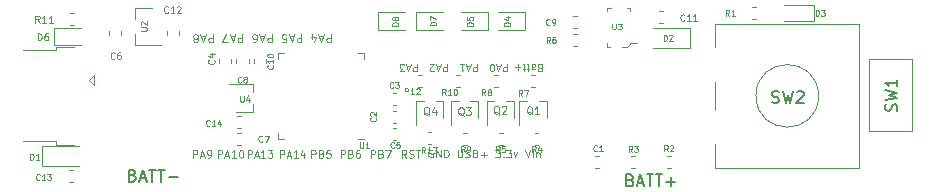
<source format=gto>
G04 #@! TF.GenerationSoftware,KiCad,Pcbnew,(5.1.5-0-10_14)*
G04 #@! TF.CreationDate,2020-02-03T23:18:02-08:00*
G04 #@! TF.ProjectId,10440,31303434-302e-46b6-9963-61645f706362,rev?*
G04 #@! TF.SameCoordinates,Original*
G04 #@! TF.FileFunction,Legend,Top*
G04 #@! TF.FilePolarity,Positive*
%FSLAX46Y46*%
G04 Gerber Fmt 4.6, Leading zero omitted, Abs format (unit mm)*
G04 Created by KiCad (PCBNEW (5.1.5-0-10_14)) date 2020-02-03 23:18:02*
%MOMM*%
%LPD*%
G04 APERTURE LIST*
%ADD10C,0.100000*%
%ADD11C,0.200000*%
%ADD12C,0.120000*%
%ADD13C,0.150000*%
%ADD14C,2.901600*%
%ADD15O,1.801600X1.801600*%
%ADD16R,1.801600X1.801600*%
%ADD17R,0.551600X0.801600*%
%ADD18R,0.801600X0.551600*%
%ADD19C,2.501600*%
%ADD20R,1.190000X0.740000*%
%ADD21R,1.001600X0.901600*%
%ADD22R,1.601600X2.101600*%
%ADD23R,1.751600X0.501600*%
%ADD24O,1.601600X1.201600*%
%ADD25O,1.801600X1.451600*%
%ADD26R,2.601600X4.501600*%
%ADD27R,1.701600X2.281600*%
%ADD28R,1.101600X1.101600*%
G04 APERTURE END LIST*
D10*
X101992857Y-97627857D02*
X101907142Y-97599285D01*
X101878571Y-97570714D01*
X101850000Y-97513571D01*
X101850000Y-97427857D01*
X101878571Y-97370714D01*
X101907142Y-97342142D01*
X101964285Y-97313571D01*
X102192857Y-97313571D01*
X102192857Y-97913571D01*
X101992857Y-97913571D01*
X101935714Y-97885000D01*
X101907142Y-97856428D01*
X101878571Y-97799285D01*
X101878571Y-97742142D01*
X101907142Y-97685000D01*
X101935714Y-97656428D01*
X101992857Y-97627857D01*
X102192857Y-97627857D01*
X101335714Y-97313571D02*
X101335714Y-97627857D01*
X101364285Y-97685000D01*
X101421428Y-97713571D01*
X101535714Y-97713571D01*
X101592857Y-97685000D01*
X101335714Y-97342142D02*
X101392857Y-97313571D01*
X101535714Y-97313571D01*
X101592857Y-97342142D01*
X101621428Y-97399285D01*
X101621428Y-97456428D01*
X101592857Y-97513571D01*
X101535714Y-97542142D01*
X101392857Y-97542142D01*
X101335714Y-97570714D01*
X101135714Y-97713571D02*
X100907142Y-97713571D01*
X101050000Y-97913571D02*
X101050000Y-97399285D01*
X101021428Y-97342142D01*
X100964285Y-97313571D01*
X100907142Y-97313571D01*
X100792857Y-97713571D02*
X100564285Y-97713571D01*
X100707142Y-97913571D02*
X100707142Y-97399285D01*
X100678571Y-97342142D01*
X100621428Y-97313571D01*
X100564285Y-97313571D01*
X100364285Y-97542142D02*
X99907142Y-97542142D01*
X100135714Y-97313571D02*
X100135714Y-97770714D01*
X91600000Y-97313571D02*
X91600000Y-97913571D01*
X91371428Y-97913571D01*
X91314285Y-97885000D01*
X91285714Y-97856428D01*
X91257142Y-97799285D01*
X91257142Y-97713571D01*
X91285714Y-97656428D01*
X91314285Y-97627857D01*
X91371428Y-97599285D01*
X91600000Y-97599285D01*
X91028571Y-97485000D02*
X90742857Y-97485000D01*
X91085714Y-97313571D02*
X90885714Y-97913571D01*
X90685714Y-97313571D01*
X90542857Y-97913571D02*
X90171428Y-97913571D01*
X90371428Y-97685000D01*
X90285714Y-97685000D01*
X90228571Y-97656428D01*
X90200000Y-97627857D01*
X90171428Y-97570714D01*
X90171428Y-97427857D01*
X90200000Y-97370714D01*
X90228571Y-97342142D01*
X90285714Y-97313571D01*
X90457142Y-97313571D01*
X90514285Y-97342142D01*
X90542857Y-97370714D01*
X94140000Y-97313571D02*
X94140000Y-97913571D01*
X93911428Y-97913571D01*
X93854285Y-97885000D01*
X93825714Y-97856428D01*
X93797142Y-97799285D01*
X93797142Y-97713571D01*
X93825714Y-97656428D01*
X93854285Y-97627857D01*
X93911428Y-97599285D01*
X94140000Y-97599285D01*
X93568571Y-97485000D02*
X93282857Y-97485000D01*
X93625714Y-97313571D02*
X93425714Y-97913571D01*
X93225714Y-97313571D01*
X93054285Y-97856428D02*
X93025714Y-97885000D01*
X92968571Y-97913571D01*
X92825714Y-97913571D01*
X92768571Y-97885000D01*
X92740000Y-97856428D01*
X92711428Y-97799285D01*
X92711428Y-97742142D01*
X92740000Y-97656428D01*
X93082857Y-97313571D01*
X92711428Y-97313571D01*
X96670000Y-97313571D02*
X96670000Y-97913571D01*
X96441428Y-97913571D01*
X96384285Y-97885000D01*
X96355714Y-97856428D01*
X96327142Y-97799285D01*
X96327142Y-97713571D01*
X96355714Y-97656428D01*
X96384285Y-97627857D01*
X96441428Y-97599285D01*
X96670000Y-97599285D01*
X96098571Y-97485000D02*
X95812857Y-97485000D01*
X96155714Y-97313571D02*
X95955714Y-97913571D01*
X95755714Y-97313571D01*
X95241428Y-97313571D02*
X95584285Y-97313571D01*
X95412857Y-97313571D02*
X95412857Y-97913571D01*
X95470000Y-97827857D01*
X95527142Y-97770714D01*
X95584285Y-97742142D01*
X99230000Y-97313571D02*
X99230000Y-97913571D01*
X99001428Y-97913571D01*
X98944285Y-97885000D01*
X98915714Y-97856428D01*
X98887142Y-97799285D01*
X98887142Y-97713571D01*
X98915714Y-97656428D01*
X98944285Y-97627857D01*
X99001428Y-97599285D01*
X99230000Y-97599285D01*
X98658571Y-97485000D02*
X98372857Y-97485000D01*
X98715714Y-97313571D02*
X98515714Y-97913571D01*
X98315714Y-97313571D01*
X98001428Y-97913571D02*
X97944285Y-97913571D01*
X97887142Y-97885000D01*
X97858571Y-97856428D01*
X97830000Y-97799285D01*
X97801428Y-97685000D01*
X97801428Y-97542142D01*
X97830000Y-97427857D01*
X97858571Y-97370714D01*
X97887142Y-97342142D01*
X97944285Y-97313571D01*
X98001428Y-97313571D01*
X98058571Y-97342142D01*
X98087142Y-97370714D01*
X98115714Y-97427857D01*
X98144285Y-97542142D01*
X98144285Y-97685000D01*
X98115714Y-97799285D01*
X98087142Y-97856428D01*
X98058571Y-97885000D01*
X98001428Y-97913571D01*
D11*
X109686904Y-107128571D02*
X109829761Y-107176190D01*
X109877380Y-107223809D01*
X109925000Y-107319047D01*
X109925000Y-107461904D01*
X109877380Y-107557142D01*
X109829761Y-107604761D01*
X109734523Y-107652380D01*
X109353571Y-107652380D01*
X109353571Y-106652380D01*
X109686904Y-106652380D01*
X109782142Y-106700000D01*
X109829761Y-106747619D01*
X109877380Y-106842857D01*
X109877380Y-106938095D01*
X109829761Y-107033333D01*
X109782142Y-107080952D01*
X109686904Y-107128571D01*
X109353571Y-107128571D01*
X110305952Y-107366666D02*
X110782142Y-107366666D01*
X110210714Y-107652380D02*
X110544047Y-106652380D01*
X110877380Y-107652380D01*
X111067857Y-106652380D02*
X111639285Y-106652380D01*
X111353571Y-107652380D02*
X111353571Y-106652380D01*
X111829761Y-106652380D02*
X112401190Y-106652380D01*
X112115476Y-107652380D02*
X112115476Y-106652380D01*
X112734523Y-107271428D02*
X113496428Y-107271428D01*
X113115476Y-107652380D02*
X113115476Y-106890476D01*
D10*
X90714047Y-105244047D02*
X90497380Y-104934523D01*
X90342619Y-105244047D02*
X90342619Y-104594047D01*
X90590238Y-104594047D01*
X90652142Y-104625000D01*
X90683095Y-104655952D01*
X90714047Y-104717857D01*
X90714047Y-104810714D01*
X90683095Y-104872619D01*
X90652142Y-104903571D01*
X90590238Y-104934523D01*
X90342619Y-104934523D01*
X90961666Y-105213095D02*
X91054523Y-105244047D01*
X91209285Y-105244047D01*
X91271190Y-105213095D01*
X91302142Y-105182142D01*
X91333095Y-105120238D01*
X91333095Y-105058333D01*
X91302142Y-104996428D01*
X91271190Y-104965476D01*
X91209285Y-104934523D01*
X91085476Y-104903571D01*
X91023571Y-104872619D01*
X90992619Y-104841666D01*
X90961666Y-104779761D01*
X90961666Y-104717857D01*
X90992619Y-104655952D01*
X91023571Y-104625000D01*
X91085476Y-104594047D01*
X91240238Y-104594047D01*
X91333095Y-104625000D01*
X91518809Y-104594047D02*
X91890238Y-104594047D01*
X91704523Y-105244047D02*
X91704523Y-104594047D01*
X87715238Y-105244047D02*
X87715238Y-104594047D01*
X87962857Y-104594047D01*
X88024761Y-104625000D01*
X88055714Y-104655952D01*
X88086666Y-104717857D01*
X88086666Y-104810714D01*
X88055714Y-104872619D01*
X88024761Y-104903571D01*
X87962857Y-104934523D01*
X87715238Y-104934523D01*
X88581904Y-104903571D02*
X88674761Y-104934523D01*
X88705714Y-104965476D01*
X88736666Y-105027380D01*
X88736666Y-105120238D01*
X88705714Y-105182142D01*
X88674761Y-105213095D01*
X88612857Y-105244047D01*
X88365238Y-105244047D01*
X88365238Y-104594047D01*
X88581904Y-104594047D01*
X88643809Y-104625000D01*
X88674761Y-104655952D01*
X88705714Y-104717857D01*
X88705714Y-104779761D01*
X88674761Y-104841666D01*
X88643809Y-104872619D01*
X88581904Y-104903571D01*
X88365238Y-104903571D01*
X88953333Y-104594047D02*
X89386666Y-104594047D01*
X89108095Y-105244047D01*
X85165238Y-105244047D02*
X85165238Y-104594047D01*
X85412857Y-104594047D01*
X85474761Y-104625000D01*
X85505714Y-104655952D01*
X85536666Y-104717857D01*
X85536666Y-104810714D01*
X85505714Y-104872619D01*
X85474761Y-104903571D01*
X85412857Y-104934523D01*
X85165238Y-104934523D01*
X86031904Y-104903571D02*
X86124761Y-104934523D01*
X86155714Y-104965476D01*
X86186666Y-105027380D01*
X86186666Y-105120238D01*
X86155714Y-105182142D01*
X86124761Y-105213095D01*
X86062857Y-105244047D01*
X85815238Y-105244047D01*
X85815238Y-104594047D01*
X86031904Y-104594047D01*
X86093809Y-104625000D01*
X86124761Y-104655952D01*
X86155714Y-104717857D01*
X86155714Y-104779761D01*
X86124761Y-104841666D01*
X86093809Y-104872619D01*
X86031904Y-104903571D01*
X85815238Y-104903571D01*
X86743809Y-104594047D02*
X86620000Y-104594047D01*
X86558095Y-104625000D01*
X86527142Y-104655952D01*
X86465238Y-104748809D01*
X86434285Y-104872619D01*
X86434285Y-105120238D01*
X86465238Y-105182142D01*
X86496190Y-105213095D01*
X86558095Y-105244047D01*
X86681904Y-105244047D01*
X86743809Y-105213095D01*
X86774761Y-105182142D01*
X86805714Y-105120238D01*
X86805714Y-104965476D01*
X86774761Y-104903571D01*
X86743809Y-104872619D01*
X86681904Y-104841666D01*
X86558095Y-104841666D01*
X86496190Y-104872619D01*
X86465238Y-104903571D01*
X86434285Y-104965476D01*
X82665238Y-105244047D02*
X82665238Y-104594047D01*
X82912857Y-104594047D01*
X82974761Y-104625000D01*
X83005714Y-104655952D01*
X83036666Y-104717857D01*
X83036666Y-104810714D01*
X83005714Y-104872619D01*
X82974761Y-104903571D01*
X82912857Y-104934523D01*
X82665238Y-104934523D01*
X83531904Y-104903571D02*
X83624761Y-104934523D01*
X83655714Y-104965476D01*
X83686666Y-105027380D01*
X83686666Y-105120238D01*
X83655714Y-105182142D01*
X83624761Y-105213095D01*
X83562857Y-105244047D01*
X83315238Y-105244047D01*
X83315238Y-104594047D01*
X83531904Y-104594047D01*
X83593809Y-104625000D01*
X83624761Y-104655952D01*
X83655714Y-104717857D01*
X83655714Y-104779761D01*
X83624761Y-104841666D01*
X83593809Y-104872619D01*
X83531904Y-104903571D01*
X83315238Y-104903571D01*
X84274761Y-104594047D02*
X83965238Y-104594047D01*
X83934285Y-104903571D01*
X83965238Y-104872619D01*
X84027142Y-104841666D01*
X84181904Y-104841666D01*
X84243809Y-104872619D01*
X84274761Y-104903571D01*
X84305714Y-104965476D01*
X84305714Y-105120238D01*
X84274761Y-105182142D01*
X84243809Y-105213095D01*
X84181904Y-105244047D01*
X84027142Y-105244047D01*
X83965238Y-105213095D01*
X83934285Y-105182142D01*
X80051428Y-105244047D02*
X80051428Y-104594047D01*
X80287619Y-104594047D01*
X80346666Y-104625000D01*
X80376190Y-104655952D01*
X80405714Y-104717857D01*
X80405714Y-104810714D01*
X80376190Y-104872619D01*
X80346666Y-104903571D01*
X80287619Y-104934523D01*
X80051428Y-104934523D01*
X80641904Y-105058333D02*
X80937142Y-105058333D01*
X80582857Y-105244047D02*
X80789523Y-104594047D01*
X80996190Y-105244047D01*
X81527619Y-105244047D02*
X81173333Y-105244047D01*
X81350476Y-105244047D02*
X81350476Y-104594047D01*
X81291428Y-104686904D01*
X81232380Y-104748809D01*
X81173333Y-104779761D01*
X82059047Y-104810714D02*
X82059047Y-105244047D01*
X81911428Y-104563095D02*
X81763809Y-105027380D01*
X82147619Y-105027380D01*
X77301428Y-105244047D02*
X77301428Y-104594047D01*
X77537619Y-104594047D01*
X77596666Y-104625000D01*
X77626190Y-104655952D01*
X77655714Y-104717857D01*
X77655714Y-104810714D01*
X77626190Y-104872619D01*
X77596666Y-104903571D01*
X77537619Y-104934523D01*
X77301428Y-104934523D01*
X77891904Y-105058333D02*
X78187142Y-105058333D01*
X77832857Y-105244047D02*
X78039523Y-104594047D01*
X78246190Y-105244047D01*
X78777619Y-105244047D02*
X78423333Y-105244047D01*
X78600476Y-105244047D02*
X78600476Y-104594047D01*
X78541428Y-104686904D01*
X78482380Y-104748809D01*
X78423333Y-104779761D01*
X78984285Y-104594047D02*
X79368095Y-104594047D01*
X79161428Y-104841666D01*
X79250000Y-104841666D01*
X79309047Y-104872619D01*
X79338571Y-104903571D01*
X79368095Y-104965476D01*
X79368095Y-105120238D01*
X79338571Y-105182142D01*
X79309047Y-105213095D01*
X79250000Y-105244047D01*
X79072857Y-105244047D01*
X79013809Y-105213095D01*
X78984285Y-105182142D01*
X74752142Y-105244047D02*
X74752142Y-104594047D01*
X74999761Y-104594047D01*
X75061666Y-104625000D01*
X75092619Y-104655952D01*
X75123571Y-104717857D01*
X75123571Y-104810714D01*
X75092619Y-104872619D01*
X75061666Y-104903571D01*
X74999761Y-104934523D01*
X74752142Y-104934523D01*
X75371190Y-105058333D02*
X75680714Y-105058333D01*
X75309285Y-105244047D02*
X75525952Y-104594047D01*
X75742619Y-105244047D01*
X76299761Y-105244047D02*
X75928333Y-105244047D01*
X76114047Y-105244047D02*
X76114047Y-104594047D01*
X76052142Y-104686904D01*
X75990238Y-104748809D01*
X75928333Y-104779761D01*
X76702142Y-104594047D02*
X76764047Y-104594047D01*
X76825952Y-104625000D01*
X76856904Y-104655952D01*
X76887857Y-104717857D01*
X76918809Y-104841666D01*
X76918809Y-104996428D01*
X76887857Y-105120238D01*
X76856904Y-105182142D01*
X76825952Y-105213095D01*
X76764047Y-105244047D01*
X76702142Y-105244047D01*
X76640238Y-105213095D01*
X76609285Y-105182142D01*
X76578333Y-105120238D01*
X76547380Y-104996428D01*
X76547380Y-104841666D01*
X76578333Y-104717857D01*
X76609285Y-104655952D01*
X76640238Y-104625000D01*
X76702142Y-104594047D01*
D11*
X67561904Y-106728571D02*
X67704761Y-106776190D01*
X67752380Y-106823809D01*
X67800000Y-106919047D01*
X67800000Y-107061904D01*
X67752380Y-107157142D01*
X67704761Y-107204761D01*
X67609523Y-107252380D01*
X67228571Y-107252380D01*
X67228571Y-106252380D01*
X67561904Y-106252380D01*
X67657142Y-106300000D01*
X67704761Y-106347619D01*
X67752380Y-106442857D01*
X67752380Y-106538095D01*
X67704761Y-106633333D01*
X67657142Y-106680952D01*
X67561904Y-106728571D01*
X67228571Y-106728571D01*
X68180952Y-106966666D02*
X68657142Y-106966666D01*
X68085714Y-107252380D02*
X68419047Y-106252380D01*
X68752380Y-107252380D01*
X68942857Y-106252380D02*
X69514285Y-106252380D01*
X69228571Y-107252380D02*
X69228571Y-106252380D01*
X69704761Y-106252380D02*
X70276190Y-106252380D01*
X69990476Y-107252380D02*
X69990476Y-106252380D01*
X70609523Y-106871428D02*
X71371428Y-106871428D01*
D10*
X92935238Y-104615000D02*
X92873333Y-104585476D01*
X92780476Y-104585476D01*
X92687619Y-104615000D01*
X92625714Y-104674047D01*
X92594761Y-104733095D01*
X92563809Y-104851190D01*
X92563809Y-104939761D01*
X92594761Y-105057857D01*
X92625714Y-105116904D01*
X92687619Y-105175952D01*
X92780476Y-105205476D01*
X92842380Y-105205476D01*
X92935238Y-105175952D01*
X92966190Y-105146428D01*
X92966190Y-104939761D01*
X92842380Y-104939761D01*
X93244761Y-105205476D02*
X93244761Y-104585476D01*
X93616190Y-105205476D01*
X93616190Y-104585476D01*
X93925714Y-105205476D02*
X93925714Y-104585476D01*
X94080476Y-104585476D01*
X94173333Y-104615000D01*
X94235238Y-104674047D01*
X94266190Y-104733095D01*
X94297142Y-104851190D01*
X94297142Y-104939761D01*
X94266190Y-105057857D01*
X94235238Y-105116904D01*
X94173333Y-105175952D01*
X94080476Y-105205476D01*
X93925714Y-105205476D01*
X95070952Y-104585476D02*
X95070952Y-105087380D01*
X95101904Y-105146428D01*
X95132857Y-105175952D01*
X95194761Y-105205476D01*
X95318571Y-105205476D01*
X95380476Y-105175952D01*
X95411428Y-105146428D01*
X95442380Y-105087380D01*
X95442380Y-104585476D01*
X95720952Y-105175952D02*
X95813809Y-105205476D01*
X95968571Y-105205476D01*
X96030476Y-105175952D01*
X96061428Y-105146428D01*
X96092380Y-105087380D01*
X96092380Y-105028333D01*
X96061428Y-104969285D01*
X96030476Y-104939761D01*
X95968571Y-104910238D01*
X95844761Y-104880714D01*
X95782857Y-104851190D01*
X95751904Y-104821666D01*
X95720952Y-104762619D01*
X95720952Y-104703571D01*
X95751904Y-104644523D01*
X95782857Y-104615000D01*
X95844761Y-104585476D01*
X95999523Y-104585476D01*
X96092380Y-104615000D01*
X96587619Y-104880714D02*
X96680476Y-104910238D01*
X96711428Y-104939761D01*
X96742380Y-104998809D01*
X96742380Y-105087380D01*
X96711428Y-105146428D01*
X96680476Y-105175952D01*
X96618571Y-105205476D01*
X96370952Y-105205476D01*
X96370952Y-104585476D01*
X96587619Y-104585476D01*
X96649523Y-104615000D01*
X96680476Y-104644523D01*
X96711428Y-104703571D01*
X96711428Y-104762619D01*
X96680476Y-104821666D01*
X96649523Y-104851190D01*
X96587619Y-104880714D01*
X96370952Y-104880714D01*
X97020952Y-104969285D02*
X97516190Y-104969285D01*
X97268571Y-105205476D02*
X97268571Y-104733095D01*
X98259047Y-104585476D02*
X98661428Y-104585476D01*
X98444761Y-104821666D01*
X98537619Y-104821666D01*
X98599523Y-104851190D01*
X98630476Y-104880714D01*
X98661428Y-104939761D01*
X98661428Y-105087380D01*
X98630476Y-105146428D01*
X98599523Y-105175952D01*
X98537619Y-105205476D01*
X98351904Y-105205476D01*
X98290000Y-105175952D01*
X98259047Y-105146428D01*
X98940000Y-105146428D02*
X98970952Y-105175952D01*
X98940000Y-105205476D01*
X98909047Y-105175952D01*
X98940000Y-105146428D01*
X98940000Y-105205476D01*
X99187619Y-104585476D02*
X99590000Y-104585476D01*
X99373333Y-104821666D01*
X99466190Y-104821666D01*
X99528095Y-104851190D01*
X99559047Y-104880714D01*
X99590000Y-104939761D01*
X99590000Y-105087380D01*
X99559047Y-105146428D01*
X99528095Y-105175952D01*
X99466190Y-105205476D01*
X99280476Y-105205476D01*
X99218571Y-105175952D01*
X99187619Y-105146428D01*
X99806666Y-104792142D02*
X99961428Y-105205476D01*
X100116190Y-104792142D01*
X100766190Y-104585476D02*
X100982857Y-105205476D01*
X101199523Y-104585476D01*
X101416190Y-105205476D02*
X101416190Y-104792142D01*
X101416190Y-104585476D02*
X101385238Y-104615000D01*
X101416190Y-104644523D01*
X101447142Y-104615000D01*
X101416190Y-104585476D01*
X101416190Y-104644523D01*
X101725714Y-104792142D02*
X101725714Y-105205476D01*
X101725714Y-104851190D02*
X101756666Y-104821666D01*
X101818571Y-104792142D01*
X101911428Y-104792142D01*
X101973333Y-104821666D01*
X102004285Y-104880714D01*
X102004285Y-105205476D01*
X84341666Y-94780952D02*
X84341666Y-95430952D01*
X84075000Y-95430952D01*
X84008333Y-95400000D01*
X83975000Y-95369047D01*
X83941666Y-95307142D01*
X83941666Y-95214285D01*
X83975000Y-95152380D01*
X84008333Y-95121428D01*
X84075000Y-95090476D01*
X84341666Y-95090476D01*
X83675000Y-94966666D02*
X83341666Y-94966666D01*
X83741666Y-94780952D02*
X83508333Y-95430952D01*
X83275000Y-94780952D01*
X82741666Y-95214285D02*
X82741666Y-94780952D01*
X82908333Y-95461904D02*
X83075000Y-94997619D01*
X82641666Y-94997619D01*
X81841666Y-94780952D02*
X81841666Y-95430952D01*
X81575000Y-95430952D01*
X81508333Y-95400000D01*
X81475000Y-95369047D01*
X81441666Y-95307142D01*
X81441666Y-95214285D01*
X81475000Y-95152380D01*
X81508333Y-95121428D01*
X81575000Y-95090476D01*
X81841666Y-95090476D01*
X81175000Y-94966666D02*
X80841666Y-94966666D01*
X81241666Y-94780952D02*
X81008333Y-95430952D01*
X80775000Y-94780952D01*
X80208333Y-95430952D02*
X80541666Y-95430952D01*
X80575000Y-95121428D01*
X80541666Y-95152380D01*
X80475000Y-95183333D01*
X80308333Y-95183333D01*
X80241666Y-95152380D01*
X80208333Y-95121428D01*
X80175000Y-95059523D01*
X80175000Y-94904761D01*
X80208333Y-94842857D01*
X80241666Y-94811904D01*
X80308333Y-94780952D01*
X80475000Y-94780952D01*
X80541666Y-94811904D01*
X80575000Y-94842857D01*
X79341666Y-94780952D02*
X79341666Y-95430952D01*
X79075000Y-95430952D01*
X79008333Y-95400000D01*
X78975000Y-95369047D01*
X78941666Y-95307142D01*
X78941666Y-95214285D01*
X78975000Y-95152380D01*
X79008333Y-95121428D01*
X79075000Y-95090476D01*
X79341666Y-95090476D01*
X78675000Y-94966666D02*
X78341666Y-94966666D01*
X78741666Y-94780952D02*
X78508333Y-95430952D01*
X78275000Y-94780952D01*
X77741666Y-95430952D02*
X77875000Y-95430952D01*
X77941666Y-95400000D01*
X77975000Y-95369047D01*
X78041666Y-95276190D01*
X78075000Y-95152380D01*
X78075000Y-94904761D01*
X78041666Y-94842857D01*
X78008333Y-94811904D01*
X77941666Y-94780952D01*
X77808333Y-94780952D01*
X77741666Y-94811904D01*
X77708333Y-94842857D01*
X77675000Y-94904761D01*
X77675000Y-95059523D01*
X77708333Y-95121428D01*
X77741666Y-95152380D01*
X77808333Y-95183333D01*
X77941666Y-95183333D01*
X78008333Y-95152380D01*
X78041666Y-95121428D01*
X78075000Y-95059523D01*
X76841666Y-94780952D02*
X76841666Y-95430952D01*
X76575000Y-95430952D01*
X76508333Y-95400000D01*
X76475000Y-95369047D01*
X76441666Y-95307142D01*
X76441666Y-95214285D01*
X76475000Y-95152380D01*
X76508333Y-95121428D01*
X76575000Y-95090476D01*
X76841666Y-95090476D01*
X76175000Y-94966666D02*
X75841666Y-94966666D01*
X76241666Y-94780952D02*
X76008333Y-95430952D01*
X75775000Y-94780952D01*
X75608333Y-95430952D02*
X75141666Y-95430952D01*
X75441666Y-94780952D01*
X74341666Y-94780952D02*
X74341666Y-95430952D01*
X74075000Y-95430952D01*
X74008333Y-95400000D01*
X73975000Y-95369047D01*
X73941666Y-95307142D01*
X73941666Y-95214285D01*
X73975000Y-95152380D01*
X74008333Y-95121428D01*
X74075000Y-95090476D01*
X74341666Y-95090476D01*
X73675000Y-94966666D02*
X73341666Y-94966666D01*
X73741666Y-94780952D02*
X73508333Y-95430952D01*
X73275000Y-94780952D01*
X72941666Y-95152380D02*
X73008333Y-95183333D01*
X73041666Y-95214285D01*
X73075000Y-95276190D01*
X73075000Y-95307142D01*
X73041666Y-95369047D01*
X73008333Y-95400000D01*
X72941666Y-95430952D01*
X72808333Y-95430952D01*
X72741666Y-95400000D01*
X72708333Y-95369047D01*
X72675000Y-95307142D01*
X72675000Y-95276190D01*
X72708333Y-95214285D01*
X72741666Y-95183333D01*
X72808333Y-95152380D01*
X72941666Y-95152380D01*
X73008333Y-95121428D01*
X73041666Y-95090476D01*
X73075000Y-95028571D01*
X73075000Y-94904761D01*
X73041666Y-94842857D01*
X73008333Y-94811904D01*
X72941666Y-94780952D01*
X72808333Y-94780952D01*
X72741666Y-94811904D01*
X72708333Y-94842857D01*
X72675000Y-94904761D01*
X72675000Y-95028571D01*
X72708333Y-95090476D01*
X72741666Y-95121428D01*
X72808333Y-95152380D01*
X72661666Y-105244047D02*
X72661666Y-104594047D01*
X72909285Y-104594047D01*
X72971190Y-104625000D01*
X73002142Y-104655952D01*
X73033095Y-104717857D01*
X73033095Y-104810714D01*
X73002142Y-104872619D01*
X72971190Y-104903571D01*
X72909285Y-104934523D01*
X72661666Y-104934523D01*
X73280714Y-105058333D02*
X73590238Y-105058333D01*
X73218809Y-105244047D02*
X73435476Y-104594047D01*
X73652142Y-105244047D01*
X73899761Y-105244047D02*
X74023571Y-105244047D01*
X74085476Y-105213095D01*
X74116428Y-105182142D01*
X74178333Y-105089285D01*
X74209285Y-104965476D01*
X74209285Y-104717857D01*
X74178333Y-104655952D01*
X74147380Y-104625000D01*
X74085476Y-104594047D01*
X73961666Y-104594047D01*
X73899761Y-104625000D01*
X73868809Y-104655952D01*
X73837857Y-104717857D01*
X73837857Y-104872619D01*
X73868809Y-104934523D01*
X73899761Y-104965476D01*
X73961666Y-104996428D01*
X74085476Y-104996428D01*
X74147380Y-104965476D01*
X74178333Y-104934523D01*
X74209285Y-104872619D01*
D12*
X98467779Y-98230000D02*
X98142221Y-98230000D01*
X98467779Y-99250000D02*
X98142221Y-99250000D01*
X101577221Y-104135000D02*
X101902779Y-104135000D01*
X101577221Y-103115000D02*
X101902779Y-103115000D01*
X98552221Y-104125000D02*
X98877779Y-104125000D01*
X98552221Y-103105000D02*
X98877779Y-103105000D01*
X101637779Y-98230000D02*
X101312221Y-98230000D01*
X101637779Y-99250000D02*
X101312221Y-99250000D01*
X95527221Y-104125000D02*
X95852779Y-104125000D01*
X95527221Y-103105000D02*
X95852779Y-103105000D01*
X96810000Y-101855000D02*
X96810000Y-100445000D01*
X94490000Y-100445000D02*
X94490000Y-102475000D01*
X94490000Y-100445000D02*
X95150000Y-100445000D01*
X96150000Y-100445000D02*
X96810000Y-100445000D01*
X99835000Y-101855000D02*
X99835000Y-100445000D01*
X97515000Y-100445000D02*
X97515000Y-102475000D01*
X97515000Y-100445000D02*
X98175000Y-100445000D01*
X99175000Y-100445000D02*
X99835000Y-100445000D01*
X102620000Y-101855000D02*
X102620000Y-100445000D01*
X100300000Y-100445000D02*
X100300000Y-102475000D01*
X100300000Y-100445000D02*
X100960000Y-100445000D01*
X101960000Y-100445000D02*
X102620000Y-100445000D01*
X93860000Y-101855000D02*
X93860000Y-100445000D01*
X91540000Y-100445000D02*
X91540000Y-102475000D01*
X91540000Y-100445000D02*
X92200000Y-100445000D01*
X93200000Y-100445000D02*
X93860000Y-100445000D01*
X94962221Y-99255000D02*
X95287779Y-99255000D01*
X94962221Y-98235000D02*
X95287779Y-98235000D01*
X91712221Y-99255000D02*
X92037779Y-99255000D01*
X91712221Y-98235000D02*
X92037779Y-98235000D01*
X92517221Y-104115000D02*
X92842779Y-104115000D01*
X92517221Y-103095000D02*
X92842779Y-103095000D01*
X76300000Y-101345000D02*
X77710000Y-101345000D01*
X77710000Y-99025000D02*
X75680000Y-99025000D01*
X77710000Y-99025000D02*
X77710000Y-99685000D01*
X77710000Y-100685000D02*
X77710000Y-101345000D01*
X86635000Y-103615000D02*
X87110000Y-103615000D01*
X79890000Y-96395000D02*
X79890000Y-96870000D01*
X80365000Y-96395000D02*
X79890000Y-96395000D01*
X87110000Y-96395000D02*
X87110000Y-96870000D01*
X86635000Y-96395000D02*
X87110000Y-96395000D01*
X79890000Y-103615000D02*
X79890000Y-103140000D01*
X80365000Y-103615000D02*
X79890000Y-103615000D01*
X76722779Y-101705000D02*
X76397221Y-101705000D01*
X76722779Y-102725000D02*
X76397221Y-102725000D01*
X78830000Y-97177779D02*
X78830000Y-96852221D01*
X77810000Y-97177779D02*
X77810000Y-96852221D01*
X76340000Y-96862221D02*
X76340000Y-97187779D01*
X77360000Y-96862221D02*
X77360000Y-97187779D01*
X116875000Y-98810000D02*
X116875000Y-101190000D01*
X116875000Y-106100000D02*
X116875000Y-104110000D01*
X129075000Y-106100000D02*
X116875000Y-106100000D01*
X129075000Y-93900000D02*
X129075000Y-106100000D01*
X116875000Y-93900000D02*
X129075000Y-93900000D01*
X116875000Y-95890000D02*
X116875000Y-93900000D01*
X125625000Y-100000000D02*
G75*
G03X125625000Y-100000000I-2650000J0D01*
G01*
D10*
X107695000Y-95550000D02*
X107695000Y-95875000D01*
X107695000Y-95875000D02*
X107995000Y-95875000D01*
X109695000Y-92900000D02*
X109695000Y-92575000D01*
X109695000Y-92575000D02*
X109395000Y-92575000D01*
X107695000Y-92875000D02*
X107695000Y-92575000D01*
X107695000Y-92575000D02*
X108020000Y-92575000D01*
X109370000Y-95875000D02*
X109695000Y-95650000D01*
X109695000Y-95650000D02*
X109695000Y-95550000D01*
X109695000Y-95550000D02*
X110220000Y-95550000D01*
X109370000Y-95875000D02*
X108995000Y-95875000D01*
D12*
X105137779Y-94785000D02*
X104812221Y-94785000D01*
X105137779Y-95805000D02*
X104812221Y-95805000D01*
X60915000Y-95685000D02*
X63200000Y-95685000D01*
X60915000Y-94215000D02*
X60915000Y-95685000D01*
X63200000Y-94215000D02*
X60915000Y-94215000D01*
X62237221Y-93985000D02*
X62562779Y-93985000D01*
X62237221Y-92965000D02*
X62562779Y-92965000D01*
X112137221Y-92840000D02*
X112462779Y-92840000D01*
X112137221Y-93860000D02*
X112462779Y-93860000D01*
X105137779Y-94280000D02*
X104812221Y-94280000D01*
X105137779Y-93260000D02*
X104812221Y-93260000D01*
X62487779Y-106290000D02*
X62162221Y-106290000D01*
X62487779Y-107310000D02*
X62162221Y-107310000D01*
X70430000Y-94512221D02*
X70430000Y-94837779D01*
X71450000Y-94512221D02*
X71450000Y-94837779D01*
X65560000Y-94492221D02*
X65560000Y-94817779D01*
X66580000Y-94492221D02*
X66580000Y-94817779D01*
X75890000Y-97187779D02*
X75890000Y-96862221D01*
X74870000Y-97187779D02*
X74870000Y-96862221D01*
X76397221Y-103175000D02*
X76722779Y-103175000D01*
X76397221Y-104195000D02*
X76722779Y-104195000D01*
X67750000Y-92525000D02*
X67750000Y-93455000D01*
X67750000Y-95685000D02*
X67750000Y-94755000D01*
X67750000Y-95685000D02*
X69910000Y-95685000D01*
X67750000Y-92525000D02*
X69210000Y-92525000D01*
X61065000Y-95825000D02*
X62615000Y-95825000D01*
X61065000Y-95825000D02*
X61065000Y-96125000D01*
X58265000Y-96125000D02*
X61065000Y-96125000D01*
X61065000Y-104125000D02*
X62615000Y-104125000D01*
X61065000Y-103825000D02*
X61065000Y-104125000D01*
X58265000Y-103825000D02*
X61065000Y-103825000D01*
X64315000Y-99075000D02*
X63865000Y-98675000D01*
X64315000Y-98275000D02*
X64315000Y-99075000D01*
X63865000Y-98675000D02*
X64315000Y-98275000D01*
X129915000Y-96890000D02*
X133535000Y-96890000D01*
X129915000Y-103010000D02*
X129915000Y-96890000D01*
X133535000Y-103010000D02*
X129915000Y-103010000D01*
X133535000Y-96890000D02*
X133535000Y-103010000D01*
X59900000Y-104250000D02*
X63050000Y-104250000D01*
X59900000Y-105950000D02*
X63050000Y-105950000D01*
X59900000Y-104250000D02*
X59900000Y-105950000D01*
X114725000Y-95925000D02*
X114725000Y-94225000D01*
X114725000Y-94225000D02*
X111575000Y-94225000D01*
X114725000Y-95925000D02*
X111575000Y-95925000D01*
X90600000Y-92940000D02*
X88315000Y-92940000D01*
X88315000Y-92940000D02*
X88315000Y-94410000D01*
X88315000Y-94410000D02*
X90600000Y-94410000D01*
X91515000Y-94410000D02*
X93800000Y-94410000D01*
X91515000Y-92940000D02*
X91515000Y-94410000D01*
X93800000Y-92940000D02*
X91515000Y-92940000D01*
X95315000Y-94405000D02*
X97600000Y-94405000D01*
X97600000Y-94405000D02*
X97600000Y-92935000D01*
X97600000Y-92935000D02*
X95315000Y-92935000D01*
X98450000Y-94410000D02*
X100735000Y-94410000D01*
X100735000Y-94410000D02*
X100735000Y-92940000D01*
X100735000Y-92940000D02*
X98450000Y-92940000D01*
X120337779Y-92490000D02*
X120012221Y-92490000D01*
X120337779Y-93510000D02*
X120012221Y-93510000D01*
X112782221Y-105090000D02*
X113107779Y-105090000D01*
X112782221Y-106110000D02*
X113107779Y-106110000D01*
X110057779Y-105090000D02*
X109732221Y-105090000D01*
X110057779Y-106110000D02*
X109732221Y-106110000D01*
X107062779Y-106110000D02*
X106737221Y-106110000D01*
X107062779Y-105090000D02*
X106737221Y-105090000D01*
X89557221Y-101255000D02*
X89882779Y-101255000D01*
X89557221Y-102275000D02*
X89882779Y-102275000D01*
X89562221Y-99720000D02*
X89887779Y-99720000D01*
X89562221Y-100740000D02*
X89887779Y-100740000D01*
X89557221Y-103745000D02*
X89882779Y-103745000D01*
X89557221Y-102725000D02*
X89882779Y-102725000D01*
X125210000Y-92290000D02*
X122725000Y-92290000D01*
X125210000Y-93660000D02*
X125210000Y-92290000D01*
X122725000Y-93660000D02*
X125210000Y-93660000D01*
D10*
X97406666Y-99951190D02*
X97240000Y-99713095D01*
X97120952Y-99951190D02*
X97120952Y-99451190D01*
X97311428Y-99451190D01*
X97359047Y-99475000D01*
X97382857Y-99498809D01*
X97406666Y-99546428D01*
X97406666Y-99617857D01*
X97382857Y-99665476D01*
X97359047Y-99689285D01*
X97311428Y-99713095D01*
X97120952Y-99713095D01*
X97692380Y-99665476D02*
X97644761Y-99641666D01*
X97620952Y-99617857D01*
X97597142Y-99570238D01*
X97597142Y-99546428D01*
X97620952Y-99498809D01*
X97644761Y-99475000D01*
X97692380Y-99451190D01*
X97787619Y-99451190D01*
X97835238Y-99475000D01*
X97859047Y-99498809D01*
X97882857Y-99546428D01*
X97882857Y-99570238D01*
X97859047Y-99617857D01*
X97835238Y-99641666D01*
X97787619Y-99665476D01*
X97692380Y-99665476D01*
X97644761Y-99689285D01*
X97620952Y-99713095D01*
X97597142Y-99760714D01*
X97597142Y-99855952D01*
X97620952Y-99903571D01*
X97644761Y-99927380D01*
X97692380Y-99951190D01*
X97787619Y-99951190D01*
X97835238Y-99927380D01*
X97859047Y-99903571D01*
X97882857Y-99855952D01*
X97882857Y-99760714D01*
X97859047Y-99713095D01*
X97835238Y-99689285D01*
X97787619Y-99665476D01*
X101681666Y-104751190D02*
X101515000Y-104513095D01*
X101395952Y-104751190D02*
X101395952Y-104251190D01*
X101586428Y-104251190D01*
X101634047Y-104275000D01*
X101657857Y-104298809D01*
X101681666Y-104346428D01*
X101681666Y-104417857D01*
X101657857Y-104465476D01*
X101634047Y-104489285D01*
X101586428Y-104513095D01*
X101395952Y-104513095D01*
X102110238Y-104417857D02*
X102110238Y-104751190D01*
X101991190Y-104227380D02*
X101872142Y-104584523D01*
X102181666Y-104584523D01*
X98631666Y-104766190D02*
X98465000Y-104528095D01*
X98345952Y-104766190D02*
X98345952Y-104266190D01*
X98536428Y-104266190D01*
X98584047Y-104290000D01*
X98607857Y-104313809D01*
X98631666Y-104361428D01*
X98631666Y-104432857D01*
X98607857Y-104480476D01*
X98584047Y-104504285D01*
X98536428Y-104528095D01*
X98345952Y-104528095D01*
X99084047Y-104266190D02*
X98845952Y-104266190D01*
X98822142Y-104504285D01*
X98845952Y-104480476D01*
X98893571Y-104456666D01*
X99012619Y-104456666D01*
X99060238Y-104480476D01*
X99084047Y-104504285D01*
X99107857Y-104551904D01*
X99107857Y-104670952D01*
X99084047Y-104718571D01*
X99060238Y-104742380D01*
X99012619Y-104766190D01*
X98893571Y-104766190D01*
X98845952Y-104742380D01*
X98822142Y-104718571D01*
X100546666Y-99991190D02*
X100380000Y-99753095D01*
X100260952Y-99991190D02*
X100260952Y-99491190D01*
X100451428Y-99491190D01*
X100499047Y-99515000D01*
X100522857Y-99538809D01*
X100546666Y-99586428D01*
X100546666Y-99657857D01*
X100522857Y-99705476D01*
X100499047Y-99729285D01*
X100451428Y-99753095D01*
X100260952Y-99753095D01*
X100713333Y-99491190D02*
X101046666Y-99491190D01*
X100832380Y-99991190D01*
X95656666Y-104766190D02*
X95490000Y-104528095D01*
X95370952Y-104766190D02*
X95370952Y-104266190D01*
X95561428Y-104266190D01*
X95609047Y-104290000D01*
X95632857Y-104313809D01*
X95656666Y-104361428D01*
X95656666Y-104432857D01*
X95632857Y-104480476D01*
X95609047Y-104504285D01*
X95561428Y-104528095D01*
X95370952Y-104528095D01*
X95894761Y-104766190D02*
X95990000Y-104766190D01*
X96037619Y-104742380D01*
X96061428Y-104718571D01*
X96109047Y-104647142D01*
X96132857Y-104551904D01*
X96132857Y-104361428D01*
X96109047Y-104313809D01*
X96085238Y-104290000D01*
X96037619Y-104266190D01*
X95942380Y-104266190D01*
X95894761Y-104290000D01*
X95870952Y-104313809D01*
X95847142Y-104361428D01*
X95847142Y-104480476D01*
X95870952Y-104528095D01*
X95894761Y-104551904D01*
X95942380Y-104575714D01*
X96037619Y-104575714D01*
X96085238Y-104551904D01*
X96109047Y-104528095D01*
X96132857Y-104480476D01*
X95598095Y-101680952D02*
X95536190Y-101650000D01*
X95474285Y-101588095D01*
X95381428Y-101495238D01*
X95319523Y-101464285D01*
X95257619Y-101464285D01*
X95288571Y-101619047D02*
X95226666Y-101588095D01*
X95164761Y-101526190D01*
X95133809Y-101402380D01*
X95133809Y-101185714D01*
X95164761Y-101061904D01*
X95226666Y-101000000D01*
X95288571Y-100969047D01*
X95412380Y-100969047D01*
X95474285Y-101000000D01*
X95536190Y-101061904D01*
X95567142Y-101185714D01*
X95567142Y-101402380D01*
X95536190Y-101526190D01*
X95474285Y-101588095D01*
X95412380Y-101619047D01*
X95288571Y-101619047D01*
X95783809Y-100969047D02*
X96186190Y-100969047D01*
X95969523Y-101216666D01*
X96062380Y-101216666D01*
X96124285Y-101247619D01*
X96155238Y-101278571D01*
X96186190Y-101340476D01*
X96186190Y-101495238D01*
X96155238Y-101557142D01*
X96124285Y-101588095D01*
X96062380Y-101619047D01*
X95876666Y-101619047D01*
X95814761Y-101588095D01*
X95783809Y-101557142D01*
X98598095Y-101580952D02*
X98536190Y-101550000D01*
X98474285Y-101488095D01*
X98381428Y-101395238D01*
X98319523Y-101364285D01*
X98257619Y-101364285D01*
X98288571Y-101519047D02*
X98226666Y-101488095D01*
X98164761Y-101426190D01*
X98133809Y-101302380D01*
X98133809Y-101085714D01*
X98164761Y-100961904D01*
X98226666Y-100900000D01*
X98288571Y-100869047D01*
X98412380Y-100869047D01*
X98474285Y-100900000D01*
X98536190Y-100961904D01*
X98567142Y-101085714D01*
X98567142Y-101302380D01*
X98536190Y-101426190D01*
X98474285Y-101488095D01*
X98412380Y-101519047D01*
X98288571Y-101519047D01*
X98814761Y-100930952D02*
X98845714Y-100900000D01*
X98907619Y-100869047D01*
X99062380Y-100869047D01*
X99124285Y-100900000D01*
X99155238Y-100930952D01*
X99186190Y-100992857D01*
X99186190Y-101054761D01*
X99155238Y-101147619D01*
X98783809Y-101519047D01*
X99186190Y-101519047D01*
X101387857Y-101558571D02*
X101330714Y-101530000D01*
X101273571Y-101472857D01*
X101187857Y-101387142D01*
X101130714Y-101358571D01*
X101073571Y-101358571D01*
X101102142Y-101501428D02*
X101045000Y-101472857D01*
X100987857Y-101415714D01*
X100959285Y-101301428D01*
X100959285Y-101101428D01*
X100987857Y-100987142D01*
X101045000Y-100930000D01*
X101102142Y-100901428D01*
X101216428Y-100901428D01*
X101273571Y-100930000D01*
X101330714Y-100987142D01*
X101359285Y-101101428D01*
X101359285Y-101301428D01*
X101330714Y-101415714D01*
X101273571Y-101472857D01*
X101216428Y-101501428D01*
X101102142Y-101501428D01*
X101930714Y-101501428D02*
X101587857Y-101501428D01*
X101759285Y-101501428D02*
X101759285Y-100901428D01*
X101702142Y-100987142D01*
X101645000Y-101044285D01*
X101587857Y-101072857D01*
X92673095Y-101655952D02*
X92611190Y-101625000D01*
X92549285Y-101563095D01*
X92456428Y-101470238D01*
X92394523Y-101439285D01*
X92332619Y-101439285D01*
X92363571Y-101594047D02*
X92301666Y-101563095D01*
X92239761Y-101501190D01*
X92208809Y-101377380D01*
X92208809Y-101160714D01*
X92239761Y-101036904D01*
X92301666Y-100975000D01*
X92363571Y-100944047D01*
X92487380Y-100944047D01*
X92549285Y-100975000D01*
X92611190Y-101036904D01*
X92642142Y-101160714D01*
X92642142Y-101377380D01*
X92611190Y-101501190D01*
X92549285Y-101563095D01*
X92487380Y-101594047D01*
X92363571Y-101594047D01*
X93199285Y-101160714D02*
X93199285Y-101594047D01*
X93044523Y-100913095D02*
X92889761Y-101377380D01*
X93292142Y-101377380D01*
X94058571Y-99921190D02*
X93891904Y-99683095D01*
X93772857Y-99921190D02*
X93772857Y-99421190D01*
X93963333Y-99421190D01*
X94010952Y-99445000D01*
X94034761Y-99468809D01*
X94058571Y-99516428D01*
X94058571Y-99587857D01*
X94034761Y-99635476D01*
X94010952Y-99659285D01*
X93963333Y-99683095D01*
X93772857Y-99683095D01*
X94534761Y-99921190D02*
X94249047Y-99921190D01*
X94391904Y-99921190D02*
X94391904Y-99421190D01*
X94344285Y-99492619D01*
X94296666Y-99540238D01*
X94249047Y-99564047D01*
X94844285Y-99421190D02*
X94891904Y-99421190D01*
X94939523Y-99445000D01*
X94963333Y-99468809D01*
X94987142Y-99516428D01*
X95010952Y-99611666D01*
X95010952Y-99730714D01*
X94987142Y-99825952D01*
X94963333Y-99873571D01*
X94939523Y-99897380D01*
X94891904Y-99921190D01*
X94844285Y-99921190D01*
X94796666Y-99897380D01*
X94772857Y-99873571D01*
X94749047Y-99825952D01*
X94725238Y-99730714D01*
X94725238Y-99611666D01*
X94749047Y-99516428D01*
X94772857Y-99468809D01*
X94796666Y-99445000D01*
X94844285Y-99421190D01*
X90898571Y-99861190D02*
X90731904Y-99623095D01*
X90612857Y-99861190D02*
X90612857Y-99361190D01*
X90803333Y-99361190D01*
X90850952Y-99385000D01*
X90874761Y-99408809D01*
X90898571Y-99456428D01*
X90898571Y-99527857D01*
X90874761Y-99575476D01*
X90850952Y-99599285D01*
X90803333Y-99623095D01*
X90612857Y-99623095D01*
X91374761Y-99861190D02*
X91089047Y-99861190D01*
X91231904Y-99861190D02*
X91231904Y-99361190D01*
X91184285Y-99432619D01*
X91136666Y-99480238D01*
X91089047Y-99504047D01*
X91565238Y-99408809D02*
X91589047Y-99385000D01*
X91636666Y-99361190D01*
X91755714Y-99361190D01*
X91803333Y-99385000D01*
X91827142Y-99408809D01*
X91850952Y-99456428D01*
X91850952Y-99504047D01*
X91827142Y-99575476D01*
X91541428Y-99861190D01*
X91850952Y-99861190D01*
X92333571Y-104856190D02*
X92166904Y-104618095D01*
X92047857Y-104856190D02*
X92047857Y-104356190D01*
X92238333Y-104356190D01*
X92285952Y-104380000D01*
X92309761Y-104403809D01*
X92333571Y-104451428D01*
X92333571Y-104522857D01*
X92309761Y-104570476D01*
X92285952Y-104594285D01*
X92238333Y-104618095D01*
X92047857Y-104618095D01*
X92809761Y-104856190D02*
X92524047Y-104856190D01*
X92666904Y-104856190D02*
X92666904Y-104356190D01*
X92619285Y-104427619D01*
X92571666Y-104475238D01*
X92524047Y-104499047D01*
X92976428Y-104356190D02*
X93285952Y-104356190D01*
X93119285Y-104546666D01*
X93190714Y-104546666D01*
X93238333Y-104570476D01*
X93262142Y-104594285D01*
X93285952Y-104641904D01*
X93285952Y-104760952D01*
X93262142Y-104808571D01*
X93238333Y-104832380D01*
X93190714Y-104856190D01*
X93047857Y-104856190D01*
X93000238Y-104832380D01*
X92976428Y-104808571D01*
X76669047Y-99991190D02*
X76669047Y-100395952D01*
X76692857Y-100443571D01*
X76716666Y-100467380D01*
X76764285Y-100491190D01*
X76859523Y-100491190D01*
X76907142Y-100467380D01*
X76930952Y-100443571D01*
X76954761Y-100395952D01*
X76954761Y-99991190D01*
X77407142Y-100157857D02*
X77407142Y-100491190D01*
X77288095Y-99967380D02*
X77169047Y-100324523D01*
X77478571Y-100324523D01*
X86779047Y-103946190D02*
X86779047Y-104350952D01*
X86802857Y-104398571D01*
X86826666Y-104422380D01*
X86874285Y-104446190D01*
X86969523Y-104446190D01*
X87017142Y-104422380D01*
X87040952Y-104398571D01*
X87064761Y-104350952D01*
X87064761Y-103946190D01*
X87564761Y-104446190D02*
X87279047Y-104446190D01*
X87421904Y-104446190D02*
X87421904Y-103946190D01*
X87374285Y-104017619D01*
X87326666Y-104065238D01*
X87279047Y-104089047D01*
X74078571Y-102493571D02*
X74054761Y-102517380D01*
X73983333Y-102541190D01*
X73935714Y-102541190D01*
X73864285Y-102517380D01*
X73816666Y-102469761D01*
X73792857Y-102422142D01*
X73769047Y-102326904D01*
X73769047Y-102255476D01*
X73792857Y-102160238D01*
X73816666Y-102112619D01*
X73864285Y-102065000D01*
X73935714Y-102041190D01*
X73983333Y-102041190D01*
X74054761Y-102065000D01*
X74078571Y-102088809D01*
X74554761Y-102541190D02*
X74269047Y-102541190D01*
X74411904Y-102541190D02*
X74411904Y-102041190D01*
X74364285Y-102112619D01*
X74316666Y-102160238D01*
X74269047Y-102184047D01*
X74983333Y-102207857D02*
X74983333Y-102541190D01*
X74864285Y-102017380D02*
X74745238Y-102374523D01*
X75054761Y-102374523D01*
X79408571Y-97416428D02*
X79432380Y-97440238D01*
X79456190Y-97511666D01*
X79456190Y-97559285D01*
X79432380Y-97630714D01*
X79384761Y-97678333D01*
X79337142Y-97702142D01*
X79241904Y-97725952D01*
X79170476Y-97725952D01*
X79075238Y-97702142D01*
X79027619Y-97678333D01*
X78980000Y-97630714D01*
X78956190Y-97559285D01*
X78956190Y-97511666D01*
X78980000Y-97440238D01*
X79003809Y-97416428D01*
X79456190Y-96940238D02*
X79456190Y-97225952D01*
X79456190Y-97083095D02*
X78956190Y-97083095D01*
X79027619Y-97130714D01*
X79075238Y-97178333D01*
X79099047Y-97225952D01*
X78956190Y-96630714D02*
X78956190Y-96583095D01*
X78980000Y-96535476D01*
X79003809Y-96511666D01*
X79051428Y-96487857D01*
X79146666Y-96464047D01*
X79265714Y-96464047D01*
X79360952Y-96487857D01*
X79408571Y-96511666D01*
X79432380Y-96535476D01*
X79456190Y-96583095D01*
X79456190Y-96630714D01*
X79432380Y-96678333D01*
X79408571Y-96702142D01*
X79360952Y-96725952D01*
X79265714Y-96749761D01*
X79146666Y-96749761D01*
X79051428Y-96725952D01*
X79003809Y-96702142D01*
X78980000Y-96678333D01*
X78956190Y-96630714D01*
X76741666Y-98828571D02*
X76717857Y-98852380D01*
X76646428Y-98876190D01*
X76598809Y-98876190D01*
X76527380Y-98852380D01*
X76479761Y-98804761D01*
X76455952Y-98757142D01*
X76432142Y-98661904D01*
X76432142Y-98590476D01*
X76455952Y-98495238D01*
X76479761Y-98447619D01*
X76527380Y-98400000D01*
X76598809Y-98376190D01*
X76646428Y-98376190D01*
X76717857Y-98400000D01*
X76741666Y-98423809D01*
X77027380Y-98590476D02*
X76979761Y-98566666D01*
X76955952Y-98542857D01*
X76932142Y-98495238D01*
X76932142Y-98471428D01*
X76955952Y-98423809D01*
X76979761Y-98400000D01*
X77027380Y-98376190D01*
X77122619Y-98376190D01*
X77170238Y-98400000D01*
X77194047Y-98423809D01*
X77217857Y-98471428D01*
X77217857Y-98495238D01*
X77194047Y-98542857D01*
X77170238Y-98566666D01*
X77122619Y-98590476D01*
X77027380Y-98590476D01*
X76979761Y-98614285D01*
X76955952Y-98638095D01*
X76932142Y-98685714D01*
X76932142Y-98780952D01*
X76955952Y-98828571D01*
X76979761Y-98852380D01*
X77027380Y-98876190D01*
X77122619Y-98876190D01*
X77170238Y-98852380D01*
X77194047Y-98828571D01*
X77217857Y-98780952D01*
X77217857Y-98685714D01*
X77194047Y-98638095D01*
X77170238Y-98614285D01*
X77122619Y-98590476D01*
D13*
X121691666Y-100554761D02*
X121834523Y-100602380D01*
X122072619Y-100602380D01*
X122167857Y-100554761D01*
X122215476Y-100507142D01*
X122263095Y-100411904D01*
X122263095Y-100316666D01*
X122215476Y-100221428D01*
X122167857Y-100173809D01*
X122072619Y-100126190D01*
X121882142Y-100078571D01*
X121786904Y-100030952D01*
X121739285Y-99983333D01*
X121691666Y-99888095D01*
X121691666Y-99792857D01*
X121739285Y-99697619D01*
X121786904Y-99650000D01*
X121882142Y-99602380D01*
X122120238Y-99602380D01*
X122263095Y-99650000D01*
X122596428Y-99602380D02*
X122834523Y-100602380D01*
X123025000Y-99888095D01*
X123215476Y-100602380D01*
X123453571Y-99602380D01*
X123786904Y-99697619D02*
X123834523Y-99650000D01*
X123929761Y-99602380D01*
X124167857Y-99602380D01*
X124263095Y-99650000D01*
X124310714Y-99697619D01*
X124358333Y-99792857D01*
X124358333Y-99888095D01*
X124310714Y-100030952D01*
X123739285Y-100602380D01*
X124358333Y-100602380D01*
D10*
X108164047Y-93876190D02*
X108164047Y-94280952D01*
X108187857Y-94328571D01*
X108211666Y-94352380D01*
X108259285Y-94376190D01*
X108354523Y-94376190D01*
X108402142Y-94352380D01*
X108425952Y-94328571D01*
X108449761Y-94280952D01*
X108449761Y-93876190D01*
X108640238Y-93876190D02*
X108949761Y-93876190D01*
X108783095Y-94066666D01*
X108854523Y-94066666D01*
X108902142Y-94090476D01*
X108925952Y-94114285D01*
X108949761Y-94161904D01*
X108949761Y-94280952D01*
X108925952Y-94328571D01*
X108902142Y-94352380D01*
X108854523Y-94376190D01*
X108711666Y-94376190D01*
X108664047Y-94352380D01*
X108640238Y-94328571D01*
X102891666Y-95501190D02*
X102725000Y-95263095D01*
X102605952Y-95501190D02*
X102605952Y-95001190D01*
X102796428Y-95001190D01*
X102844047Y-95025000D01*
X102867857Y-95048809D01*
X102891666Y-95096428D01*
X102891666Y-95167857D01*
X102867857Y-95215476D01*
X102844047Y-95239285D01*
X102796428Y-95263095D01*
X102605952Y-95263095D01*
X103320238Y-95001190D02*
X103225000Y-95001190D01*
X103177380Y-95025000D01*
X103153571Y-95048809D01*
X103105952Y-95120238D01*
X103082142Y-95215476D01*
X103082142Y-95405952D01*
X103105952Y-95453571D01*
X103129761Y-95477380D01*
X103177380Y-95501190D01*
X103272619Y-95501190D01*
X103320238Y-95477380D01*
X103344047Y-95453571D01*
X103367857Y-95405952D01*
X103367857Y-95286904D01*
X103344047Y-95239285D01*
X103320238Y-95215476D01*
X103272619Y-95191666D01*
X103177380Y-95191666D01*
X103129761Y-95215476D01*
X103105952Y-95239285D01*
X103082142Y-95286904D01*
X59507142Y-95296428D02*
X59507142Y-94696428D01*
X59650000Y-94696428D01*
X59735714Y-94725000D01*
X59792857Y-94782142D01*
X59821428Y-94839285D01*
X59850000Y-94953571D01*
X59850000Y-95039285D01*
X59821428Y-95153571D01*
X59792857Y-95210714D01*
X59735714Y-95267857D01*
X59650000Y-95296428D01*
X59507142Y-95296428D01*
X60364285Y-94696428D02*
X60250000Y-94696428D01*
X60192857Y-94725000D01*
X60164285Y-94753571D01*
X60107142Y-94839285D01*
X60078571Y-94953571D01*
X60078571Y-95182142D01*
X60107142Y-95239285D01*
X60135714Y-95267857D01*
X60192857Y-95296428D01*
X60307142Y-95296428D01*
X60364285Y-95267857D01*
X60392857Y-95239285D01*
X60421428Y-95182142D01*
X60421428Y-95039285D01*
X60392857Y-94982142D01*
X60364285Y-94953571D01*
X60307142Y-94925000D01*
X60192857Y-94925000D01*
X60135714Y-94953571D01*
X60107142Y-94982142D01*
X60078571Y-95039285D01*
X59664285Y-93821428D02*
X59464285Y-93535714D01*
X59321428Y-93821428D02*
X59321428Y-93221428D01*
X59550000Y-93221428D01*
X59607142Y-93250000D01*
X59635714Y-93278571D01*
X59664285Y-93335714D01*
X59664285Y-93421428D01*
X59635714Y-93478571D01*
X59607142Y-93507142D01*
X59550000Y-93535714D01*
X59321428Y-93535714D01*
X60235714Y-93821428D02*
X59892857Y-93821428D01*
X60064285Y-93821428D02*
X60064285Y-93221428D01*
X60007142Y-93307142D01*
X59950000Y-93364285D01*
X59892857Y-93392857D01*
X60807142Y-93821428D02*
X60464285Y-93821428D01*
X60635714Y-93821428D02*
X60635714Y-93221428D01*
X60578571Y-93307142D01*
X60521428Y-93364285D01*
X60464285Y-93392857D01*
X114271428Y-93596428D02*
X114245238Y-93622619D01*
X114166666Y-93648809D01*
X114114285Y-93648809D01*
X114035714Y-93622619D01*
X113983333Y-93570238D01*
X113957142Y-93517857D01*
X113930952Y-93413095D01*
X113930952Y-93334523D01*
X113957142Y-93229761D01*
X113983333Y-93177380D01*
X114035714Y-93125000D01*
X114114285Y-93098809D01*
X114166666Y-93098809D01*
X114245238Y-93125000D01*
X114271428Y-93151190D01*
X114795238Y-93648809D02*
X114480952Y-93648809D01*
X114638095Y-93648809D02*
X114638095Y-93098809D01*
X114585714Y-93177380D01*
X114533333Y-93229761D01*
X114480952Y-93255952D01*
X115319047Y-93648809D02*
X115004761Y-93648809D01*
X115161904Y-93648809D02*
X115161904Y-93098809D01*
X115109523Y-93177380D01*
X115057142Y-93229761D01*
X115004761Y-93255952D01*
X102866666Y-93953571D02*
X102842857Y-93977380D01*
X102771428Y-94001190D01*
X102723809Y-94001190D01*
X102652380Y-93977380D01*
X102604761Y-93929761D01*
X102580952Y-93882142D01*
X102557142Y-93786904D01*
X102557142Y-93715476D01*
X102580952Y-93620238D01*
X102604761Y-93572619D01*
X102652380Y-93525000D01*
X102723809Y-93501190D01*
X102771428Y-93501190D01*
X102842857Y-93525000D01*
X102866666Y-93548809D01*
X103104761Y-94001190D02*
X103200000Y-94001190D01*
X103247619Y-93977380D01*
X103271428Y-93953571D01*
X103319047Y-93882142D01*
X103342857Y-93786904D01*
X103342857Y-93596428D01*
X103319047Y-93548809D01*
X103295238Y-93525000D01*
X103247619Y-93501190D01*
X103152380Y-93501190D01*
X103104761Y-93525000D01*
X103080952Y-93548809D01*
X103057142Y-93596428D01*
X103057142Y-93715476D01*
X103080952Y-93763095D01*
X103104761Y-93786904D01*
X103152380Y-93810714D01*
X103247619Y-93810714D01*
X103295238Y-93786904D01*
X103319047Y-93763095D01*
X103342857Y-93715476D01*
X59678571Y-107078571D02*
X59654761Y-107102380D01*
X59583333Y-107126190D01*
X59535714Y-107126190D01*
X59464285Y-107102380D01*
X59416666Y-107054761D01*
X59392857Y-107007142D01*
X59369047Y-106911904D01*
X59369047Y-106840476D01*
X59392857Y-106745238D01*
X59416666Y-106697619D01*
X59464285Y-106650000D01*
X59535714Y-106626190D01*
X59583333Y-106626190D01*
X59654761Y-106650000D01*
X59678571Y-106673809D01*
X60154761Y-107126190D02*
X59869047Y-107126190D01*
X60011904Y-107126190D02*
X60011904Y-106626190D01*
X59964285Y-106697619D01*
X59916666Y-106745238D01*
X59869047Y-106769047D01*
X60321428Y-106626190D02*
X60630952Y-106626190D01*
X60464285Y-106816666D01*
X60535714Y-106816666D01*
X60583333Y-106840476D01*
X60607142Y-106864285D01*
X60630952Y-106911904D01*
X60630952Y-107030952D01*
X60607142Y-107078571D01*
X60583333Y-107102380D01*
X60535714Y-107126190D01*
X60392857Y-107126190D01*
X60345238Y-107102380D01*
X60321428Y-107078571D01*
X70561428Y-92921428D02*
X70535238Y-92947619D01*
X70456666Y-92973809D01*
X70404285Y-92973809D01*
X70325714Y-92947619D01*
X70273333Y-92895238D01*
X70247142Y-92842857D01*
X70220952Y-92738095D01*
X70220952Y-92659523D01*
X70247142Y-92554761D01*
X70273333Y-92502380D01*
X70325714Y-92450000D01*
X70404285Y-92423809D01*
X70456666Y-92423809D01*
X70535238Y-92450000D01*
X70561428Y-92476190D01*
X71085238Y-92973809D02*
X70770952Y-92973809D01*
X70928095Y-92973809D02*
X70928095Y-92423809D01*
X70875714Y-92502380D01*
X70823333Y-92554761D01*
X70770952Y-92580952D01*
X71294761Y-92476190D02*
X71320952Y-92450000D01*
X71373333Y-92423809D01*
X71504285Y-92423809D01*
X71556666Y-92450000D01*
X71582857Y-92476190D01*
X71609047Y-92528571D01*
X71609047Y-92580952D01*
X71582857Y-92659523D01*
X71268571Y-92973809D01*
X71609047Y-92973809D01*
X66028333Y-96826428D02*
X66002142Y-96852619D01*
X65923571Y-96878809D01*
X65871190Y-96878809D01*
X65792619Y-96852619D01*
X65740238Y-96800238D01*
X65714047Y-96747857D01*
X65687857Y-96643095D01*
X65687857Y-96564523D01*
X65714047Y-96459761D01*
X65740238Y-96407380D01*
X65792619Y-96355000D01*
X65871190Y-96328809D01*
X65923571Y-96328809D01*
X66002142Y-96355000D01*
X66028333Y-96381190D01*
X66499761Y-96328809D02*
X66395000Y-96328809D01*
X66342619Y-96355000D01*
X66316428Y-96381190D01*
X66264047Y-96459761D01*
X66237857Y-96564523D01*
X66237857Y-96774047D01*
X66264047Y-96826428D01*
X66290238Y-96852619D01*
X66342619Y-96878809D01*
X66447380Y-96878809D01*
X66499761Y-96852619D01*
X66525952Y-96826428D01*
X66552142Y-96774047D01*
X66552142Y-96643095D01*
X66525952Y-96590714D01*
X66499761Y-96564523D01*
X66447380Y-96538333D01*
X66342619Y-96538333D01*
X66290238Y-96564523D01*
X66264047Y-96590714D01*
X66237857Y-96643095D01*
X74436428Y-96956666D02*
X74462619Y-96982857D01*
X74488809Y-97061428D01*
X74488809Y-97113809D01*
X74462619Y-97192380D01*
X74410238Y-97244761D01*
X74357857Y-97270952D01*
X74253095Y-97297142D01*
X74174523Y-97297142D01*
X74069761Y-97270952D01*
X74017380Y-97244761D01*
X73965000Y-97192380D01*
X73938809Y-97113809D01*
X73938809Y-97061428D01*
X73965000Y-96982857D01*
X73991190Y-96956666D01*
X74122142Y-96485238D02*
X74488809Y-96485238D01*
X73912619Y-96616190D02*
X74305476Y-96747142D01*
X74305476Y-96406666D01*
X78543333Y-103856428D02*
X78517142Y-103882619D01*
X78438571Y-103908809D01*
X78386190Y-103908809D01*
X78307619Y-103882619D01*
X78255238Y-103830238D01*
X78229047Y-103777857D01*
X78202857Y-103673095D01*
X78202857Y-103594523D01*
X78229047Y-103489761D01*
X78255238Y-103437380D01*
X78307619Y-103385000D01*
X78386190Y-103358809D01*
X78438571Y-103358809D01*
X78517142Y-103385000D01*
X78543333Y-103411190D01*
X78726666Y-103358809D02*
X79093333Y-103358809D01*
X78857619Y-103908809D01*
X68236190Y-94485952D02*
X68640952Y-94485952D01*
X68688571Y-94462142D01*
X68712380Y-94438333D01*
X68736190Y-94390714D01*
X68736190Y-94295476D01*
X68712380Y-94247857D01*
X68688571Y-94224047D01*
X68640952Y-94200238D01*
X68236190Y-94200238D01*
X68283809Y-93985952D02*
X68260000Y-93962142D01*
X68236190Y-93914523D01*
X68236190Y-93795476D01*
X68260000Y-93747857D01*
X68283809Y-93724047D01*
X68331428Y-93700238D01*
X68379047Y-93700238D01*
X68450476Y-93724047D01*
X68736190Y-94009761D01*
X68736190Y-93700238D01*
D13*
X132229761Y-101283333D02*
X132277380Y-101140476D01*
X132277380Y-100902380D01*
X132229761Y-100807142D01*
X132182142Y-100759523D01*
X132086904Y-100711904D01*
X131991666Y-100711904D01*
X131896428Y-100759523D01*
X131848809Y-100807142D01*
X131801190Y-100902380D01*
X131753571Y-101092857D01*
X131705952Y-101188095D01*
X131658333Y-101235714D01*
X131563095Y-101283333D01*
X131467857Y-101283333D01*
X131372619Y-101235714D01*
X131325000Y-101188095D01*
X131277380Y-101092857D01*
X131277380Y-100854761D01*
X131325000Y-100711904D01*
X131277380Y-100378571D02*
X132277380Y-100140476D01*
X131563095Y-99950000D01*
X132277380Y-99759523D01*
X131277380Y-99521428D01*
X132277380Y-98616666D02*
X132277380Y-99188095D01*
X132277380Y-98902380D02*
X131277380Y-98902380D01*
X131420238Y-98997619D01*
X131515476Y-99092857D01*
X131563095Y-99188095D01*
D10*
X58880952Y-105401190D02*
X58880952Y-104901190D01*
X59000000Y-104901190D01*
X59071428Y-104925000D01*
X59119047Y-104972619D01*
X59142857Y-105020238D01*
X59166666Y-105115476D01*
X59166666Y-105186904D01*
X59142857Y-105282142D01*
X59119047Y-105329761D01*
X59071428Y-105377380D01*
X59000000Y-105401190D01*
X58880952Y-105401190D01*
X59642857Y-105401190D02*
X59357142Y-105401190D01*
X59500000Y-105401190D02*
X59500000Y-104901190D01*
X59452380Y-104972619D01*
X59404761Y-105020238D01*
X59357142Y-105044047D01*
X112505952Y-95326190D02*
X112505952Y-94826190D01*
X112625000Y-94826190D01*
X112696428Y-94850000D01*
X112744047Y-94897619D01*
X112767857Y-94945238D01*
X112791666Y-95040476D01*
X112791666Y-95111904D01*
X112767857Y-95207142D01*
X112744047Y-95254761D01*
X112696428Y-95302380D01*
X112625000Y-95326190D01*
X112505952Y-95326190D01*
X112982142Y-94873809D02*
X113005952Y-94850000D01*
X113053571Y-94826190D01*
X113172619Y-94826190D01*
X113220238Y-94850000D01*
X113244047Y-94873809D01*
X113267857Y-94921428D01*
X113267857Y-94969047D01*
X113244047Y-95040476D01*
X112958333Y-95326190D01*
X113267857Y-95326190D01*
X90046190Y-94064047D02*
X89546190Y-94064047D01*
X89546190Y-93945000D01*
X89570000Y-93873571D01*
X89617619Y-93825952D01*
X89665238Y-93802142D01*
X89760476Y-93778333D01*
X89831904Y-93778333D01*
X89927142Y-93802142D01*
X89974761Y-93825952D01*
X90022380Y-93873571D01*
X90046190Y-93945000D01*
X90046190Y-94064047D01*
X89760476Y-93492619D02*
X89736666Y-93540238D01*
X89712857Y-93564047D01*
X89665238Y-93587857D01*
X89641428Y-93587857D01*
X89593809Y-93564047D01*
X89570000Y-93540238D01*
X89546190Y-93492619D01*
X89546190Y-93397380D01*
X89570000Y-93349761D01*
X89593809Y-93325952D01*
X89641428Y-93302142D01*
X89665238Y-93302142D01*
X89712857Y-93325952D01*
X89736666Y-93349761D01*
X89760476Y-93397380D01*
X89760476Y-93492619D01*
X89784285Y-93540238D01*
X89808095Y-93564047D01*
X89855714Y-93587857D01*
X89950952Y-93587857D01*
X89998571Y-93564047D01*
X90022380Y-93540238D01*
X90046190Y-93492619D01*
X90046190Y-93397380D01*
X90022380Y-93349761D01*
X89998571Y-93325952D01*
X89950952Y-93302142D01*
X89855714Y-93302142D01*
X89808095Y-93325952D01*
X89784285Y-93349761D01*
X89760476Y-93397380D01*
X93246190Y-94024047D02*
X92746190Y-94024047D01*
X92746190Y-93905000D01*
X92770000Y-93833571D01*
X92817619Y-93785952D01*
X92865238Y-93762142D01*
X92960476Y-93738333D01*
X93031904Y-93738333D01*
X93127142Y-93762142D01*
X93174761Y-93785952D01*
X93222380Y-93833571D01*
X93246190Y-93905000D01*
X93246190Y-94024047D01*
X92746190Y-93571666D02*
X92746190Y-93238333D01*
X93246190Y-93452619D01*
X96366190Y-94064047D02*
X95866190Y-94064047D01*
X95866190Y-93945000D01*
X95890000Y-93873571D01*
X95937619Y-93825952D01*
X95985238Y-93802142D01*
X96080476Y-93778333D01*
X96151904Y-93778333D01*
X96247142Y-93802142D01*
X96294761Y-93825952D01*
X96342380Y-93873571D01*
X96366190Y-93945000D01*
X96366190Y-94064047D01*
X95866190Y-93325952D02*
X95866190Y-93564047D01*
X96104285Y-93587857D01*
X96080476Y-93564047D01*
X96056666Y-93516428D01*
X96056666Y-93397380D01*
X96080476Y-93349761D01*
X96104285Y-93325952D01*
X96151904Y-93302142D01*
X96270952Y-93302142D01*
X96318571Y-93325952D01*
X96342380Y-93349761D01*
X96366190Y-93397380D01*
X96366190Y-93516428D01*
X96342380Y-93564047D01*
X96318571Y-93587857D01*
X99496190Y-94064047D02*
X98996190Y-94064047D01*
X98996190Y-93945000D01*
X99020000Y-93873571D01*
X99067619Y-93825952D01*
X99115238Y-93802142D01*
X99210476Y-93778333D01*
X99281904Y-93778333D01*
X99377142Y-93802142D01*
X99424761Y-93825952D01*
X99472380Y-93873571D01*
X99496190Y-93945000D01*
X99496190Y-94064047D01*
X99162857Y-93349761D02*
X99496190Y-93349761D01*
X98972380Y-93468809D02*
X99329523Y-93587857D01*
X99329523Y-93278333D01*
X118066666Y-93201190D02*
X117900000Y-92963095D01*
X117780952Y-93201190D02*
X117780952Y-92701190D01*
X117971428Y-92701190D01*
X118019047Y-92725000D01*
X118042857Y-92748809D01*
X118066666Y-92796428D01*
X118066666Y-92867857D01*
X118042857Y-92915476D01*
X118019047Y-92939285D01*
X117971428Y-92963095D01*
X117780952Y-92963095D01*
X118542857Y-93201190D02*
X118257142Y-93201190D01*
X118400000Y-93201190D02*
X118400000Y-92701190D01*
X118352380Y-92772619D01*
X118304761Y-92820238D01*
X118257142Y-92844047D01*
X112861666Y-104701190D02*
X112695000Y-104463095D01*
X112575952Y-104701190D02*
X112575952Y-104201190D01*
X112766428Y-104201190D01*
X112814047Y-104225000D01*
X112837857Y-104248809D01*
X112861666Y-104296428D01*
X112861666Y-104367857D01*
X112837857Y-104415476D01*
X112814047Y-104439285D01*
X112766428Y-104463095D01*
X112575952Y-104463095D01*
X113052142Y-104248809D02*
X113075952Y-104225000D01*
X113123571Y-104201190D01*
X113242619Y-104201190D01*
X113290238Y-104225000D01*
X113314047Y-104248809D01*
X113337857Y-104296428D01*
X113337857Y-104344047D01*
X113314047Y-104415476D01*
X113028333Y-104701190D01*
X113337857Y-104701190D01*
X109861666Y-104751190D02*
X109695000Y-104513095D01*
X109575952Y-104751190D02*
X109575952Y-104251190D01*
X109766428Y-104251190D01*
X109814047Y-104275000D01*
X109837857Y-104298809D01*
X109861666Y-104346428D01*
X109861666Y-104417857D01*
X109837857Y-104465476D01*
X109814047Y-104489285D01*
X109766428Y-104513095D01*
X109575952Y-104513095D01*
X110028333Y-104251190D02*
X110337857Y-104251190D01*
X110171190Y-104441666D01*
X110242619Y-104441666D01*
X110290238Y-104465476D01*
X110314047Y-104489285D01*
X110337857Y-104536904D01*
X110337857Y-104655952D01*
X110314047Y-104703571D01*
X110290238Y-104727380D01*
X110242619Y-104751190D01*
X110099761Y-104751190D01*
X110052142Y-104727380D01*
X110028333Y-104703571D01*
X106866666Y-104653571D02*
X106842857Y-104677380D01*
X106771428Y-104701190D01*
X106723809Y-104701190D01*
X106652380Y-104677380D01*
X106604761Y-104629761D01*
X106580952Y-104582142D01*
X106557142Y-104486904D01*
X106557142Y-104415476D01*
X106580952Y-104320238D01*
X106604761Y-104272619D01*
X106652380Y-104225000D01*
X106723809Y-104201190D01*
X106771428Y-104201190D01*
X106842857Y-104225000D01*
X106866666Y-104248809D01*
X107342857Y-104701190D02*
X107057142Y-104701190D01*
X107200000Y-104701190D02*
X107200000Y-104201190D01*
X107152380Y-104272619D01*
X107104761Y-104320238D01*
X107057142Y-104344047D01*
X88113571Y-101858333D02*
X88137380Y-101882142D01*
X88161190Y-101953571D01*
X88161190Y-102001190D01*
X88137380Y-102072619D01*
X88089761Y-102120238D01*
X88042142Y-102144047D01*
X87946904Y-102167857D01*
X87875476Y-102167857D01*
X87780238Y-102144047D01*
X87732619Y-102120238D01*
X87685000Y-102072619D01*
X87661190Y-102001190D01*
X87661190Y-101953571D01*
X87685000Y-101882142D01*
X87708809Y-101858333D01*
X87708809Y-101667857D02*
X87685000Y-101644047D01*
X87661190Y-101596428D01*
X87661190Y-101477380D01*
X87685000Y-101429761D01*
X87708809Y-101405952D01*
X87756428Y-101382142D01*
X87804047Y-101382142D01*
X87875476Y-101405952D01*
X88161190Y-101691666D01*
X88161190Y-101382142D01*
X89626666Y-99283571D02*
X89602857Y-99307380D01*
X89531428Y-99331190D01*
X89483809Y-99331190D01*
X89412380Y-99307380D01*
X89364761Y-99259761D01*
X89340952Y-99212142D01*
X89317142Y-99116904D01*
X89317142Y-99045476D01*
X89340952Y-98950238D01*
X89364761Y-98902619D01*
X89412380Y-98855000D01*
X89483809Y-98831190D01*
X89531428Y-98831190D01*
X89602857Y-98855000D01*
X89626666Y-98878809D01*
X89793333Y-98831190D02*
X90102857Y-98831190D01*
X89936190Y-99021666D01*
X90007619Y-99021666D01*
X90055238Y-99045476D01*
X90079047Y-99069285D01*
X90102857Y-99116904D01*
X90102857Y-99235952D01*
X90079047Y-99283571D01*
X90055238Y-99307380D01*
X90007619Y-99331190D01*
X89864761Y-99331190D01*
X89817142Y-99307380D01*
X89793333Y-99283571D01*
X89681666Y-104358571D02*
X89657857Y-104382380D01*
X89586428Y-104406190D01*
X89538809Y-104406190D01*
X89467380Y-104382380D01*
X89419761Y-104334761D01*
X89395952Y-104287142D01*
X89372142Y-104191904D01*
X89372142Y-104120476D01*
X89395952Y-104025238D01*
X89419761Y-103977619D01*
X89467380Y-103930000D01*
X89538809Y-103906190D01*
X89586428Y-103906190D01*
X89657857Y-103930000D01*
X89681666Y-103953809D01*
X90134047Y-103906190D02*
X89895952Y-103906190D01*
X89872142Y-104144285D01*
X89895952Y-104120476D01*
X89943571Y-104096666D01*
X90062619Y-104096666D01*
X90110238Y-104120476D01*
X90134047Y-104144285D01*
X90157857Y-104191904D01*
X90157857Y-104310952D01*
X90134047Y-104358571D01*
X90110238Y-104382380D01*
X90062619Y-104406190D01*
X89943571Y-104406190D01*
X89895952Y-104382380D01*
X89872142Y-104358571D01*
X125380952Y-93226190D02*
X125380952Y-92726190D01*
X125500000Y-92726190D01*
X125571428Y-92750000D01*
X125619047Y-92797619D01*
X125642857Y-92845238D01*
X125666666Y-92940476D01*
X125666666Y-93011904D01*
X125642857Y-93107142D01*
X125619047Y-93154761D01*
X125571428Y-93202380D01*
X125500000Y-93226190D01*
X125380952Y-93226190D01*
X125833333Y-92726190D02*
X126142857Y-92726190D01*
X125976190Y-92916666D01*
X126047619Y-92916666D01*
X126095238Y-92940476D01*
X126119047Y-92964285D01*
X126142857Y-93011904D01*
X126142857Y-93130952D01*
X126119047Y-93178571D01*
X126095238Y-93202380D01*
X126047619Y-93226190D01*
X125904761Y-93226190D01*
X125857142Y-93202380D01*
X125833333Y-93178571D01*
%LPC*%
D14*
X104745000Y-99975000D03*
X112145000Y-99975000D03*
X66145000Y-99975000D03*
X73545000Y-99975000D03*
D15*
X90840000Y-96205000D03*
X93380000Y-96205000D03*
X95920000Y-96205000D03*
X98460000Y-96205000D03*
D16*
X101000000Y-96205000D03*
D10*
G36*
X97785581Y-98215376D02*
G01*
X97809281Y-98218891D01*
X97832523Y-98224713D01*
X97855082Y-98232785D01*
X97876742Y-98243029D01*
X97897292Y-98255347D01*
X97916537Y-98269619D01*
X97934290Y-98285710D01*
X97950381Y-98303463D01*
X97964653Y-98322708D01*
X97976971Y-98343258D01*
X97987215Y-98364918D01*
X97995287Y-98387477D01*
X98001109Y-98410719D01*
X98004624Y-98434419D01*
X98005800Y-98458350D01*
X98005800Y-99021650D01*
X98004624Y-99045581D01*
X98001109Y-99069281D01*
X97995287Y-99092523D01*
X97987215Y-99115082D01*
X97976971Y-99136742D01*
X97964653Y-99157292D01*
X97950381Y-99176537D01*
X97934290Y-99194290D01*
X97916537Y-99210381D01*
X97897292Y-99224653D01*
X97876742Y-99236971D01*
X97855082Y-99247215D01*
X97832523Y-99255287D01*
X97809281Y-99261109D01*
X97785581Y-99264624D01*
X97761650Y-99265800D01*
X97273350Y-99265800D01*
X97249419Y-99264624D01*
X97225719Y-99261109D01*
X97202477Y-99255287D01*
X97179918Y-99247215D01*
X97158258Y-99236971D01*
X97137708Y-99224653D01*
X97118463Y-99210381D01*
X97100710Y-99194290D01*
X97084619Y-99176537D01*
X97070347Y-99157292D01*
X97058029Y-99136742D01*
X97047785Y-99115082D01*
X97039713Y-99092523D01*
X97033891Y-99069281D01*
X97030376Y-99045581D01*
X97029200Y-99021650D01*
X97029200Y-98458350D01*
X97030376Y-98434419D01*
X97033891Y-98410719D01*
X97039713Y-98387477D01*
X97047785Y-98364918D01*
X97058029Y-98343258D01*
X97070347Y-98322708D01*
X97084619Y-98303463D01*
X97100710Y-98285710D01*
X97118463Y-98269619D01*
X97137708Y-98255347D01*
X97158258Y-98243029D01*
X97179918Y-98232785D01*
X97202477Y-98224713D01*
X97225719Y-98218891D01*
X97249419Y-98215376D01*
X97273350Y-98214200D01*
X97761650Y-98214200D01*
X97785581Y-98215376D01*
G37*
G36*
X99360581Y-98215376D02*
G01*
X99384281Y-98218891D01*
X99407523Y-98224713D01*
X99430082Y-98232785D01*
X99451742Y-98243029D01*
X99472292Y-98255347D01*
X99491537Y-98269619D01*
X99509290Y-98285710D01*
X99525381Y-98303463D01*
X99539653Y-98322708D01*
X99551971Y-98343258D01*
X99562215Y-98364918D01*
X99570287Y-98387477D01*
X99576109Y-98410719D01*
X99579624Y-98434419D01*
X99580800Y-98458350D01*
X99580800Y-99021650D01*
X99579624Y-99045581D01*
X99576109Y-99069281D01*
X99570287Y-99092523D01*
X99562215Y-99115082D01*
X99551971Y-99136742D01*
X99539653Y-99157292D01*
X99525381Y-99176537D01*
X99509290Y-99194290D01*
X99491537Y-99210381D01*
X99472292Y-99224653D01*
X99451742Y-99236971D01*
X99430082Y-99247215D01*
X99407523Y-99255287D01*
X99384281Y-99261109D01*
X99360581Y-99264624D01*
X99336650Y-99265800D01*
X98848350Y-99265800D01*
X98824419Y-99264624D01*
X98800719Y-99261109D01*
X98777477Y-99255287D01*
X98754918Y-99247215D01*
X98733258Y-99236971D01*
X98712708Y-99224653D01*
X98693463Y-99210381D01*
X98675710Y-99194290D01*
X98659619Y-99176537D01*
X98645347Y-99157292D01*
X98633029Y-99136742D01*
X98622785Y-99115082D01*
X98614713Y-99092523D01*
X98608891Y-99069281D01*
X98605376Y-99045581D01*
X98604200Y-99021650D01*
X98604200Y-98458350D01*
X98605376Y-98434419D01*
X98608891Y-98410719D01*
X98614713Y-98387477D01*
X98622785Y-98364918D01*
X98633029Y-98343258D01*
X98645347Y-98322708D01*
X98659619Y-98303463D01*
X98675710Y-98285710D01*
X98693463Y-98269619D01*
X98712708Y-98255347D01*
X98733258Y-98243029D01*
X98754918Y-98232785D01*
X98777477Y-98224713D01*
X98800719Y-98218891D01*
X98824419Y-98215376D01*
X98848350Y-98214200D01*
X99336650Y-98214200D01*
X99360581Y-98215376D01*
G37*
G36*
X102795581Y-103100376D02*
G01*
X102819281Y-103103891D01*
X102842523Y-103109713D01*
X102865082Y-103117785D01*
X102886742Y-103128029D01*
X102907292Y-103140347D01*
X102926537Y-103154619D01*
X102944290Y-103170710D01*
X102960381Y-103188463D01*
X102974653Y-103207708D01*
X102986971Y-103228258D01*
X102997215Y-103249918D01*
X103005287Y-103272477D01*
X103011109Y-103295719D01*
X103014624Y-103319419D01*
X103015800Y-103343350D01*
X103015800Y-103906650D01*
X103014624Y-103930581D01*
X103011109Y-103954281D01*
X103005287Y-103977523D01*
X102997215Y-104000082D01*
X102986971Y-104021742D01*
X102974653Y-104042292D01*
X102960381Y-104061537D01*
X102944290Y-104079290D01*
X102926537Y-104095381D01*
X102907292Y-104109653D01*
X102886742Y-104121971D01*
X102865082Y-104132215D01*
X102842523Y-104140287D01*
X102819281Y-104146109D01*
X102795581Y-104149624D01*
X102771650Y-104150800D01*
X102283350Y-104150800D01*
X102259419Y-104149624D01*
X102235719Y-104146109D01*
X102212477Y-104140287D01*
X102189918Y-104132215D01*
X102168258Y-104121971D01*
X102147708Y-104109653D01*
X102128463Y-104095381D01*
X102110710Y-104079290D01*
X102094619Y-104061537D01*
X102080347Y-104042292D01*
X102068029Y-104021742D01*
X102057785Y-104000082D01*
X102049713Y-103977523D01*
X102043891Y-103954281D01*
X102040376Y-103930581D01*
X102039200Y-103906650D01*
X102039200Y-103343350D01*
X102040376Y-103319419D01*
X102043891Y-103295719D01*
X102049713Y-103272477D01*
X102057785Y-103249918D01*
X102068029Y-103228258D01*
X102080347Y-103207708D01*
X102094619Y-103188463D01*
X102110710Y-103170710D01*
X102128463Y-103154619D01*
X102147708Y-103140347D01*
X102168258Y-103128029D01*
X102189918Y-103117785D01*
X102212477Y-103109713D01*
X102235719Y-103103891D01*
X102259419Y-103100376D01*
X102283350Y-103099200D01*
X102771650Y-103099200D01*
X102795581Y-103100376D01*
G37*
G36*
X101220581Y-103100376D02*
G01*
X101244281Y-103103891D01*
X101267523Y-103109713D01*
X101290082Y-103117785D01*
X101311742Y-103128029D01*
X101332292Y-103140347D01*
X101351537Y-103154619D01*
X101369290Y-103170710D01*
X101385381Y-103188463D01*
X101399653Y-103207708D01*
X101411971Y-103228258D01*
X101422215Y-103249918D01*
X101430287Y-103272477D01*
X101436109Y-103295719D01*
X101439624Y-103319419D01*
X101440800Y-103343350D01*
X101440800Y-103906650D01*
X101439624Y-103930581D01*
X101436109Y-103954281D01*
X101430287Y-103977523D01*
X101422215Y-104000082D01*
X101411971Y-104021742D01*
X101399653Y-104042292D01*
X101385381Y-104061537D01*
X101369290Y-104079290D01*
X101351537Y-104095381D01*
X101332292Y-104109653D01*
X101311742Y-104121971D01*
X101290082Y-104132215D01*
X101267523Y-104140287D01*
X101244281Y-104146109D01*
X101220581Y-104149624D01*
X101196650Y-104150800D01*
X100708350Y-104150800D01*
X100684419Y-104149624D01*
X100660719Y-104146109D01*
X100637477Y-104140287D01*
X100614918Y-104132215D01*
X100593258Y-104121971D01*
X100572708Y-104109653D01*
X100553463Y-104095381D01*
X100535710Y-104079290D01*
X100519619Y-104061537D01*
X100505347Y-104042292D01*
X100493029Y-104021742D01*
X100482785Y-104000082D01*
X100474713Y-103977523D01*
X100468891Y-103954281D01*
X100465376Y-103930581D01*
X100464200Y-103906650D01*
X100464200Y-103343350D01*
X100465376Y-103319419D01*
X100468891Y-103295719D01*
X100474713Y-103272477D01*
X100482785Y-103249918D01*
X100493029Y-103228258D01*
X100505347Y-103207708D01*
X100519619Y-103188463D01*
X100535710Y-103170710D01*
X100553463Y-103154619D01*
X100572708Y-103140347D01*
X100593258Y-103128029D01*
X100614918Y-103117785D01*
X100637477Y-103109713D01*
X100660719Y-103103891D01*
X100684419Y-103100376D01*
X100708350Y-103099200D01*
X101196650Y-103099200D01*
X101220581Y-103100376D01*
G37*
G36*
X99770581Y-103090376D02*
G01*
X99794281Y-103093891D01*
X99817523Y-103099713D01*
X99840082Y-103107785D01*
X99861742Y-103118029D01*
X99882292Y-103130347D01*
X99901537Y-103144619D01*
X99919290Y-103160710D01*
X99935381Y-103178463D01*
X99949653Y-103197708D01*
X99961971Y-103218258D01*
X99972215Y-103239918D01*
X99980287Y-103262477D01*
X99986109Y-103285719D01*
X99989624Y-103309419D01*
X99990800Y-103333350D01*
X99990800Y-103896650D01*
X99989624Y-103920581D01*
X99986109Y-103944281D01*
X99980287Y-103967523D01*
X99972215Y-103990082D01*
X99961971Y-104011742D01*
X99949653Y-104032292D01*
X99935381Y-104051537D01*
X99919290Y-104069290D01*
X99901537Y-104085381D01*
X99882292Y-104099653D01*
X99861742Y-104111971D01*
X99840082Y-104122215D01*
X99817523Y-104130287D01*
X99794281Y-104136109D01*
X99770581Y-104139624D01*
X99746650Y-104140800D01*
X99258350Y-104140800D01*
X99234419Y-104139624D01*
X99210719Y-104136109D01*
X99187477Y-104130287D01*
X99164918Y-104122215D01*
X99143258Y-104111971D01*
X99122708Y-104099653D01*
X99103463Y-104085381D01*
X99085710Y-104069290D01*
X99069619Y-104051537D01*
X99055347Y-104032292D01*
X99043029Y-104011742D01*
X99032785Y-103990082D01*
X99024713Y-103967523D01*
X99018891Y-103944281D01*
X99015376Y-103920581D01*
X99014200Y-103896650D01*
X99014200Y-103333350D01*
X99015376Y-103309419D01*
X99018891Y-103285719D01*
X99024713Y-103262477D01*
X99032785Y-103239918D01*
X99043029Y-103218258D01*
X99055347Y-103197708D01*
X99069619Y-103178463D01*
X99085710Y-103160710D01*
X99103463Y-103144619D01*
X99122708Y-103130347D01*
X99143258Y-103118029D01*
X99164918Y-103107785D01*
X99187477Y-103099713D01*
X99210719Y-103093891D01*
X99234419Y-103090376D01*
X99258350Y-103089200D01*
X99746650Y-103089200D01*
X99770581Y-103090376D01*
G37*
G36*
X98195581Y-103090376D02*
G01*
X98219281Y-103093891D01*
X98242523Y-103099713D01*
X98265082Y-103107785D01*
X98286742Y-103118029D01*
X98307292Y-103130347D01*
X98326537Y-103144619D01*
X98344290Y-103160710D01*
X98360381Y-103178463D01*
X98374653Y-103197708D01*
X98386971Y-103218258D01*
X98397215Y-103239918D01*
X98405287Y-103262477D01*
X98411109Y-103285719D01*
X98414624Y-103309419D01*
X98415800Y-103333350D01*
X98415800Y-103896650D01*
X98414624Y-103920581D01*
X98411109Y-103944281D01*
X98405287Y-103967523D01*
X98397215Y-103990082D01*
X98386971Y-104011742D01*
X98374653Y-104032292D01*
X98360381Y-104051537D01*
X98344290Y-104069290D01*
X98326537Y-104085381D01*
X98307292Y-104099653D01*
X98286742Y-104111971D01*
X98265082Y-104122215D01*
X98242523Y-104130287D01*
X98219281Y-104136109D01*
X98195581Y-104139624D01*
X98171650Y-104140800D01*
X97683350Y-104140800D01*
X97659419Y-104139624D01*
X97635719Y-104136109D01*
X97612477Y-104130287D01*
X97589918Y-104122215D01*
X97568258Y-104111971D01*
X97547708Y-104099653D01*
X97528463Y-104085381D01*
X97510710Y-104069290D01*
X97494619Y-104051537D01*
X97480347Y-104032292D01*
X97468029Y-104011742D01*
X97457785Y-103990082D01*
X97449713Y-103967523D01*
X97443891Y-103944281D01*
X97440376Y-103920581D01*
X97439200Y-103896650D01*
X97439200Y-103333350D01*
X97440376Y-103309419D01*
X97443891Y-103285719D01*
X97449713Y-103262477D01*
X97457785Y-103239918D01*
X97468029Y-103218258D01*
X97480347Y-103197708D01*
X97494619Y-103178463D01*
X97510710Y-103160710D01*
X97528463Y-103144619D01*
X97547708Y-103130347D01*
X97568258Y-103118029D01*
X97589918Y-103107785D01*
X97612477Y-103099713D01*
X97635719Y-103093891D01*
X97659419Y-103090376D01*
X97683350Y-103089200D01*
X98171650Y-103089200D01*
X98195581Y-103090376D01*
G37*
G36*
X100955581Y-98215376D02*
G01*
X100979281Y-98218891D01*
X101002523Y-98224713D01*
X101025082Y-98232785D01*
X101046742Y-98243029D01*
X101067292Y-98255347D01*
X101086537Y-98269619D01*
X101104290Y-98285710D01*
X101120381Y-98303463D01*
X101134653Y-98322708D01*
X101146971Y-98343258D01*
X101157215Y-98364918D01*
X101165287Y-98387477D01*
X101171109Y-98410719D01*
X101174624Y-98434419D01*
X101175800Y-98458350D01*
X101175800Y-99021650D01*
X101174624Y-99045581D01*
X101171109Y-99069281D01*
X101165287Y-99092523D01*
X101157215Y-99115082D01*
X101146971Y-99136742D01*
X101134653Y-99157292D01*
X101120381Y-99176537D01*
X101104290Y-99194290D01*
X101086537Y-99210381D01*
X101067292Y-99224653D01*
X101046742Y-99236971D01*
X101025082Y-99247215D01*
X101002523Y-99255287D01*
X100979281Y-99261109D01*
X100955581Y-99264624D01*
X100931650Y-99265800D01*
X100443350Y-99265800D01*
X100419419Y-99264624D01*
X100395719Y-99261109D01*
X100372477Y-99255287D01*
X100349918Y-99247215D01*
X100328258Y-99236971D01*
X100307708Y-99224653D01*
X100288463Y-99210381D01*
X100270710Y-99194290D01*
X100254619Y-99176537D01*
X100240347Y-99157292D01*
X100228029Y-99136742D01*
X100217785Y-99115082D01*
X100209713Y-99092523D01*
X100203891Y-99069281D01*
X100200376Y-99045581D01*
X100199200Y-99021650D01*
X100199200Y-98458350D01*
X100200376Y-98434419D01*
X100203891Y-98410719D01*
X100209713Y-98387477D01*
X100217785Y-98364918D01*
X100228029Y-98343258D01*
X100240347Y-98322708D01*
X100254619Y-98303463D01*
X100270710Y-98285710D01*
X100288463Y-98269619D01*
X100307708Y-98255347D01*
X100328258Y-98243029D01*
X100349918Y-98232785D01*
X100372477Y-98224713D01*
X100395719Y-98218891D01*
X100419419Y-98215376D01*
X100443350Y-98214200D01*
X100931650Y-98214200D01*
X100955581Y-98215376D01*
G37*
G36*
X102530581Y-98215376D02*
G01*
X102554281Y-98218891D01*
X102577523Y-98224713D01*
X102600082Y-98232785D01*
X102621742Y-98243029D01*
X102642292Y-98255347D01*
X102661537Y-98269619D01*
X102679290Y-98285710D01*
X102695381Y-98303463D01*
X102709653Y-98322708D01*
X102721971Y-98343258D01*
X102732215Y-98364918D01*
X102740287Y-98387477D01*
X102746109Y-98410719D01*
X102749624Y-98434419D01*
X102750800Y-98458350D01*
X102750800Y-99021650D01*
X102749624Y-99045581D01*
X102746109Y-99069281D01*
X102740287Y-99092523D01*
X102732215Y-99115082D01*
X102721971Y-99136742D01*
X102709653Y-99157292D01*
X102695381Y-99176537D01*
X102679290Y-99194290D01*
X102661537Y-99210381D01*
X102642292Y-99224653D01*
X102621742Y-99236971D01*
X102600082Y-99247215D01*
X102577523Y-99255287D01*
X102554281Y-99261109D01*
X102530581Y-99264624D01*
X102506650Y-99265800D01*
X102018350Y-99265800D01*
X101994419Y-99264624D01*
X101970719Y-99261109D01*
X101947477Y-99255287D01*
X101924918Y-99247215D01*
X101903258Y-99236971D01*
X101882708Y-99224653D01*
X101863463Y-99210381D01*
X101845710Y-99194290D01*
X101829619Y-99176537D01*
X101815347Y-99157292D01*
X101803029Y-99136742D01*
X101792785Y-99115082D01*
X101784713Y-99092523D01*
X101778891Y-99069281D01*
X101775376Y-99045581D01*
X101774200Y-99021650D01*
X101774200Y-98458350D01*
X101775376Y-98434419D01*
X101778891Y-98410719D01*
X101784713Y-98387477D01*
X101792785Y-98364918D01*
X101803029Y-98343258D01*
X101815347Y-98322708D01*
X101829619Y-98303463D01*
X101845710Y-98285710D01*
X101863463Y-98269619D01*
X101882708Y-98255347D01*
X101903258Y-98243029D01*
X101924918Y-98232785D01*
X101947477Y-98224713D01*
X101970719Y-98218891D01*
X101994419Y-98215376D01*
X102018350Y-98214200D01*
X102506650Y-98214200D01*
X102530581Y-98215376D01*
G37*
G36*
X96745581Y-103090376D02*
G01*
X96769281Y-103093891D01*
X96792523Y-103099713D01*
X96815082Y-103107785D01*
X96836742Y-103118029D01*
X96857292Y-103130347D01*
X96876537Y-103144619D01*
X96894290Y-103160710D01*
X96910381Y-103178463D01*
X96924653Y-103197708D01*
X96936971Y-103218258D01*
X96947215Y-103239918D01*
X96955287Y-103262477D01*
X96961109Y-103285719D01*
X96964624Y-103309419D01*
X96965800Y-103333350D01*
X96965800Y-103896650D01*
X96964624Y-103920581D01*
X96961109Y-103944281D01*
X96955287Y-103967523D01*
X96947215Y-103990082D01*
X96936971Y-104011742D01*
X96924653Y-104032292D01*
X96910381Y-104051537D01*
X96894290Y-104069290D01*
X96876537Y-104085381D01*
X96857292Y-104099653D01*
X96836742Y-104111971D01*
X96815082Y-104122215D01*
X96792523Y-104130287D01*
X96769281Y-104136109D01*
X96745581Y-104139624D01*
X96721650Y-104140800D01*
X96233350Y-104140800D01*
X96209419Y-104139624D01*
X96185719Y-104136109D01*
X96162477Y-104130287D01*
X96139918Y-104122215D01*
X96118258Y-104111971D01*
X96097708Y-104099653D01*
X96078463Y-104085381D01*
X96060710Y-104069290D01*
X96044619Y-104051537D01*
X96030347Y-104032292D01*
X96018029Y-104011742D01*
X96007785Y-103990082D01*
X95999713Y-103967523D01*
X95993891Y-103944281D01*
X95990376Y-103920581D01*
X95989200Y-103896650D01*
X95989200Y-103333350D01*
X95990376Y-103309419D01*
X95993891Y-103285719D01*
X95999713Y-103262477D01*
X96007785Y-103239918D01*
X96018029Y-103218258D01*
X96030347Y-103197708D01*
X96044619Y-103178463D01*
X96060710Y-103160710D01*
X96078463Y-103144619D01*
X96097708Y-103130347D01*
X96118258Y-103118029D01*
X96139918Y-103107785D01*
X96162477Y-103099713D01*
X96185719Y-103093891D01*
X96209419Y-103090376D01*
X96233350Y-103089200D01*
X96721650Y-103089200D01*
X96745581Y-103090376D01*
G37*
G36*
X95170581Y-103090376D02*
G01*
X95194281Y-103093891D01*
X95217523Y-103099713D01*
X95240082Y-103107785D01*
X95261742Y-103118029D01*
X95282292Y-103130347D01*
X95301537Y-103144619D01*
X95319290Y-103160710D01*
X95335381Y-103178463D01*
X95349653Y-103197708D01*
X95361971Y-103218258D01*
X95372215Y-103239918D01*
X95380287Y-103262477D01*
X95386109Y-103285719D01*
X95389624Y-103309419D01*
X95390800Y-103333350D01*
X95390800Y-103896650D01*
X95389624Y-103920581D01*
X95386109Y-103944281D01*
X95380287Y-103967523D01*
X95372215Y-103990082D01*
X95361971Y-104011742D01*
X95349653Y-104032292D01*
X95335381Y-104051537D01*
X95319290Y-104069290D01*
X95301537Y-104085381D01*
X95282292Y-104099653D01*
X95261742Y-104111971D01*
X95240082Y-104122215D01*
X95217523Y-104130287D01*
X95194281Y-104136109D01*
X95170581Y-104139624D01*
X95146650Y-104140800D01*
X94658350Y-104140800D01*
X94634419Y-104139624D01*
X94610719Y-104136109D01*
X94587477Y-104130287D01*
X94564918Y-104122215D01*
X94543258Y-104111971D01*
X94522708Y-104099653D01*
X94503463Y-104085381D01*
X94485710Y-104069290D01*
X94469619Y-104051537D01*
X94455347Y-104032292D01*
X94443029Y-104011742D01*
X94432785Y-103990082D01*
X94424713Y-103967523D01*
X94418891Y-103944281D01*
X94415376Y-103920581D01*
X94414200Y-103896650D01*
X94414200Y-103333350D01*
X94415376Y-103309419D01*
X94418891Y-103285719D01*
X94424713Y-103262477D01*
X94432785Y-103239918D01*
X94443029Y-103218258D01*
X94455347Y-103197708D01*
X94469619Y-103178463D01*
X94485710Y-103160710D01*
X94503463Y-103144619D01*
X94522708Y-103130347D01*
X94543258Y-103118029D01*
X94564918Y-103107785D01*
X94587477Y-103099713D01*
X94610719Y-103093891D01*
X94634419Y-103090376D01*
X94658350Y-103089200D01*
X95146650Y-103089200D01*
X95170581Y-103090376D01*
G37*
D17*
X95650000Y-100175000D03*
X96300000Y-102175000D03*
X95000000Y-102175000D03*
X98675000Y-100175000D03*
X99325000Y-102175000D03*
X98025000Y-102175000D03*
X101460000Y-100175000D03*
X102110000Y-102175000D03*
X100810000Y-102175000D03*
X92700000Y-100175000D03*
X93350000Y-102175000D03*
X92050000Y-102175000D03*
D10*
G36*
X96180581Y-98220376D02*
G01*
X96204281Y-98223891D01*
X96227523Y-98229713D01*
X96250082Y-98237785D01*
X96271742Y-98248029D01*
X96292292Y-98260347D01*
X96311537Y-98274619D01*
X96329290Y-98290710D01*
X96345381Y-98308463D01*
X96359653Y-98327708D01*
X96371971Y-98348258D01*
X96382215Y-98369918D01*
X96390287Y-98392477D01*
X96396109Y-98415719D01*
X96399624Y-98439419D01*
X96400800Y-98463350D01*
X96400800Y-99026650D01*
X96399624Y-99050581D01*
X96396109Y-99074281D01*
X96390287Y-99097523D01*
X96382215Y-99120082D01*
X96371971Y-99141742D01*
X96359653Y-99162292D01*
X96345381Y-99181537D01*
X96329290Y-99199290D01*
X96311537Y-99215381D01*
X96292292Y-99229653D01*
X96271742Y-99241971D01*
X96250082Y-99252215D01*
X96227523Y-99260287D01*
X96204281Y-99266109D01*
X96180581Y-99269624D01*
X96156650Y-99270800D01*
X95668350Y-99270800D01*
X95644419Y-99269624D01*
X95620719Y-99266109D01*
X95597477Y-99260287D01*
X95574918Y-99252215D01*
X95553258Y-99241971D01*
X95532708Y-99229653D01*
X95513463Y-99215381D01*
X95495710Y-99199290D01*
X95479619Y-99181537D01*
X95465347Y-99162292D01*
X95453029Y-99141742D01*
X95442785Y-99120082D01*
X95434713Y-99097523D01*
X95428891Y-99074281D01*
X95425376Y-99050581D01*
X95424200Y-99026650D01*
X95424200Y-98463350D01*
X95425376Y-98439419D01*
X95428891Y-98415719D01*
X95434713Y-98392477D01*
X95442785Y-98369918D01*
X95453029Y-98348258D01*
X95465347Y-98327708D01*
X95479619Y-98308463D01*
X95495710Y-98290710D01*
X95513463Y-98274619D01*
X95532708Y-98260347D01*
X95553258Y-98248029D01*
X95574918Y-98237785D01*
X95597477Y-98229713D01*
X95620719Y-98223891D01*
X95644419Y-98220376D01*
X95668350Y-98219200D01*
X96156650Y-98219200D01*
X96180581Y-98220376D01*
G37*
G36*
X94605581Y-98220376D02*
G01*
X94629281Y-98223891D01*
X94652523Y-98229713D01*
X94675082Y-98237785D01*
X94696742Y-98248029D01*
X94717292Y-98260347D01*
X94736537Y-98274619D01*
X94754290Y-98290710D01*
X94770381Y-98308463D01*
X94784653Y-98327708D01*
X94796971Y-98348258D01*
X94807215Y-98369918D01*
X94815287Y-98392477D01*
X94821109Y-98415719D01*
X94824624Y-98439419D01*
X94825800Y-98463350D01*
X94825800Y-99026650D01*
X94824624Y-99050581D01*
X94821109Y-99074281D01*
X94815287Y-99097523D01*
X94807215Y-99120082D01*
X94796971Y-99141742D01*
X94784653Y-99162292D01*
X94770381Y-99181537D01*
X94754290Y-99199290D01*
X94736537Y-99215381D01*
X94717292Y-99229653D01*
X94696742Y-99241971D01*
X94675082Y-99252215D01*
X94652523Y-99260287D01*
X94629281Y-99266109D01*
X94605581Y-99269624D01*
X94581650Y-99270800D01*
X94093350Y-99270800D01*
X94069419Y-99269624D01*
X94045719Y-99266109D01*
X94022477Y-99260287D01*
X93999918Y-99252215D01*
X93978258Y-99241971D01*
X93957708Y-99229653D01*
X93938463Y-99215381D01*
X93920710Y-99199290D01*
X93904619Y-99181537D01*
X93890347Y-99162292D01*
X93878029Y-99141742D01*
X93867785Y-99120082D01*
X93859713Y-99097523D01*
X93853891Y-99074281D01*
X93850376Y-99050581D01*
X93849200Y-99026650D01*
X93849200Y-98463350D01*
X93850376Y-98439419D01*
X93853891Y-98415719D01*
X93859713Y-98392477D01*
X93867785Y-98369918D01*
X93878029Y-98348258D01*
X93890347Y-98327708D01*
X93904619Y-98308463D01*
X93920710Y-98290710D01*
X93938463Y-98274619D01*
X93957708Y-98260347D01*
X93978258Y-98248029D01*
X93999918Y-98237785D01*
X94022477Y-98229713D01*
X94045719Y-98223891D01*
X94069419Y-98220376D01*
X94093350Y-98219200D01*
X94581650Y-98219200D01*
X94605581Y-98220376D01*
G37*
G36*
X92930581Y-98220376D02*
G01*
X92954281Y-98223891D01*
X92977523Y-98229713D01*
X93000082Y-98237785D01*
X93021742Y-98248029D01*
X93042292Y-98260347D01*
X93061537Y-98274619D01*
X93079290Y-98290710D01*
X93095381Y-98308463D01*
X93109653Y-98327708D01*
X93121971Y-98348258D01*
X93132215Y-98369918D01*
X93140287Y-98392477D01*
X93146109Y-98415719D01*
X93149624Y-98439419D01*
X93150800Y-98463350D01*
X93150800Y-99026650D01*
X93149624Y-99050581D01*
X93146109Y-99074281D01*
X93140287Y-99097523D01*
X93132215Y-99120082D01*
X93121971Y-99141742D01*
X93109653Y-99162292D01*
X93095381Y-99181537D01*
X93079290Y-99199290D01*
X93061537Y-99215381D01*
X93042292Y-99229653D01*
X93021742Y-99241971D01*
X93000082Y-99252215D01*
X92977523Y-99260287D01*
X92954281Y-99266109D01*
X92930581Y-99269624D01*
X92906650Y-99270800D01*
X92418350Y-99270800D01*
X92394419Y-99269624D01*
X92370719Y-99266109D01*
X92347477Y-99260287D01*
X92324918Y-99252215D01*
X92303258Y-99241971D01*
X92282708Y-99229653D01*
X92263463Y-99215381D01*
X92245710Y-99199290D01*
X92229619Y-99181537D01*
X92215347Y-99162292D01*
X92203029Y-99141742D01*
X92192785Y-99120082D01*
X92184713Y-99097523D01*
X92178891Y-99074281D01*
X92175376Y-99050581D01*
X92174200Y-99026650D01*
X92174200Y-98463350D01*
X92175376Y-98439419D01*
X92178891Y-98415719D01*
X92184713Y-98392477D01*
X92192785Y-98369918D01*
X92203029Y-98348258D01*
X92215347Y-98327708D01*
X92229619Y-98308463D01*
X92245710Y-98290710D01*
X92263463Y-98274619D01*
X92282708Y-98260347D01*
X92303258Y-98248029D01*
X92324918Y-98237785D01*
X92347477Y-98229713D01*
X92370719Y-98223891D01*
X92394419Y-98220376D01*
X92418350Y-98219200D01*
X92906650Y-98219200D01*
X92930581Y-98220376D01*
G37*
G36*
X91355581Y-98220376D02*
G01*
X91379281Y-98223891D01*
X91402523Y-98229713D01*
X91425082Y-98237785D01*
X91446742Y-98248029D01*
X91467292Y-98260347D01*
X91486537Y-98274619D01*
X91504290Y-98290710D01*
X91520381Y-98308463D01*
X91534653Y-98327708D01*
X91546971Y-98348258D01*
X91557215Y-98369918D01*
X91565287Y-98392477D01*
X91571109Y-98415719D01*
X91574624Y-98439419D01*
X91575800Y-98463350D01*
X91575800Y-99026650D01*
X91574624Y-99050581D01*
X91571109Y-99074281D01*
X91565287Y-99097523D01*
X91557215Y-99120082D01*
X91546971Y-99141742D01*
X91534653Y-99162292D01*
X91520381Y-99181537D01*
X91504290Y-99199290D01*
X91486537Y-99215381D01*
X91467292Y-99229653D01*
X91446742Y-99241971D01*
X91425082Y-99252215D01*
X91402523Y-99260287D01*
X91379281Y-99266109D01*
X91355581Y-99269624D01*
X91331650Y-99270800D01*
X90843350Y-99270800D01*
X90819419Y-99269624D01*
X90795719Y-99266109D01*
X90772477Y-99260287D01*
X90749918Y-99252215D01*
X90728258Y-99241971D01*
X90707708Y-99229653D01*
X90688463Y-99215381D01*
X90670710Y-99199290D01*
X90654619Y-99181537D01*
X90640347Y-99162292D01*
X90628029Y-99141742D01*
X90617785Y-99120082D01*
X90609713Y-99097523D01*
X90603891Y-99074281D01*
X90600376Y-99050581D01*
X90599200Y-99026650D01*
X90599200Y-98463350D01*
X90600376Y-98439419D01*
X90603891Y-98415719D01*
X90609713Y-98392477D01*
X90617785Y-98369918D01*
X90628029Y-98348258D01*
X90640347Y-98327708D01*
X90654619Y-98308463D01*
X90670710Y-98290710D01*
X90688463Y-98274619D01*
X90707708Y-98260347D01*
X90728258Y-98248029D01*
X90749918Y-98237785D01*
X90772477Y-98229713D01*
X90795719Y-98223891D01*
X90819419Y-98220376D01*
X90843350Y-98219200D01*
X91331650Y-98219200D01*
X91355581Y-98220376D01*
G37*
G36*
X93735581Y-103080376D02*
G01*
X93759281Y-103083891D01*
X93782523Y-103089713D01*
X93805082Y-103097785D01*
X93826742Y-103108029D01*
X93847292Y-103120347D01*
X93866537Y-103134619D01*
X93884290Y-103150710D01*
X93900381Y-103168463D01*
X93914653Y-103187708D01*
X93926971Y-103208258D01*
X93937215Y-103229918D01*
X93945287Y-103252477D01*
X93951109Y-103275719D01*
X93954624Y-103299419D01*
X93955800Y-103323350D01*
X93955800Y-103886650D01*
X93954624Y-103910581D01*
X93951109Y-103934281D01*
X93945287Y-103957523D01*
X93937215Y-103980082D01*
X93926971Y-104001742D01*
X93914653Y-104022292D01*
X93900381Y-104041537D01*
X93884290Y-104059290D01*
X93866537Y-104075381D01*
X93847292Y-104089653D01*
X93826742Y-104101971D01*
X93805082Y-104112215D01*
X93782523Y-104120287D01*
X93759281Y-104126109D01*
X93735581Y-104129624D01*
X93711650Y-104130800D01*
X93223350Y-104130800D01*
X93199419Y-104129624D01*
X93175719Y-104126109D01*
X93152477Y-104120287D01*
X93129918Y-104112215D01*
X93108258Y-104101971D01*
X93087708Y-104089653D01*
X93068463Y-104075381D01*
X93050710Y-104059290D01*
X93034619Y-104041537D01*
X93020347Y-104022292D01*
X93008029Y-104001742D01*
X92997785Y-103980082D01*
X92989713Y-103957523D01*
X92983891Y-103934281D01*
X92980376Y-103910581D01*
X92979200Y-103886650D01*
X92979200Y-103323350D01*
X92980376Y-103299419D01*
X92983891Y-103275719D01*
X92989713Y-103252477D01*
X92997785Y-103229918D01*
X93008029Y-103208258D01*
X93020347Y-103187708D01*
X93034619Y-103168463D01*
X93050710Y-103150710D01*
X93068463Y-103134619D01*
X93087708Y-103120347D01*
X93108258Y-103108029D01*
X93129918Y-103097785D01*
X93152477Y-103089713D01*
X93175719Y-103083891D01*
X93199419Y-103080376D01*
X93223350Y-103079200D01*
X93711650Y-103079200D01*
X93735581Y-103080376D01*
G37*
G36*
X92160581Y-103080376D02*
G01*
X92184281Y-103083891D01*
X92207523Y-103089713D01*
X92230082Y-103097785D01*
X92251742Y-103108029D01*
X92272292Y-103120347D01*
X92291537Y-103134619D01*
X92309290Y-103150710D01*
X92325381Y-103168463D01*
X92339653Y-103187708D01*
X92351971Y-103208258D01*
X92362215Y-103229918D01*
X92370287Y-103252477D01*
X92376109Y-103275719D01*
X92379624Y-103299419D01*
X92380800Y-103323350D01*
X92380800Y-103886650D01*
X92379624Y-103910581D01*
X92376109Y-103934281D01*
X92370287Y-103957523D01*
X92362215Y-103980082D01*
X92351971Y-104001742D01*
X92339653Y-104022292D01*
X92325381Y-104041537D01*
X92309290Y-104059290D01*
X92291537Y-104075381D01*
X92272292Y-104089653D01*
X92251742Y-104101971D01*
X92230082Y-104112215D01*
X92207523Y-104120287D01*
X92184281Y-104126109D01*
X92160581Y-104129624D01*
X92136650Y-104130800D01*
X91648350Y-104130800D01*
X91624419Y-104129624D01*
X91600719Y-104126109D01*
X91577477Y-104120287D01*
X91554918Y-104112215D01*
X91533258Y-104101971D01*
X91512708Y-104089653D01*
X91493463Y-104075381D01*
X91475710Y-104059290D01*
X91459619Y-104041537D01*
X91445347Y-104022292D01*
X91433029Y-104001742D01*
X91422785Y-103980082D01*
X91414713Y-103957523D01*
X91408891Y-103934281D01*
X91405376Y-103910581D01*
X91404200Y-103886650D01*
X91404200Y-103323350D01*
X91405376Y-103299419D01*
X91408891Y-103275719D01*
X91414713Y-103252477D01*
X91422785Y-103229918D01*
X91433029Y-103208258D01*
X91445347Y-103187708D01*
X91459619Y-103168463D01*
X91475710Y-103150710D01*
X91493463Y-103134619D01*
X91512708Y-103120347D01*
X91533258Y-103108029D01*
X91554918Y-103097785D01*
X91577477Y-103089713D01*
X91600719Y-103083891D01*
X91624419Y-103080376D01*
X91648350Y-103079200D01*
X92136650Y-103079200D01*
X92160581Y-103080376D01*
G37*
D15*
X73460000Y-93645000D03*
X76000000Y-93645000D03*
X78540000Y-93645000D03*
X81080000Y-93645000D03*
D16*
X83620000Y-93645000D03*
D15*
X101410000Y-106345000D03*
X98870000Y-106345000D03*
X96330000Y-106345000D03*
X93790000Y-106345000D03*
X91250000Y-106345000D03*
X88710000Y-106345000D03*
X86170000Y-106345000D03*
X83630000Y-106345000D03*
X81090000Y-106345000D03*
X78550000Y-106345000D03*
X76010000Y-106345000D03*
D16*
X73470000Y-106345000D03*
D18*
X77980000Y-100185000D03*
X75980000Y-100835000D03*
X75980000Y-99535000D03*
D10*
G36*
X86346516Y-102954623D02*
G01*
X86355048Y-102955889D01*
X86363416Y-102957985D01*
X86371538Y-102960891D01*
X86379336Y-102964579D01*
X86386735Y-102969014D01*
X86393663Y-102974152D01*
X86400055Y-102979945D01*
X86405848Y-102986337D01*
X86410986Y-102993265D01*
X86415421Y-103000664D01*
X86419109Y-103008462D01*
X86422015Y-103016584D01*
X86424111Y-103024952D01*
X86425377Y-103033484D01*
X86425800Y-103042100D01*
X86425800Y-103842900D01*
X86425377Y-103851516D01*
X86424111Y-103860048D01*
X86422015Y-103868416D01*
X86419109Y-103876538D01*
X86415421Y-103884336D01*
X86410986Y-103891735D01*
X86405848Y-103898663D01*
X86400055Y-103905055D01*
X86393663Y-103910848D01*
X86386735Y-103915986D01*
X86379336Y-103920421D01*
X86371538Y-103924109D01*
X86363416Y-103927015D01*
X86355048Y-103929111D01*
X86346516Y-103930377D01*
X86337900Y-103930800D01*
X86162100Y-103930800D01*
X86153484Y-103930377D01*
X86144952Y-103929111D01*
X86136584Y-103927015D01*
X86128462Y-103924109D01*
X86120664Y-103920421D01*
X86113265Y-103915986D01*
X86106337Y-103910848D01*
X86099945Y-103905055D01*
X86094152Y-103898663D01*
X86089014Y-103891735D01*
X86084579Y-103884336D01*
X86080891Y-103876538D01*
X86077985Y-103868416D01*
X86075889Y-103860048D01*
X86074623Y-103851516D01*
X86074200Y-103842900D01*
X86074200Y-103042100D01*
X86074623Y-103033484D01*
X86075889Y-103024952D01*
X86077985Y-103016584D01*
X86080891Y-103008462D01*
X86084579Y-103000664D01*
X86089014Y-102993265D01*
X86094152Y-102986337D01*
X86099945Y-102979945D01*
X86106337Y-102974152D01*
X86113265Y-102969014D01*
X86120664Y-102964579D01*
X86128462Y-102960891D01*
X86136584Y-102957985D01*
X86144952Y-102955889D01*
X86153484Y-102954623D01*
X86162100Y-102954200D01*
X86337900Y-102954200D01*
X86346516Y-102954623D01*
G37*
G36*
X85846516Y-102954623D02*
G01*
X85855048Y-102955889D01*
X85863416Y-102957985D01*
X85871538Y-102960891D01*
X85879336Y-102964579D01*
X85886735Y-102969014D01*
X85893663Y-102974152D01*
X85900055Y-102979945D01*
X85905848Y-102986337D01*
X85910986Y-102993265D01*
X85915421Y-103000664D01*
X85919109Y-103008462D01*
X85922015Y-103016584D01*
X85924111Y-103024952D01*
X85925377Y-103033484D01*
X85925800Y-103042100D01*
X85925800Y-103842900D01*
X85925377Y-103851516D01*
X85924111Y-103860048D01*
X85922015Y-103868416D01*
X85919109Y-103876538D01*
X85915421Y-103884336D01*
X85910986Y-103891735D01*
X85905848Y-103898663D01*
X85900055Y-103905055D01*
X85893663Y-103910848D01*
X85886735Y-103915986D01*
X85879336Y-103920421D01*
X85871538Y-103924109D01*
X85863416Y-103927015D01*
X85855048Y-103929111D01*
X85846516Y-103930377D01*
X85837900Y-103930800D01*
X85662100Y-103930800D01*
X85653484Y-103930377D01*
X85644952Y-103929111D01*
X85636584Y-103927015D01*
X85628462Y-103924109D01*
X85620664Y-103920421D01*
X85613265Y-103915986D01*
X85606337Y-103910848D01*
X85599945Y-103905055D01*
X85594152Y-103898663D01*
X85589014Y-103891735D01*
X85584579Y-103884336D01*
X85580891Y-103876538D01*
X85577985Y-103868416D01*
X85575889Y-103860048D01*
X85574623Y-103851516D01*
X85574200Y-103842900D01*
X85574200Y-103042100D01*
X85574623Y-103033484D01*
X85575889Y-103024952D01*
X85577985Y-103016584D01*
X85580891Y-103008462D01*
X85584579Y-103000664D01*
X85589014Y-102993265D01*
X85594152Y-102986337D01*
X85599945Y-102979945D01*
X85606337Y-102974152D01*
X85613265Y-102969014D01*
X85620664Y-102964579D01*
X85628462Y-102960891D01*
X85636584Y-102957985D01*
X85644952Y-102955889D01*
X85653484Y-102954623D01*
X85662100Y-102954200D01*
X85837900Y-102954200D01*
X85846516Y-102954623D01*
G37*
G36*
X85346516Y-102954623D02*
G01*
X85355048Y-102955889D01*
X85363416Y-102957985D01*
X85371538Y-102960891D01*
X85379336Y-102964579D01*
X85386735Y-102969014D01*
X85393663Y-102974152D01*
X85400055Y-102979945D01*
X85405848Y-102986337D01*
X85410986Y-102993265D01*
X85415421Y-103000664D01*
X85419109Y-103008462D01*
X85422015Y-103016584D01*
X85424111Y-103024952D01*
X85425377Y-103033484D01*
X85425800Y-103042100D01*
X85425800Y-103842900D01*
X85425377Y-103851516D01*
X85424111Y-103860048D01*
X85422015Y-103868416D01*
X85419109Y-103876538D01*
X85415421Y-103884336D01*
X85410986Y-103891735D01*
X85405848Y-103898663D01*
X85400055Y-103905055D01*
X85393663Y-103910848D01*
X85386735Y-103915986D01*
X85379336Y-103920421D01*
X85371538Y-103924109D01*
X85363416Y-103927015D01*
X85355048Y-103929111D01*
X85346516Y-103930377D01*
X85337900Y-103930800D01*
X85162100Y-103930800D01*
X85153484Y-103930377D01*
X85144952Y-103929111D01*
X85136584Y-103927015D01*
X85128462Y-103924109D01*
X85120664Y-103920421D01*
X85113265Y-103915986D01*
X85106337Y-103910848D01*
X85099945Y-103905055D01*
X85094152Y-103898663D01*
X85089014Y-103891735D01*
X85084579Y-103884336D01*
X85080891Y-103876538D01*
X85077985Y-103868416D01*
X85075889Y-103860048D01*
X85074623Y-103851516D01*
X85074200Y-103842900D01*
X85074200Y-103042100D01*
X85074623Y-103033484D01*
X85075889Y-103024952D01*
X85077985Y-103016584D01*
X85080891Y-103008462D01*
X85084579Y-103000664D01*
X85089014Y-102993265D01*
X85094152Y-102986337D01*
X85099945Y-102979945D01*
X85106337Y-102974152D01*
X85113265Y-102969014D01*
X85120664Y-102964579D01*
X85128462Y-102960891D01*
X85136584Y-102957985D01*
X85144952Y-102955889D01*
X85153484Y-102954623D01*
X85162100Y-102954200D01*
X85337900Y-102954200D01*
X85346516Y-102954623D01*
G37*
G36*
X84846516Y-102954623D02*
G01*
X84855048Y-102955889D01*
X84863416Y-102957985D01*
X84871538Y-102960891D01*
X84879336Y-102964579D01*
X84886735Y-102969014D01*
X84893663Y-102974152D01*
X84900055Y-102979945D01*
X84905848Y-102986337D01*
X84910986Y-102993265D01*
X84915421Y-103000664D01*
X84919109Y-103008462D01*
X84922015Y-103016584D01*
X84924111Y-103024952D01*
X84925377Y-103033484D01*
X84925800Y-103042100D01*
X84925800Y-103842900D01*
X84925377Y-103851516D01*
X84924111Y-103860048D01*
X84922015Y-103868416D01*
X84919109Y-103876538D01*
X84915421Y-103884336D01*
X84910986Y-103891735D01*
X84905848Y-103898663D01*
X84900055Y-103905055D01*
X84893663Y-103910848D01*
X84886735Y-103915986D01*
X84879336Y-103920421D01*
X84871538Y-103924109D01*
X84863416Y-103927015D01*
X84855048Y-103929111D01*
X84846516Y-103930377D01*
X84837900Y-103930800D01*
X84662100Y-103930800D01*
X84653484Y-103930377D01*
X84644952Y-103929111D01*
X84636584Y-103927015D01*
X84628462Y-103924109D01*
X84620664Y-103920421D01*
X84613265Y-103915986D01*
X84606337Y-103910848D01*
X84599945Y-103905055D01*
X84594152Y-103898663D01*
X84589014Y-103891735D01*
X84584579Y-103884336D01*
X84580891Y-103876538D01*
X84577985Y-103868416D01*
X84575889Y-103860048D01*
X84574623Y-103851516D01*
X84574200Y-103842900D01*
X84574200Y-103042100D01*
X84574623Y-103033484D01*
X84575889Y-103024952D01*
X84577985Y-103016584D01*
X84580891Y-103008462D01*
X84584579Y-103000664D01*
X84589014Y-102993265D01*
X84594152Y-102986337D01*
X84599945Y-102979945D01*
X84606337Y-102974152D01*
X84613265Y-102969014D01*
X84620664Y-102964579D01*
X84628462Y-102960891D01*
X84636584Y-102957985D01*
X84644952Y-102955889D01*
X84653484Y-102954623D01*
X84662100Y-102954200D01*
X84837900Y-102954200D01*
X84846516Y-102954623D01*
G37*
G36*
X84346516Y-102954623D02*
G01*
X84355048Y-102955889D01*
X84363416Y-102957985D01*
X84371538Y-102960891D01*
X84379336Y-102964579D01*
X84386735Y-102969014D01*
X84393663Y-102974152D01*
X84400055Y-102979945D01*
X84405848Y-102986337D01*
X84410986Y-102993265D01*
X84415421Y-103000664D01*
X84419109Y-103008462D01*
X84422015Y-103016584D01*
X84424111Y-103024952D01*
X84425377Y-103033484D01*
X84425800Y-103042100D01*
X84425800Y-103842900D01*
X84425377Y-103851516D01*
X84424111Y-103860048D01*
X84422015Y-103868416D01*
X84419109Y-103876538D01*
X84415421Y-103884336D01*
X84410986Y-103891735D01*
X84405848Y-103898663D01*
X84400055Y-103905055D01*
X84393663Y-103910848D01*
X84386735Y-103915986D01*
X84379336Y-103920421D01*
X84371538Y-103924109D01*
X84363416Y-103927015D01*
X84355048Y-103929111D01*
X84346516Y-103930377D01*
X84337900Y-103930800D01*
X84162100Y-103930800D01*
X84153484Y-103930377D01*
X84144952Y-103929111D01*
X84136584Y-103927015D01*
X84128462Y-103924109D01*
X84120664Y-103920421D01*
X84113265Y-103915986D01*
X84106337Y-103910848D01*
X84099945Y-103905055D01*
X84094152Y-103898663D01*
X84089014Y-103891735D01*
X84084579Y-103884336D01*
X84080891Y-103876538D01*
X84077985Y-103868416D01*
X84075889Y-103860048D01*
X84074623Y-103851516D01*
X84074200Y-103842900D01*
X84074200Y-103042100D01*
X84074623Y-103033484D01*
X84075889Y-103024952D01*
X84077985Y-103016584D01*
X84080891Y-103008462D01*
X84084579Y-103000664D01*
X84089014Y-102993265D01*
X84094152Y-102986337D01*
X84099945Y-102979945D01*
X84106337Y-102974152D01*
X84113265Y-102969014D01*
X84120664Y-102964579D01*
X84128462Y-102960891D01*
X84136584Y-102957985D01*
X84144952Y-102955889D01*
X84153484Y-102954623D01*
X84162100Y-102954200D01*
X84337900Y-102954200D01*
X84346516Y-102954623D01*
G37*
G36*
X83846516Y-102954623D02*
G01*
X83855048Y-102955889D01*
X83863416Y-102957985D01*
X83871538Y-102960891D01*
X83879336Y-102964579D01*
X83886735Y-102969014D01*
X83893663Y-102974152D01*
X83900055Y-102979945D01*
X83905848Y-102986337D01*
X83910986Y-102993265D01*
X83915421Y-103000664D01*
X83919109Y-103008462D01*
X83922015Y-103016584D01*
X83924111Y-103024952D01*
X83925377Y-103033484D01*
X83925800Y-103042100D01*
X83925800Y-103842900D01*
X83925377Y-103851516D01*
X83924111Y-103860048D01*
X83922015Y-103868416D01*
X83919109Y-103876538D01*
X83915421Y-103884336D01*
X83910986Y-103891735D01*
X83905848Y-103898663D01*
X83900055Y-103905055D01*
X83893663Y-103910848D01*
X83886735Y-103915986D01*
X83879336Y-103920421D01*
X83871538Y-103924109D01*
X83863416Y-103927015D01*
X83855048Y-103929111D01*
X83846516Y-103930377D01*
X83837900Y-103930800D01*
X83662100Y-103930800D01*
X83653484Y-103930377D01*
X83644952Y-103929111D01*
X83636584Y-103927015D01*
X83628462Y-103924109D01*
X83620664Y-103920421D01*
X83613265Y-103915986D01*
X83606337Y-103910848D01*
X83599945Y-103905055D01*
X83594152Y-103898663D01*
X83589014Y-103891735D01*
X83584579Y-103884336D01*
X83580891Y-103876538D01*
X83577985Y-103868416D01*
X83575889Y-103860048D01*
X83574623Y-103851516D01*
X83574200Y-103842900D01*
X83574200Y-103042100D01*
X83574623Y-103033484D01*
X83575889Y-103024952D01*
X83577985Y-103016584D01*
X83580891Y-103008462D01*
X83584579Y-103000664D01*
X83589014Y-102993265D01*
X83594152Y-102986337D01*
X83599945Y-102979945D01*
X83606337Y-102974152D01*
X83613265Y-102969014D01*
X83620664Y-102964579D01*
X83628462Y-102960891D01*
X83636584Y-102957985D01*
X83644952Y-102955889D01*
X83653484Y-102954623D01*
X83662100Y-102954200D01*
X83837900Y-102954200D01*
X83846516Y-102954623D01*
G37*
G36*
X83346516Y-102954623D02*
G01*
X83355048Y-102955889D01*
X83363416Y-102957985D01*
X83371538Y-102960891D01*
X83379336Y-102964579D01*
X83386735Y-102969014D01*
X83393663Y-102974152D01*
X83400055Y-102979945D01*
X83405848Y-102986337D01*
X83410986Y-102993265D01*
X83415421Y-103000664D01*
X83419109Y-103008462D01*
X83422015Y-103016584D01*
X83424111Y-103024952D01*
X83425377Y-103033484D01*
X83425800Y-103042100D01*
X83425800Y-103842900D01*
X83425377Y-103851516D01*
X83424111Y-103860048D01*
X83422015Y-103868416D01*
X83419109Y-103876538D01*
X83415421Y-103884336D01*
X83410986Y-103891735D01*
X83405848Y-103898663D01*
X83400055Y-103905055D01*
X83393663Y-103910848D01*
X83386735Y-103915986D01*
X83379336Y-103920421D01*
X83371538Y-103924109D01*
X83363416Y-103927015D01*
X83355048Y-103929111D01*
X83346516Y-103930377D01*
X83337900Y-103930800D01*
X83162100Y-103930800D01*
X83153484Y-103930377D01*
X83144952Y-103929111D01*
X83136584Y-103927015D01*
X83128462Y-103924109D01*
X83120664Y-103920421D01*
X83113265Y-103915986D01*
X83106337Y-103910848D01*
X83099945Y-103905055D01*
X83094152Y-103898663D01*
X83089014Y-103891735D01*
X83084579Y-103884336D01*
X83080891Y-103876538D01*
X83077985Y-103868416D01*
X83075889Y-103860048D01*
X83074623Y-103851516D01*
X83074200Y-103842900D01*
X83074200Y-103042100D01*
X83074623Y-103033484D01*
X83075889Y-103024952D01*
X83077985Y-103016584D01*
X83080891Y-103008462D01*
X83084579Y-103000664D01*
X83089014Y-102993265D01*
X83094152Y-102986337D01*
X83099945Y-102979945D01*
X83106337Y-102974152D01*
X83113265Y-102969014D01*
X83120664Y-102964579D01*
X83128462Y-102960891D01*
X83136584Y-102957985D01*
X83144952Y-102955889D01*
X83153484Y-102954623D01*
X83162100Y-102954200D01*
X83337900Y-102954200D01*
X83346516Y-102954623D01*
G37*
G36*
X82846516Y-102954623D02*
G01*
X82855048Y-102955889D01*
X82863416Y-102957985D01*
X82871538Y-102960891D01*
X82879336Y-102964579D01*
X82886735Y-102969014D01*
X82893663Y-102974152D01*
X82900055Y-102979945D01*
X82905848Y-102986337D01*
X82910986Y-102993265D01*
X82915421Y-103000664D01*
X82919109Y-103008462D01*
X82922015Y-103016584D01*
X82924111Y-103024952D01*
X82925377Y-103033484D01*
X82925800Y-103042100D01*
X82925800Y-103842900D01*
X82925377Y-103851516D01*
X82924111Y-103860048D01*
X82922015Y-103868416D01*
X82919109Y-103876538D01*
X82915421Y-103884336D01*
X82910986Y-103891735D01*
X82905848Y-103898663D01*
X82900055Y-103905055D01*
X82893663Y-103910848D01*
X82886735Y-103915986D01*
X82879336Y-103920421D01*
X82871538Y-103924109D01*
X82863416Y-103927015D01*
X82855048Y-103929111D01*
X82846516Y-103930377D01*
X82837900Y-103930800D01*
X82662100Y-103930800D01*
X82653484Y-103930377D01*
X82644952Y-103929111D01*
X82636584Y-103927015D01*
X82628462Y-103924109D01*
X82620664Y-103920421D01*
X82613265Y-103915986D01*
X82606337Y-103910848D01*
X82599945Y-103905055D01*
X82594152Y-103898663D01*
X82589014Y-103891735D01*
X82584579Y-103884336D01*
X82580891Y-103876538D01*
X82577985Y-103868416D01*
X82575889Y-103860048D01*
X82574623Y-103851516D01*
X82574200Y-103842900D01*
X82574200Y-103042100D01*
X82574623Y-103033484D01*
X82575889Y-103024952D01*
X82577985Y-103016584D01*
X82580891Y-103008462D01*
X82584579Y-103000664D01*
X82589014Y-102993265D01*
X82594152Y-102986337D01*
X82599945Y-102979945D01*
X82606337Y-102974152D01*
X82613265Y-102969014D01*
X82620664Y-102964579D01*
X82628462Y-102960891D01*
X82636584Y-102957985D01*
X82644952Y-102955889D01*
X82653484Y-102954623D01*
X82662100Y-102954200D01*
X82837900Y-102954200D01*
X82846516Y-102954623D01*
G37*
G36*
X82346516Y-102954623D02*
G01*
X82355048Y-102955889D01*
X82363416Y-102957985D01*
X82371538Y-102960891D01*
X82379336Y-102964579D01*
X82386735Y-102969014D01*
X82393663Y-102974152D01*
X82400055Y-102979945D01*
X82405848Y-102986337D01*
X82410986Y-102993265D01*
X82415421Y-103000664D01*
X82419109Y-103008462D01*
X82422015Y-103016584D01*
X82424111Y-103024952D01*
X82425377Y-103033484D01*
X82425800Y-103042100D01*
X82425800Y-103842900D01*
X82425377Y-103851516D01*
X82424111Y-103860048D01*
X82422015Y-103868416D01*
X82419109Y-103876538D01*
X82415421Y-103884336D01*
X82410986Y-103891735D01*
X82405848Y-103898663D01*
X82400055Y-103905055D01*
X82393663Y-103910848D01*
X82386735Y-103915986D01*
X82379336Y-103920421D01*
X82371538Y-103924109D01*
X82363416Y-103927015D01*
X82355048Y-103929111D01*
X82346516Y-103930377D01*
X82337900Y-103930800D01*
X82162100Y-103930800D01*
X82153484Y-103930377D01*
X82144952Y-103929111D01*
X82136584Y-103927015D01*
X82128462Y-103924109D01*
X82120664Y-103920421D01*
X82113265Y-103915986D01*
X82106337Y-103910848D01*
X82099945Y-103905055D01*
X82094152Y-103898663D01*
X82089014Y-103891735D01*
X82084579Y-103884336D01*
X82080891Y-103876538D01*
X82077985Y-103868416D01*
X82075889Y-103860048D01*
X82074623Y-103851516D01*
X82074200Y-103842900D01*
X82074200Y-103042100D01*
X82074623Y-103033484D01*
X82075889Y-103024952D01*
X82077985Y-103016584D01*
X82080891Y-103008462D01*
X82084579Y-103000664D01*
X82089014Y-102993265D01*
X82094152Y-102986337D01*
X82099945Y-102979945D01*
X82106337Y-102974152D01*
X82113265Y-102969014D01*
X82120664Y-102964579D01*
X82128462Y-102960891D01*
X82136584Y-102957985D01*
X82144952Y-102955889D01*
X82153484Y-102954623D01*
X82162100Y-102954200D01*
X82337900Y-102954200D01*
X82346516Y-102954623D01*
G37*
G36*
X81846516Y-102954623D02*
G01*
X81855048Y-102955889D01*
X81863416Y-102957985D01*
X81871538Y-102960891D01*
X81879336Y-102964579D01*
X81886735Y-102969014D01*
X81893663Y-102974152D01*
X81900055Y-102979945D01*
X81905848Y-102986337D01*
X81910986Y-102993265D01*
X81915421Y-103000664D01*
X81919109Y-103008462D01*
X81922015Y-103016584D01*
X81924111Y-103024952D01*
X81925377Y-103033484D01*
X81925800Y-103042100D01*
X81925800Y-103842900D01*
X81925377Y-103851516D01*
X81924111Y-103860048D01*
X81922015Y-103868416D01*
X81919109Y-103876538D01*
X81915421Y-103884336D01*
X81910986Y-103891735D01*
X81905848Y-103898663D01*
X81900055Y-103905055D01*
X81893663Y-103910848D01*
X81886735Y-103915986D01*
X81879336Y-103920421D01*
X81871538Y-103924109D01*
X81863416Y-103927015D01*
X81855048Y-103929111D01*
X81846516Y-103930377D01*
X81837900Y-103930800D01*
X81662100Y-103930800D01*
X81653484Y-103930377D01*
X81644952Y-103929111D01*
X81636584Y-103927015D01*
X81628462Y-103924109D01*
X81620664Y-103920421D01*
X81613265Y-103915986D01*
X81606337Y-103910848D01*
X81599945Y-103905055D01*
X81594152Y-103898663D01*
X81589014Y-103891735D01*
X81584579Y-103884336D01*
X81580891Y-103876538D01*
X81577985Y-103868416D01*
X81575889Y-103860048D01*
X81574623Y-103851516D01*
X81574200Y-103842900D01*
X81574200Y-103042100D01*
X81574623Y-103033484D01*
X81575889Y-103024952D01*
X81577985Y-103016584D01*
X81580891Y-103008462D01*
X81584579Y-103000664D01*
X81589014Y-102993265D01*
X81594152Y-102986337D01*
X81599945Y-102979945D01*
X81606337Y-102974152D01*
X81613265Y-102969014D01*
X81620664Y-102964579D01*
X81628462Y-102960891D01*
X81636584Y-102957985D01*
X81644952Y-102955889D01*
X81653484Y-102954623D01*
X81662100Y-102954200D01*
X81837900Y-102954200D01*
X81846516Y-102954623D01*
G37*
G36*
X81346516Y-102954623D02*
G01*
X81355048Y-102955889D01*
X81363416Y-102957985D01*
X81371538Y-102960891D01*
X81379336Y-102964579D01*
X81386735Y-102969014D01*
X81393663Y-102974152D01*
X81400055Y-102979945D01*
X81405848Y-102986337D01*
X81410986Y-102993265D01*
X81415421Y-103000664D01*
X81419109Y-103008462D01*
X81422015Y-103016584D01*
X81424111Y-103024952D01*
X81425377Y-103033484D01*
X81425800Y-103042100D01*
X81425800Y-103842900D01*
X81425377Y-103851516D01*
X81424111Y-103860048D01*
X81422015Y-103868416D01*
X81419109Y-103876538D01*
X81415421Y-103884336D01*
X81410986Y-103891735D01*
X81405848Y-103898663D01*
X81400055Y-103905055D01*
X81393663Y-103910848D01*
X81386735Y-103915986D01*
X81379336Y-103920421D01*
X81371538Y-103924109D01*
X81363416Y-103927015D01*
X81355048Y-103929111D01*
X81346516Y-103930377D01*
X81337900Y-103930800D01*
X81162100Y-103930800D01*
X81153484Y-103930377D01*
X81144952Y-103929111D01*
X81136584Y-103927015D01*
X81128462Y-103924109D01*
X81120664Y-103920421D01*
X81113265Y-103915986D01*
X81106337Y-103910848D01*
X81099945Y-103905055D01*
X81094152Y-103898663D01*
X81089014Y-103891735D01*
X81084579Y-103884336D01*
X81080891Y-103876538D01*
X81077985Y-103868416D01*
X81075889Y-103860048D01*
X81074623Y-103851516D01*
X81074200Y-103842900D01*
X81074200Y-103042100D01*
X81074623Y-103033484D01*
X81075889Y-103024952D01*
X81077985Y-103016584D01*
X81080891Y-103008462D01*
X81084579Y-103000664D01*
X81089014Y-102993265D01*
X81094152Y-102986337D01*
X81099945Y-102979945D01*
X81106337Y-102974152D01*
X81113265Y-102969014D01*
X81120664Y-102964579D01*
X81128462Y-102960891D01*
X81136584Y-102957985D01*
X81144952Y-102955889D01*
X81153484Y-102954623D01*
X81162100Y-102954200D01*
X81337900Y-102954200D01*
X81346516Y-102954623D01*
G37*
G36*
X80846516Y-102954623D02*
G01*
X80855048Y-102955889D01*
X80863416Y-102957985D01*
X80871538Y-102960891D01*
X80879336Y-102964579D01*
X80886735Y-102969014D01*
X80893663Y-102974152D01*
X80900055Y-102979945D01*
X80905848Y-102986337D01*
X80910986Y-102993265D01*
X80915421Y-103000664D01*
X80919109Y-103008462D01*
X80922015Y-103016584D01*
X80924111Y-103024952D01*
X80925377Y-103033484D01*
X80925800Y-103042100D01*
X80925800Y-103842900D01*
X80925377Y-103851516D01*
X80924111Y-103860048D01*
X80922015Y-103868416D01*
X80919109Y-103876538D01*
X80915421Y-103884336D01*
X80910986Y-103891735D01*
X80905848Y-103898663D01*
X80900055Y-103905055D01*
X80893663Y-103910848D01*
X80886735Y-103915986D01*
X80879336Y-103920421D01*
X80871538Y-103924109D01*
X80863416Y-103927015D01*
X80855048Y-103929111D01*
X80846516Y-103930377D01*
X80837900Y-103930800D01*
X80662100Y-103930800D01*
X80653484Y-103930377D01*
X80644952Y-103929111D01*
X80636584Y-103927015D01*
X80628462Y-103924109D01*
X80620664Y-103920421D01*
X80613265Y-103915986D01*
X80606337Y-103910848D01*
X80599945Y-103905055D01*
X80594152Y-103898663D01*
X80589014Y-103891735D01*
X80584579Y-103884336D01*
X80580891Y-103876538D01*
X80577985Y-103868416D01*
X80575889Y-103860048D01*
X80574623Y-103851516D01*
X80574200Y-103842900D01*
X80574200Y-103042100D01*
X80574623Y-103033484D01*
X80575889Y-103024952D01*
X80577985Y-103016584D01*
X80580891Y-103008462D01*
X80584579Y-103000664D01*
X80589014Y-102993265D01*
X80594152Y-102986337D01*
X80599945Y-102979945D01*
X80606337Y-102974152D01*
X80613265Y-102969014D01*
X80620664Y-102964579D01*
X80628462Y-102960891D01*
X80636584Y-102957985D01*
X80644952Y-102955889D01*
X80653484Y-102954623D01*
X80662100Y-102954200D01*
X80837900Y-102954200D01*
X80846516Y-102954623D01*
G37*
G36*
X80471516Y-102579623D02*
G01*
X80480048Y-102580889D01*
X80488416Y-102582985D01*
X80496538Y-102585891D01*
X80504336Y-102589579D01*
X80511735Y-102594014D01*
X80518663Y-102599152D01*
X80525055Y-102604945D01*
X80530848Y-102611337D01*
X80535986Y-102618265D01*
X80540421Y-102625664D01*
X80544109Y-102633462D01*
X80547015Y-102641584D01*
X80549111Y-102649952D01*
X80550377Y-102658484D01*
X80550800Y-102667100D01*
X80550800Y-102842900D01*
X80550377Y-102851516D01*
X80549111Y-102860048D01*
X80547015Y-102868416D01*
X80544109Y-102876538D01*
X80540421Y-102884336D01*
X80535986Y-102891735D01*
X80530848Y-102898663D01*
X80525055Y-102905055D01*
X80518663Y-102910848D01*
X80511735Y-102915986D01*
X80504336Y-102920421D01*
X80496538Y-102924109D01*
X80488416Y-102927015D01*
X80480048Y-102929111D01*
X80471516Y-102930377D01*
X80462900Y-102930800D01*
X79662100Y-102930800D01*
X79653484Y-102930377D01*
X79644952Y-102929111D01*
X79636584Y-102927015D01*
X79628462Y-102924109D01*
X79620664Y-102920421D01*
X79613265Y-102915986D01*
X79606337Y-102910848D01*
X79599945Y-102905055D01*
X79594152Y-102898663D01*
X79589014Y-102891735D01*
X79584579Y-102884336D01*
X79580891Y-102876538D01*
X79577985Y-102868416D01*
X79575889Y-102860048D01*
X79574623Y-102851516D01*
X79574200Y-102842900D01*
X79574200Y-102667100D01*
X79574623Y-102658484D01*
X79575889Y-102649952D01*
X79577985Y-102641584D01*
X79580891Y-102633462D01*
X79584579Y-102625664D01*
X79589014Y-102618265D01*
X79594152Y-102611337D01*
X79599945Y-102604945D01*
X79606337Y-102599152D01*
X79613265Y-102594014D01*
X79620664Y-102589579D01*
X79628462Y-102585891D01*
X79636584Y-102582985D01*
X79644952Y-102580889D01*
X79653484Y-102579623D01*
X79662100Y-102579200D01*
X80462900Y-102579200D01*
X80471516Y-102579623D01*
G37*
G36*
X80471516Y-102079623D02*
G01*
X80480048Y-102080889D01*
X80488416Y-102082985D01*
X80496538Y-102085891D01*
X80504336Y-102089579D01*
X80511735Y-102094014D01*
X80518663Y-102099152D01*
X80525055Y-102104945D01*
X80530848Y-102111337D01*
X80535986Y-102118265D01*
X80540421Y-102125664D01*
X80544109Y-102133462D01*
X80547015Y-102141584D01*
X80549111Y-102149952D01*
X80550377Y-102158484D01*
X80550800Y-102167100D01*
X80550800Y-102342900D01*
X80550377Y-102351516D01*
X80549111Y-102360048D01*
X80547015Y-102368416D01*
X80544109Y-102376538D01*
X80540421Y-102384336D01*
X80535986Y-102391735D01*
X80530848Y-102398663D01*
X80525055Y-102405055D01*
X80518663Y-102410848D01*
X80511735Y-102415986D01*
X80504336Y-102420421D01*
X80496538Y-102424109D01*
X80488416Y-102427015D01*
X80480048Y-102429111D01*
X80471516Y-102430377D01*
X80462900Y-102430800D01*
X79662100Y-102430800D01*
X79653484Y-102430377D01*
X79644952Y-102429111D01*
X79636584Y-102427015D01*
X79628462Y-102424109D01*
X79620664Y-102420421D01*
X79613265Y-102415986D01*
X79606337Y-102410848D01*
X79599945Y-102405055D01*
X79594152Y-102398663D01*
X79589014Y-102391735D01*
X79584579Y-102384336D01*
X79580891Y-102376538D01*
X79577985Y-102368416D01*
X79575889Y-102360048D01*
X79574623Y-102351516D01*
X79574200Y-102342900D01*
X79574200Y-102167100D01*
X79574623Y-102158484D01*
X79575889Y-102149952D01*
X79577985Y-102141584D01*
X79580891Y-102133462D01*
X79584579Y-102125664D01*
X79589014Y-102118265D01*
X79594152Y-102111337D01*
X79599945Y-102104945D01*
X79606337Y-102099152D01*
X79613265Y-102094014D01*
X79620664Y-102089579D01*
X79628462Y-102085891D01*
X79636584Y-102082985D01*
X79644952Y-102080889D01*
X79653484Y-102079623D01*
X79662100Y-102079200D01*
X80462900Y-102079200D01*
X80471516Y-102079623D01*
G37*
G36*
X80471516Y-101579623D02*
G01*
X80480048Y-101580889D01*
X80488416Y-101582985D01*
X80496538Y-101585891D01*
X80504336Y-101589579D01*
X80511735Y-101594014D01*
X80518663Y-101599152D01*
X80525055Y-101604945D01*
X80530848Y-101611337D01*
X80535986Y-101618265D01*
X80540421Y-101625664D01*
X80544109Y-101633462D01*
X80547015Y-101641584D01*
X80549111Y-101649952D01*
X80550377Y-101658484D01*
X80550800Y-101667100D01*
X80550800Y-101842900D01*
X80550377Y-101851516D01*
X80549111Y-101860048D01*
X80547015Y-101868416D01*
X80544109Y-101876538D01*
X80540421Y-101884336D01*
X80535986Y-101891735D01*
X80530848Y-101898663D01*
X80525055Y-101905055D01*
X80518663Y-101910848D01*
X80511735Y-101915986D01*
X80504336Y-101920421D01*
X80496538Y-101924109D01*
X80488416Y-101927015D01*
X80480048Y-101929111D01*
X80471516Y-101930377D01*
X80462900Y-101930800D01*
X79662100Y-101930800D01*
X79653484Y-101930377D01*
X79644952Y-101929111D01*
X79636584Y-101927015D01*
X79628462Y-101924109D01*
X79620664Y-101920421D01*
X79613265Y-101915986D01*
X79606337Y-101910848D01*
X79599945Y-101905055D01*
X79594152Y-101898663D01*
X79589014Y-101891735D01*
X79584579Y-101884336D01*
X79580891Y-101876538D01*
X79577985Y-101868416D01*
X79575889Y-101860048D01*
X79574623Y-101851516D01*
X79574200Y-101842900D01*
X79574200Y-101667100D01*
X79574623Y-101658484D01*
X79575889Y-101649952D01*
X79577985Y-101641584D01*
X79580891Y-101633462D01*
X79584579Y-101625664D01*
X79589014Y-101618265D01*
X79594152Y-101611337D01*
X79599945Y-101604945D01*
X79606337Y-101599152D01*
X79613265Y-101594014D01*
X79620664Y-101589579D01*
X79628462Y-101585891D01*
X79636584Y-101582985D01*
X79644952Y-101580889D01*
X79653484Y-101579623D01*
X79662100Y-101579200D01*
X80462900Y-101579200D01*
X80471516Y-101579623D01*
G37*
G36*
X80471516Y-101079623D02*
G01*
X80480048Y-101080889D01*
X80488416Y-101082985D01*
X80496538Y-101085891D01*
X80504336Y-101089579D01*
X80511735Y-101094014D01*
X80518663Y-101099152D01*
X80525055Y-101104945D01*
X80530848Y-101111337D01*
X80535986Y-101118265D01*
X80540421Y-101125664D01*
X80544109Y-101133462D01*
X80547015Y-101141584D01*
X80549111Y-101149952D01*
X80550377Y-101158484D01*
X80550800Y-101167100D01*
X80550800Y-101342900D01*
X80550377Y-101351516D01*
X80549111Y-101360048D01*
X80547015Y-101368416D01*
X80544109Y-101376538D01*
X80540421Y-101384336D01*
X80535986Y-101391735D01*
X80530848Y-101398663D01*
X80525055Y-101405055D01*
X80518663Y-101410848D01*
X80511735Y-101415986D01*
X80504336Y-101420421D01*
X80496538Y-101424109D01*
X80488416Y-101427015D01*
X80480048Y-101429111D01*
X80471516Y-101430377D01*
X80462900Y-101430800D01*
X79662100Y-101430800D01*
X79653484Y-101430377D01*
X79644952Y-101429111D01*
X79636584Y-101427015D01*
X79628462Y-101424109D01*
X79620664Y-101420421D01*
X79613265Y-101415986D01*
X79606337Y-101410848D01*
X79599945Y-101405055D01*
X79594152Y-101398663D01*
X79589014Y-101391735D01*
X79584579Y-101384336D01*
X79580891Y-101376538D01*
X79577985Y-101368416D01*
X79575889Y-101360048D01*
X79574623Y-101351516D01*
X79574200Y-101342900D01*
X79574200Y-101167100D01*
X79574623Y-101158484D01*
X79575889Y-101149952D01*
X79577985Y-101141584D01*
X79580891Y-101133462D01*
X79584579Y-101125664D01*
X79589014Y-101118265D01*
X79594152Y-101111337D01*
X79599945Y-101104945D01*
X79606337Y-101099152D01*
X79613265Y-101094014D01*
X79620664Y-101089579D01*
X79628462Y-101085891D01*
X79636584Y-101082985D01*
X79644952Y-101080889D01*
X79653484Y-101079623D01*
X79662100Y-101079200D01*
X80462900Y-101079200D01*
X80471516Y-101079623D01*
G37*
G36*
X80471516Y-100579623D02*
G01*
X80480048Y-100580889D01*
X80488416Y-100582985D01*
X80496538Y-100585891D01*
X80504336Y-100589579D01*
X80511735Y-100594014D01*
X80518663Y-100599152D01*
X80525055Y-100604945D01*
X80530848Y-100611337D01*
X80535986Y-100618265D01*
X80540421Y-100625664D01*
X80544109Y-100633462D01*
X80547015Y-100641584D01*
X80549111Y-100649952D01*
X80550377Y-100658484D01*
X80550800Y-100667100D01*
X80550800Y-100842900D01*
X80550377Y-100851516D01*
X80549111Y-100860048D01*
X80547015Y-100868416D01*
X80544109Y-100876538D01*
X80540421Y-100884336D01*
X80535986Y-100891735D01*
X80530848Y-100898663D01*
X80525055Y-100905055D01*
X80518663Y-100910848D01*
X80511735Y-100915986D01*
X80504336Y-100920421D01*
X80496538Y-100924109D01*
X80488416Y-100927015D01*
X80480048Y-100929111D01*
X80471516Y-100930377D01*
X80462900Y-100930800D01*
X79662100Y-100930800D01*
X79653484Y-100930377D01*
X79644952Y-100929111D01*
X79636584Y-100927015D01*
X79628462Y-100924109D01*
X79620664Y-100920421D01*
X79613265Y-100915986D01*
X79606337Y-100910848D01*
X79599945Y-100905055D01*
X79594152Y-100898663D01*
X79589014Y-100891735D01*
X79584579Y-100884336D01*
X79580891Y-100876538D01*
X79577985Y-100868416D01*
X79575889Y-100860048D01*
X79574623Y-100851516D01*
X79574200Y-100842900D01*
X79574200Y-100667100D01*
X79574623Y-100658484D01*
X79575889Y-100649952D01*
X79577985Y-100641584D01*
X79580891Y-100633462D01*
X79584579Y-100625664D01*
X79589014Y-100618265D01*
X79594152Y-100611337D01*
X79599945Y-100604945D01*
X79606337Y-100599152D01*
X79613265Y-100594014D01*
X79620664Y-100589579D01*
X79628462Y-100585891D01*
X79636584Y-100582985D01*
X79644952Y-100580889D01*
X79653484Y-100579623D01*
X79662100Y-100579200D01*
X80462900Y-100579200D01*
X80471516Y-100579623D01*
G37*
G36*
X80471516Y-100079623D02*
G01*
X80480048Y-100080889D01*
X80488416Y-100082985D01*
X80496538Y-100085891D01*
X80504336Y-100089579D01*
X80511735Y-100094014D01*
X80518663Y-100099152D01*
X80525055Y-100104945D01*
X80530848Y-100111337D01*
X80535986Y-100118265D01*
X80540421Y-100125664D01*
X80544109Y-100133462D01*
X80547015Y-100141584D01*
X80549111Y-100149952D01*
X80550377Y-100158484D01*
X80550800Y-100167100D01*
X80550800Y-100342900D01*
X80550377Y-100351516D01*
X80549111Y-100360048D01*
X80547015Y-100368416D01*
X80544109Y-100376538D01*
X80540421Y-100384336D01*
X80535986Y-100391735D01*
X80530848Y-100398663D01*
X80525055Y-100405055D01*
X80518663Y-100410848D01*
X80511735Y-100415986D01*
X80504336Y-100420421D01*
X80496538Y-100424109D01*
X80488416Y-100427015D01*
X80480048Y-100429111D01*
X80471516Y-100430377D01*
X80462900Y-100430800D01*
X79662100Y-100430800D01*
X79653484Y-100430377D01*
X79644952Y-100429111D01*
X79636584Y-100427015D01*
X79628462Y-100424109D01*
X79620664Y-100420421D01*
X79613265Y-100415986D01*
X79606337Y-100410848D01*
X79599945Y-100405055D01*
X79594152Y-100398663D01*
X79589014Y-100391735D01*
X79584579Y-100384336D01*
X79580891Y-100376538D01*
X79577985Y-100368416D01*
X79575889Y-100360048D01*
X79574623Y-100351516D01*
X79574200Y-100342900D01*
X79574200Y-100167100D01*
X79574623Y-100158484D01*
X79575889Y-100149952D01*
X79577985Y-100141584D01*
X79580891Y-100133462D01*
X79584579Y-100125664D01*
X79589014Y-100118265D01*
X79594152Y-100111337D01*
X79599945Y-100104945D01*
X79606337Y-100099152D01*
X79613265Y-100094014D01*
X79620664Y-100089579D01*
X79628462Y-100085891D01*
X79636584Y-100082985D01*
X79644952Y-100080889D01*
X79653484Y-100079623D01*
X79662100Y-100079200D01*
X80462900Y-100079200D01*
X80471516Y-100079623D01*
G37*
G36*
X80471516Y-99579623D02*
G01*
X80480048Y-99580889D01*
X80488416Y-99582985D01*
X80496538Y-99585891D01*
X80504336Y-99589579D01*
X80511735Y-99594014D01*
X80518663Y-99599152D01*
X80525055Y-99604945D01*
X80530848Y-99611337D01*
X80535986Y-99618265D01*
X80540421Y-99625664D01*
X80544109Y-99633462D01*
X80547015Y-99641584D01*
X80549111Y-99649952D01*
X80550377Y-99658484D01*
X80550800Y-99667100D01*
X80550800Y-99842900D01*
X80550377Y-99851516D01*
X80549111Y-99860048D01*
X80547015Y-99868416D01*
X80544109Y-99876538D01*
X80540421Y-99884336D01*
X80535986Y-99891735D01*
X80530848Y-99898663D01*
X80525055Y-99905055D01*
X80518663Y-99910848D01*
X80511735Y-99915986D01*
X80504336Y-99920421D01*
X80496538Y-99924109D01*
X80488416Y-99927015D01*
X80480048Y-99929111D01*
X80471516Y-99930377D01*
X80462900Y-99930800D01*
X79662100Y-99930800D01*
X79653484Y-99930377D01*
X79644952Y-99929111D01*
X79636584Y-99927015D01*
X79628462Y-99924109D01*
X79620664Y-99920421D01*
X79613265Y-99915986D01*
X79606337Y-99910848D01*
X79599945Y-99905055D01*
X79594152Y-99898663D01*
X79589014Y-99891735D01*
X79584579Y-99884336D01*
X79580891Y-99876538D01*
X79577985Y-99868416D01*
X79575889Y-99860048D01*
X79574623Y-99851516D01*
X79574200Y-99842900D01*
X79574200Y-99667100D01*
X79574623Y-99658484D01*
X79575889Y-99649952D01*
X79577985Y-99641584D01*
X79580891Y-99633462D01*
X79584579Y-99625664D01*
X79589014Y-99618265D01*
X79594152Y-99611337D01*
X79599945Y-99604945D01*
X79606337Y-99599152D01*
X79613265Y-99594014D01*
X79620664Y-99589579D01*
X79628462Y-99585891D01*
X79636584Y-99582985D01*
X79644952Y-99580889D01*
X79653484Y-99579623D01*
X79662100Y-99579200D01*
X80462900Y-99579200D01*
X80471516Y-99579623D01*
G37*
G36*
X80471516Y-99079623D02*
G01*
X80480048Y-99080889D01*
X80488416Y-99082985D01*
X80496538Y-99085891D01*
X80504336Y-99089579D01*
X80511735Y-99094014D01*
X80518663Y-99099152D01*
X80525055Y-99104945D01*
X80530848Y-99111337D01*
X80535986Y-99118265D01*
X80540421Y-99125664D01*
X80544109Y-99133462D01*
X80547015Y-99141584D01*
X80549111Y-99149952D01*
X80550377Y-99158484D01*
X80550800Y-99167100D01*
X80550800Y-99342900D01*
X80550377Y-99351516D01*
X80549111Y-99360048D01*
X80547015Y-99368416D01*
X80544109Y-99376538D01*
X80540421Y-99384336D01*
X80535986Y-99391735D01*
X80530848Y-99398663D01*
X80525055Y-99405055D01*
X80518663Y-99410848D01*
X80511735Y-99415986D01*
X80504336Y-99420421D01*
X80496538Y-99424109D01*
X80488416Y-99427015D01*
X80480048Y-99429111D01*
X80471516Y-99430377D01*
X80462900Y-99430800D01*
X79662100Y-99430800D01*
X79653484Y-99430377D01*
X79644952Y-99429111D01*
X79636584Y-99427015D01*
X79628462Y-99424109D01*
X79620664Y-99420421D01*
X79613265Y-99415986D01*
X79606337Y-99410848D01*
X79599945Y-99405055D01*
X79594152Y-99398663D01*
X79589014Y-99391735D01*
X79584579Y-99384336D01*
X79580891Y-99376538D01*
X79577985Y-99368416D01*
X79575889Y-99360048D01*
X79574623Y-99351516D01*
X79574200Y-99342900D01*
X79574200Y-99167100D01*
X79574623Y-99158484D01*
X79575889Y-99149952D01*
X79577985Y-99141584D01*
X79580891Y-99133462D01*
X79584579Y-99125664D01*
X79589014Y-99118265D01*
X79594152Y-99111337D01*
X79599945Y-99104945D01*
X79606337Y-99099152D01*
X79613265Y-99094014D01*
X79620664Y-99089579D01*
X79628462Y-99085891D01*
X79636584Y-99082985D01*
X79644952Y-99080889D01*
X79653484Y-99079623D01*
X79662100Y-99079200D01*
X80462900Y-99079200D01*
X80471516Y-99079623D01*
G37*
G36*
X80471516Y-98579623D02*
G01*
X80480048Y-98580889D01*
X80488416Y-98582985D01*
X80496538Y-98585891D01*
X80504336Y-98589579D01*
X80511735Y-98594014D01*
X80518663Y-98599152D01*
X80525055Y-98604945D01*
X80530848Y-98611337D01*
X80535986Y-98618265D01*
X80540421Y-98625664D01*
X80544109Y-98633462D01*
X80547015Y-98641584D01*
X80549111Y-98649952D01*
X80550377Y-98658484D01*
X80550800Y-98667100D01*
X80550800Y-98842900D01*
X80550377Y-98851516D01*
X80549111Y-98860048D01*
X80547015Y-98868416D01*
X80544109Y-98876538D01*
X80540421Y-98884336D01*
X80535986Y-98891735D01*
X80530848Y-98898663D01*
X80525055Y-98905055D01*
X80518663Y-98910848D01*
X80511735Y-98915986D01*
X80504336Y-98920421D01*
X80496538Y-98924109D01*
X80488416Y-98927015D01*
X80480048Y-98929111D01*
X80471516Y-98930377D01*
X80462900Y-98930800D01*
X79662100Y-98930800D01*
X79653484Y-98930377D01*
X79644952Y-98929111D01*
X79636584Y-98927015D01*
X79628462Y-98924109D01*
X79620664Y-98920421D01*
X79613265Y-98915986D01*
X79606337Y-98910848D01*
X79599945Y-98905055D01*
X79594152Y-98898663D01*
X79589014Y-98891735D01*
X79584579Y-98884336D01*
X79580891Y-98876538D01*
X79577985Y-98868416D01*
X79575889Y-98860048D01*
X79574623Y-98851516D01*
X79574200Y-98842900D01*
X79574200Y-98667100D01*
X79574623Y-98658484D01*
X79575889Y-98649952D01*
X79577985Y-98641584D01*
X79580891Y-98633462D01*
X79584579Y-98625664D01*
X79589014Y-98618265D01*
X79594152Y-98611337D01*
X79599945Y-98604945D01*
X79606337Y-98599152D01*
X79613265Y-98594014D01*
X79620664Y-98589579D01*
X79628462Y-98585891D01*
X79636584Y-98582985D01*
X79644952Y-98580889D01*
X79653484Y-98579623D01*
X79662100Y-98579200D01*
X80462900Y-98579200D01*
X80471516Y-98579623D01*
G37*
G36*
X80471516Y-98079623D02*
G01*
X80480048Y-98080889D01*
X80488416Y-98082985D01*
X80496538Y-98085891D01*
X80504336Y-98089579D01*
X80511735Y-98094014D01*
X80518663Y-98099152D01*
X80525055Y-98104945D01*
X80530848Y-98111337D01*
X80535986Y-98118265D01*
X80540421Y-98125664D01*
X80544109Y-98133462D01*
X80547015Y-98141584D01*
X80549111Y-98149952D01*
X80550377Y-98158484D01*
X80550800Y-98167100D01*
X80550800Y-98342900D01*
X80550377Y-98351516D01*
X80549111Y-98360048D01*
X80547015Y-98368416D01*
X80544109Y-98376538D01*
X80540421Y-98384336D01*
X80535986Y-98391735D01*
X80530848Y-98398663D01*
X80525055Y-98405055D01*
X80518663Y-98410848D01*
X80511735Y-98415986D01*
X80504336Y-98420421D01*
X80496538Y-98424109D01*
X80488416Y-98427015D01*
X80480048Y-98429111D01*
X80471516Y-98430377D01*
X80462900Y-98430800D01*
X79662100Y-98430800D01*
X79653484Y-98430377D01*
X79644952Y-98429111D01*
X79636584Y-98427015D01*
X79628462Y-98424109D01*
X79620664Y-98420421D01*
X79613265Y-98415986D01*
X79606337Y-98410848D01*
X79599945Y-98405055D01*
X79594152Y-98398663D01*
X79589014Y-98391735D01*
X79584579Y-98384336D01*
X79580891Y-98376538D01*
X79577985Y-98368416D01*
X79575889Y-98360048D01*
X79574623Y-98351516D01*
X79574200Y-98342900D01*
X79574200Y-98167100D01*
X79574623Y-98158484D01*
X79575889Y-98149952D01*
X79577985Y-98141584D01*
X79580891Y-98133462D01*
X79584579Y-98125664D01*
X79589014Y-98118265D01*
X79594152Y-98111337D01*
X79599945Y-98104945D01*
X79606337Y-98099152D01*
X79613265Y-98094014D01*
X79620664Y-98089579D01*
X79628462Y-98085891D01*
X79636584Y-98082985D01*
X79644952Y-98080889D01*
X79653484Y-98079623D01*
X79662100Y-98079200D01*
X80462900Y-98079200D01*
X80471516Y-98079623D01*
G37*
G36*
X80471516Y-97579623D02*
G01*
X80480048Y-97580889D01*
X80488416Y-97582985D01*
X80496538Y-97585891D01*
X80504336Y-97589579D01*
X80511735Y-97594014D01*
X80518663Y-97599152D01*
X80525055Y-97604945D01*
X80530848Y-97611337D01*
X80535986Y-97618265D01*
X80540421Y-97625664D01*
X80544109Y-97633462D01*
X80547015Y-97641584D01*
X80549111Y-97649952D01*
X80550377Y-97658484D01*
X80550800Y-97667100D01*
X80550800Y-97842900D01*
X80550377Y-97851516D01*
X80549111Y-97860048D01*
X80547015Y-97868416D01*
X80544109Y-97876538D01*
X80540421Y-97884336D01*
X80535986Y-97891735D01*
X80530848Y-97898663D01*
X80525055Y-97905055D01*
X80518663Y-97910848D01*
X80511735Y-97915986D01*
X80504336Y-97920421D01*
X80496538Y-97924109D01*
X80488416Y-97927015D01*
X80480048Y-97929111D01*
X80471516Y-97930377D01*
X80462900Y-97930800D01*
X79662100Y-97930800D01*
X79653484Y-97930377D01*
X79644952Y-97929111D01*
X79636584Y-97927015D01*
X79628462Y-97924109D01*
X79620664Y-97920421D01*
X79613265Y-97915986D01*
X79606337Y-97910848D01*
X79599945Y-97905055D01*
X79594152Y-97898663D01*
X79589014Y-97891735D01*
X79584579Y-97884336D01*
X79580891Y-97876538D01*
X79577985Y-97868416D01*
X79575889Y-97860048D01*
X79574623Y-97851516D01*
X79574200Y-97842900D01*
X79574200Y-97667100D01*
X79574623Y-97658484D01*
X79575889Y-97649952D01*
X79577985Y-97641584D01*
X79580891Y-97633462D01*
X79584579Y-97625664D01*
X79589014Y-97618265D01*
X79594152Y-97611337D01*
X79599945Y-97604945D01*
X79606337Y-97599152D01*
X79613265Y-97594014D01*
X79620664Y-97589579D01*
X79628462Y-97585891D01*
X79636584Y-97582985D01*
X79644952Y-97580889D01*
X79653484Y-97579623D01*
X79662100Y-97579200D01*
X80462900Y-97579200D01*
X80471516Y-97579623D01*
G37*
G36*
X80471516Y-97079623D02*
G01*
X80480048Y-97080889D01*
X80488416Y-97082985D01*
X80496538Y-97085891D01*
X80504336Y-97089579D01*
X80511735Y-97094014D01*
X80518663Y-97099152D01*
X80525055Y-97104945D01*
X80530848Y-97111337D01*
X80535986Y-97118265D01*
X80540421Y-97125664D01*
X80544109Y-97133462D01*
X80547015Y-97141584D01*
X80549111Y-97149952D01*
X80550377Y-97158484D01*
X80550800Y-97167100D01*
X80550800Y-97342900D01*
X80550377Y-97351516D01*
X80549111Y-97360048D01*
X80547015Y-97368416D01*
X80544109Y-97376538D01*
X80540421Y-97384336D01*
X80535986Y-97391735D01*
X80530848Y-97398663D01*
X80525055Y-97405055D01*
X80518663Y-97410848D01*
X80511735Y-97415986D01*
X80504336Y-97420421D01*
X80496538Y-97424109D01*
X80488416Y-97427015D01*
X80480048Y-97429111D01*
X80471516Y-97430377D01*
X80462900Y-97430800D01*
X79662100Y-97430800D01*
X79653484Y-97430377D01*
X79644952Y-97429111D01*
X79636584Y-97427015D01*
X79628462Y-97424109D01*
X79620664Y-97420421D01*
X79613265Y-97415986D01*
X79606337Y-97410848D01*
X79599945Y-97405055D01*
X79594152Y-97398663D01*
X79589014Y-97391735D01*
X79584579Y-97384336D01*
X79580891Y-97376538D01*
X79577985Y-97368416D01*
X79575889Y-97360048D01*
X79574623Y-97351516D01*
X79574200Y-97342900D01*
X79574200Y-97167100D01*
X79574623Y-97158484D01*
X79575889Y-97149952D01*
X79577985Y-97141584D01*
X79580891Y-97133462D01*
X79584579Y-97125664D01*
X79589014Y-97118265D01*
X79594152Y-97111337D01*
X79599945Y-97104945D01*
X79606337Y-97099152D01*
X79613265Y-97094014D01*
X79620664Y-97089579D01*
X79628462Y-97085891D01*
X79636584Y-97082985D01*
X79644952Y-97080889D01*
X79653484Y-97079623D01*
X79662100Y-97079200D01*
X80462900Y-97079200D01*
X80471516Y-97079623D01*
G37*
G36*
X80846516Y-96079623D02*
G01*
X80855048Y-96080889D01*
X80863416Y-96082985D01*
X80871538Y-96085891D01*
X80879336Y-96089579D01*
X80886735Y-96094014D01*
X80893663Y-96099152D01*
X80900055Y-96104945D01*
X80905848Y-96111337D01*
X80910986Y-96118265D01*
X80915421Y-96125664D01*
X80919109Y-96133462D01*
X80922015Y-96141584D01*
X80924111Y-96149952D01*
X80925377Y-96158484D01*
X80925800Y-96167100D01*
X80925800Y-96967900D01*
X80925377Y-96976516D01*
X80924111Y-96985048D01*
X80922015Y-96993416D01*
X80919109Y-97001538D01*
X80915421Y-97009336D01*
X80910986Y-97016735D01*
X80905848Y-97023663D01*
X80900055Y-97030055D01*
X80893663Y-97035848D01*
X80886735Y-97040986D01*
X80879336Y-97045421D01*
X80871538Y-97049109D01*
X80863416Y-97052015D01*
X80855048Y-97054111D01*
X80846516Y-97055377D01*
X80837900Y-97055800D01*
X80662100Y-97055800D01*
X80653484Y-97055377D01*
X80644952Y-97054111D01*
X80636584Y-97052015D01*
X80628462Y-97049109D01*
X80620664Y-97045421D01*
X80613265Y-97040986D01*
X80606337Y-97035848D01*
X80599945Y-97030055D01*
X80594152Y-97023663D01*
X80589014Y-97016735D01*
X80584579Y-97009336D01*
X80580891Y-97001538D01*
X80577985Y-96993416D01*
X80575889Y-96985048D01*
X80574623Y-96976516D01*
X80574200Y-96967900D01*
X80574200Y-96167100D01*
X80574623Y-96158484D01*
X80575889Y-96149952D01*
X80577985Y-96141584D01*
X80580891Y-96133462D01*
X80584579Y-96125664D01*
X80589014Y-96118265D01*
X80594152Y-96111337D01*
X80599945Y-96104945D01*
X80606337Y-96099152D01*
X80613265Y-96094014D01*
X80620664Y-96089579D01*
X80628462Y-96085891D01*
X80636584Y-96082985D01*
X80644952Y-96080889D01*
X80653484Y-96079623D01*
X80662100Y-96079200D01*
X80837900Y-96079200D01*
X80846516Y-96079623D01*
G37*
G36*
X81346516Y-96079623D02*
G01*
X81355048Y-96080889D01*
X81363416Y-96082985D01*
X81371538Y-96085891D01*
X81379336Y-96089579D01*
X81386735Y-96094014D01*
X81393663Y-96099152D01*
X81400055Y-96104945D01*
X81405848Y-96111337D01*
X81410986Y-96118265D01*
X81415421Y-96125664D01*
X81419109Y-96133462D01*
X81422015Y-96141584D01*
X81424111Y-96149952D01*
X81425377Y-96158484D01*
X81425800Y-96167100D01*
X81425800Y-96967900D01*
X81425377Y-96976516D01*
X81424111Y-96985048D01*
X81422015Y-96993416D01*
X81419109Y-97001538D01*
X81415421Y-97009336D01*
X81410986Y-97016735D01*
X81405848Y-97023663D01*
X81400055Y-97030055D01*
X81393663Y-97035848D01*
X81386735Y-97040986D01*
X81379336Y-97045421D01*
X81371538Y-97049109D01*
X81363416Y-97052015D01*
X81355048Y-97054111D01*
X81346516Y-97055377D01*
X81337900Y-97055800D01*
X81162100Y-97055800D01*
X81153484Y-97055377D01*
X81144952Y-97054111D01*
X81136584Y-97052015D01*
X81128462Y-97049109D01*
X81120664Y-97045421D01*
X81113265Y-97040986D01*
X81106337Y-97035848D01*
X81099945Y-97030055D01*
X81094152Y-97023663D01*
X81089014Y-97016735D01*
X81084579Y-97009336D01*
X81080891Y-97001538D01*
X81077985Y-96993416D01*
X81075889Y-96985048D01*
X81074623Y-96976516D01*
X81074200Y-96967900D01*
X81074200Y-96167100D01*
X81074623Y-96158484D01*
X81075889Y-96149952D01*
X81077985Y-96141584D01*
X81080891Y-96133462D01*
X81084579Y-96125664D01*
X81089014Y-96118265D01*
X81094152Y-96111337D01*
X81099945Y-96104945D01*
X81106337Y-96099152D01*
X81113265Y-96094014D01*
X81120664Y-96089579D01*
X81128462Y-96085891D01*
X81136584Y-96082985D01*
X81144952Y-96080889D01*
X81153484Y-96079623D01*
X81162100Y-96079200D01*
X81337900Y-96079200D01*
X81346516Y-96079623D01*
G37*
G36*
X81846516Y-96079623D02*
G01*
X81855048Y-96080889D01*
X81863416Y-96082985D01*
X81871538Y-96085891D01*
X81879336Y-96089579D01*
X81886735Y-96094014D01*
X81893663Y-96099152D01*
X81900055Y-96104945D01*
X81905848Y-96111337D01*
X81910986Y-96118265D01*
X81915421Y-96125664D01*
X81919109Y-96133462D01*
X81922015Y-96141584D01*
X81924111Y-96149952D01*
X81925377Y-96158484D01*
X81925800Y-96167100D01*
X81925800Y-96967900D01*
X81925377Y-96976516D01*
X81924111Y-96985048D01*
X81922015Y-96993416D01*
X81919109Y-97001538D01*
X81915421Y-97009336D01*
X81910986Y-97016735D01*
X81905848Y-97023663D01*
X81900055Y-97030055D01*
X81893663Y-97035848D01*
X81886735Y-97040986D01*
X81879336Y-97045421D01*
X81871538Y-97049109D01*
X81863416Y-97052015D01*
X81855048Y-97054111D01*
X81846516Y-97055377D01*
X81837900Y-97055800D01*
X81662100Y-97055800D01*
X81653484Y-97055377D01*
X81644952Y-97054111D01*
X81636584Y-97052015D01*
X81628462Y-97049109D01*
X81620664Y-97045421D01*
X81613265Y-97040986D01*
X81606337Y-97035848D01*
X81599945Y-97030055D01*
X81594152Y-97023663D01*
X81589014Y-97016735D01*
X81584579Y-97009336D01*
X81580891Y-97001538D01*
X81577985Y-96993416D01*
X81575889Y-96985048D01*
X81574623Y-96976516D01*
X81574200Y-96967900D01*
X81574200Y-96167100D01*
X81574623Y-96158484D01*
X81575889Y-96149952D01*
X81577985Y-96141584D01*
X81580891Y-96133462D01*
X81584579Y-96125664D01*
X81589014Y-96118265D01*
X81594152Y-96111337D01*
X81599945Y-96104945D01*
X81606337Y-96099152D01*
X81613265Y-96094014D01*
X81620664Y-96089579D01*
X81628462Y-96085891D01*
X81636584Y-96082985D01*
X81644952Y-96080889D01*
X81653484Y-96079623D01*
X81662100Y-96079200D01*
X81837900Y-96079200D01*
X81846516Y-96079623D01*
G37*
G36*
X82346516Y-96079623D02*
G01*
X82355048Y-96080889D01*
X82363416Y-96082985D01*
X82371538Y-96085891D01*
X82379336Y-96089579D01*
X82386735Y-96094014D01*
X82393663Y-96099152D01*
X82400055Y-96104945D01*
X82405848Y-96111337D01*
X82410986Y-96118265D01*
X82415421Y-96125664D01*
X82419109Y-96133462D01*
X82422015Y-96141584D01*
X82424111Y-96149952D01*
X82425377Y-96158484D01*
X82425800Y-96167100D01*
X82425800Y-96967900D01*
X82425377Y-96976516D01*
X82424111Y-96985048D01*
X82422015Y-96993416D01*
X82419109Y-97001538D01*
X82415421Y-97009336D01*
X82410986Y-97016735D01*
X82405848Y-97023663D01*
X82400055Y-97030055D01*
X82393663Y-97035848D01*
X82386735Y-97040986D01*
X82379336Y-97045421D01*
X82371538Y-97049109D01*
X82363416Y-97052015D01*
X82355048Y-97054111D01*
X82346516Y-97055377D01*
X82337900Y-97055800D01*
X82162100Y-97055800D01*
X82153484Y-97055377D01*
X82144952Y-97054111D01*
X82136584Y-97052015D01*
X82128462Y-97049109D01*
X82120664Y-97045421D01*
X82113265Y-97040986D01*
X82106337Y-97035848D01*
X82099945Y-97030055D01*
X82094152Y-97023663D01*
X82089014Y-97016735D01*
X82084579Y-97009336D01*
X82080891Y-97001538D01*
X82077985Y-96993416D01*
X82075889Y-96985048D01*
X82074623Y-96976516D01*
X82074200Y-96967900D01*
X82074200Y-96167100D01*
X82074623Y-96158484D01*
X82075889Y-96149952D01*
X82077985Y-96141584D01*
X82080891Y-96133462D01*
X82084579Y-96125664D01*
X82089014Y-96118265D01*
X82094152Y-96111337D01*
X82099945Y-96104945D01*
X82106337Y-96099152D01*
X82113265Y-96094014D01*
X82120664Y-96089579D01*
X82128462Y-96085891D01*
X82136584Y-96082985D01*
X82144952Y-96080889D01*
X82153484Y-96079623D01*
X82162100Y-96079200D01*
X82337900Y-96079200D01*
X82346516Y-96079623D01*
G37*
G36*
X82846516Y-96079623D02*
G01*
X82855048Y-96080889D01*
X82863416Y-96082985D01*
X82871538Y-96085891D01*
X82879336Y-96089579D01*
X82886735Y-96094014D01*
X82893663Y-96099152D01*
X82900055Y-96104945D01*
X82905848Y-96111337D01*
X82910986Y-96118265D01*
X82915421Y-96125664D01*
X82919109Y-96133462D01*
X82922015Y-96141584D01*
X82924111Y-96149952D01*
X82925377Y-96158484D01*
X82925800Y-96167100D01*
X82925800Y-96967900D01*
X82925377Y-96976516D01*
X82924111Y-96985048D01*
X82922015Y-96993416D01*
X82919109Y-97001538D01*
X82915421Y-97009336D01*
X82910986Y-97016735D01*
X82905848Y-97023663D01*
X82900055Y-97030055D01*
X82893663Y-97035848D01*
X82886735Y-97040986D01*
X82879336Y-97045421D01*
X82871538Y-97049109D01*
X82863416Y-97052015D01*
X82855048Y-97054111D01*
X82846516Y-97055377D01*
X82837900Y-97055800D01*
X82662100Y-97055800D01*
X82653484Y-97055377D01*
X82644952Y-97054111D01*
X82636584Y-97052015D01*
X82628462Y-97049109D01*
X82620664Y-97045421D01*
X82613265Y-97040986D01*
X82606337Y-97035848D01*
X82599945Y-97030055D01*
X82594152Y-97023663D01*
X82589014Y-97016735D01*
X82584579Y-97009336D01*
X82580891Y-97001538D01*
X82577985Y-96993416D01*
X82575889Y-96985048D01*
X82574623Y-96976516D01*
X82574200Y-96967900D01*
X82574200Y-96167100D01*
X82574623Y-96158484D01*
X82575889Y-96149952D01*
X82577985Y-96141584D01*
X82580891Y-96133462D01*
X82584579Y-96125664D01*
X82589014Y-96118265D01*
X82594152Y-96111337D01*
X82599945Y-96104945D01*
X82606337Y-96099152D01*
X82613265Y-96094014D01*
X82620664Y-96089579D01*
X82628462Y-96085891D01*
X82636584Y-96082985D01*
X82644952Y-96080889D01*
X82653484Y-96079623D01*
X82662100Y-96079200D01*
X82837900Y-96079200D01*
X82846516Y-96079623D01*
G37*
G36*
X83346516Y-96079623D02*
G01*
X83355048Y-96080889D01*
X83363416Y-96082985D01*
X83371538Y-96085891D01*
X83379336Y-96089579D01*
X83386735Y-96094014D01*
X83393663Y-96099152D01*
X83400055Y-96104945D01*
X83405848Y-96111337D01*
X83410986Y-96118265D01*
X83415421Y-96125664D01*
X83419109Y-96133462D01*
X83422015Y-96141584D01*
X83424111Y-96149952D01*
X83425377Y-96158484D01*
X83425800Y-96167100D01*
X83425800Y-96967900D01*
X83425377Y-96976516D01*
X83424111Y-96985048D01*
X83422015Y-96993416D01*
X83419109Y-97001538D01*
X83415421Y-97009336D01*
X83410986Y-97016735D01*
X83405848Y-97023663D01*
X83400055Y-97030055D01*
X83393663Y-97035848D01*
X83386735Y-97040986D01*
X83379336Y-97045421D01*
X83371538Y-97049109D01*
X83363416Y-97052015D01*
X83355048Y-97054111D01*
X83346516Y-97055377D01*
X83337900Y-97055800D01*
X83162100Y-97055800D01*
X83153484Y-97055377D01*
X83144952Y-97054111D01*
X83136584Y-97052015D01*
X83128462Y-97049109D01*
X83120664Y-97045421D01*
X83113265Y-97040986D01*
X83106337Y-97035848D01*
X83099945Y-97030055D01*
X83094152Y-97023663D01*
X83089014Y-97016735D01*
X83084579Y-97009336D01*
X83080891Y-97001538D01*
X83077985Y-96993416D01*
X83075889Y-96985048D01*
X83074623Y-96976516D01*
X83074200Y-96967900D01*
X83074200Y-96167100D01*
X83074623Y-96158484D01*
X83075889Y-96149952D01*
X83077985Y-96141584D01*
X83080891Y-96133462D01*
X83084579Y-96125664D01*
X83089014Y-96118265D01*
X83094152Y-96111337D01*
X83099945Y-96104945D01*
X83106337Y-96099152D01*
X83113265Y-96094014D01*
X83120664Y-96089579D01*
X83128462Y-96085891D01*
X83136584Y-96082985D01*
X83144952Y-96080889D01*
X83153484Y-96079623D01*
X83162100Y-96079200D01*
X83337900Y-96079200D01*
X83346516Y-96079623D01*
G37*
G36*
X83846516Y-96079623D02*
G01*
X83855048Y-96080889D01*
X83863416Y-96082985D01*
X83871538Y-96085891D01*
X83879336Y-96089579D01*
X83886735Y-96094014D01*
X83893663Y-96099152D01*
X83900055Y-96104945D01*
X83905848Y-96111337D01*
X83910986Y-96118265D01*
X83915421Y-96125664D01*
X83919109Y-96133462D01*
X83922015Y-96141584D01*
X83924111Y-96149952D01*
X83925377Y-96158484D01*
X83925800Y-96167100D01*
X83925800Y-96967900D01*
X83925377Y-96976516D01*
X83924111Y-96985048D01*
X83922015Y-96993416D01*
X83919109Y-97001538D01*
X83915421Y-97009336D01*
X83910986Y-97016735D01*
X83905848Y-97023663D01*
X83900055Y-97030055D01*
X83893663Y-97035848D01*
X83886735Y-97040986D01*
X83879336Y-97045421D01*
X83871538Y-97049109D01*
X83863416Y-97052015D01*
X83855048Y-97054111D01*
X83846516Y-97055377D01*
X83837900Y-97055800D01*
X83662100Y-97055800D01*
X83653484Y-97055377D01*
X83644952Y-97054111D01*
X83636584Y-97052015D01*
X83628462Y-97049109D01*
X83620664Y-97045421D01*
X83613265Y-97040986D01*
X83606337Y-97035848D01*
X83599945Y-97030055D01*
X83594152Y-97023663D01*
X83589014Y-97016735D01*
X83584579Y-97009336D01*
X83580891Y-97001538D01*
X83577985Y-96993416D01*
X83575889Y-96985048D01*
X83574623Y-96976516D01*
X83574200Y-96967900D01*
X83574200Y-96167100D01*
X83574623Y-96158484D01*
X83575889Y-96149952D01*
X83577985Y-96141584D01*
X83580891Y-96133462D01*
X83584579Y-96125664D01*
X83589014Y-96118265D01*
X83594152Y-96111337D01*
X83599945Y-96104945D01*
X83606337Y-96099152D01*
X83613265Y-96094014D01*
X83620664Y-96089579D01*
X83628462Y-96085891D01*
X83636584Y-96082985D01*
X83644952Y-96080889D01*
X83653484Y-96079623D01*
X83662100Y-96079200D01*
X83837900Y-96079200D01*
X83846516Y-96079623D01*
G37*
G36*
X84346516Y-96079623D02*
G01*
X84355048Y-96080889D01*
X84363416Y-96082985D01*
X84371538Y-96085891D01*
X84379336Y-96089579D01*
X84386735Y-96094014D01*
X84393663Y-96099152D01*
X84400055Y-96104945D01*
X84405848Y-96111337D01*
X84410986Y-96118265D01*
X84415421Y-96125664D01*
X84419109Y-96133462D01*
X84422015Y-96141584D01*
X84424111Y-96149952D01*
X84425377Y-96158484D01*
X84425800Y-96167100D01*
X84425800Y-96967900D01*
X84425377Y-96976516D01*
X84424111Y-96985048D01*
X84422015Y-96993416D01*
X84419109Y-97001538D01*
X84415421Y-97009336D01*
X84410986Y-97016735D01*
X84405848Y-97023663D01*
X84400055Y-97030055D01*
X84393663Y-97035848D01*
X84386735Y-97040986D01*
X84379336Y-97045421D01*
X84371538Y-97049109D01*
X84363416Y-97052015D01*
X84355048Y-97054111D01*
X84346516Y-97055377D01*
X84337900Y-97055800D01*
X84162100Y-97055800D01*
X84153484Y-97055377D01*
X84144952Y-97054111D01*
X84136584Y-97052015D01*
X84128462Y-97049109D01*
X84120664Y-97045421D01*
X84113265Y-97040986D01*
X84106337Y-97035848D01*
X84099945Y-97030055D01*
X84094152Y-97023663D01*
X84089014Y-97016735D01*
X84084579Y-97009336D01*
X84080891Y-97001538D01*
X84077985Y-96993416D01*
X84075889Y-96985048D01*
X84074623Y-96976516D01*
X84074200Y-96967900D01*
X84074200Y-96167100D01*
X84074623Y-96158484D01*
X84075889Y-96149952D01*
X84077985Y-96141584D01*
X84080891Y-96133462D01*
X84084579Y-96125664D01*
X84089014Y-96118265D01*
X84094152Y-96111337D01*
X84099945Y-96104945D01*
X84106337Y-96099152D01*
X84113265Y-96094014D01*
X84120664Y-96089579D01*
X84128462Y-96085891D01*
X84136584Y-96082985D01*
X84144952Y-96080889D01*
X84153484Y-96079623D01*
X84162100Y-96079200D01*
X84337900Y-96079200D01*
X84346516Y-96079623D01*
G37*
G36*
X84846516Y-96079623D02*
G01*
X84855048Y-96080889D01*
X84863416Y-96082985D01*
X84871538Y-96085891D01*
X84879336Y-96089579D01*
X84886735Y-96094014D01*
X84893663Y-96099152D01*
X84900055Y-96104945D01*
X84905848Y-96111337D01*
X84910986Y-96118265D01*
X84915421Y-96125664D01*
X84919109Y-96133462D01*
X84922015Y-96141584D01*
X84924111Y-96149952D01*
X84925377Y-96158484D01*
X84925800Y-96167100D01*
X84925800Y-96967900D01*
X84925377Y-96976516D01*
X84924111Y-96985048D01*
X84922015Y-96993416D01*
X84919109Y-97001538D01*
X84915421Y-97009336D01*
X84910986Y-97016735D01*
X84905848Y-97023663D01*
X84900055Y-97030055D01*
X84893663Y-97035848D01*
X84886735Y-97040986D01*
X84879336Y-97045421D01*
X84871538Y-97049109D01*
X84863416Y-97052015D01*
X84855048Y-97054111D01*
X84846516Y-97055377D01*
X84837900Y-97055800D01*
X84662100Y-97055800D01*
X84653484Y-97055377D01*
X84644952Y-97054111D01*
X84636584Y-97052015D01*
X84628462Y-97049109D01*
X84620664Y-97045421D01*
X84613265Y-97040986D01*
X84606337Y-97035848D01*
X84599945Y-97030055D01*
X84594152Y-97023663D01*
X84589014Y-97016735D01*
X84584579Y-97009336D01*
X84580891Y-97001538D01*
X84577985Y-96993416D01*
X84575889Y-96985048D01*
X84574623Y-96976516D01*
X84574200Y-96967900D01*
X84574200Y-96167100D01*
X84574623Y-96158484D01*
X84575889Y-96149952D01*
X84577985Y-96141584D01*
X84580891Y-96133462D01*
X84584579Y-96125664D01*
X84589014Y-96118265D01*
X84594152Y-96111337D01*
X84599945Y-96104945D01*
X84606337Y-96099152D01*
X84613265Y-96094014D01*
X84620664Y-96089579D01*
X84628462Y-96085891D01*
X84636584Y-96082985D01*
X84644952Y-96080889D01*
X84653484Y-96079623D01*
X84662100Y-96079200D01*
X84837900Y-96079200D01*
X84846516Y-96079623D01*
G37*
G36*
X85346516Y-96079623D02*
G01*
X85355048Y-96080889D01*
X85363416Y-96082985D01*
X85371538Y-96085891D01*
X85379336Y-96089579D01*
X85386735Y-96094014D01*
X85393663Y-96099152D01*
X85400055Y-96104945D01*
X85405848Y-96111337D01*
X85410986Y-96118265D01*
X85415421Y-96125664D01*
X85419109Y-96133462D01*
X85422015Y-96141584D01*
X85424111Y-96149952D01*
X85425377Y-96158484D01*
X85425800Y-96167100D01*
X85425800Y-96967900D01*
X85425377Y-96976516D01*
X85424111Y-96985048D01*
X85422015Y-96993416D01*
X85419109Y-97001538D01*
X85415421Y-97009336D01*
X85410986Y-97016735D01*
X85405848Y-97023663D01*
X85400055Y-97030055D01*
X85393663Y-97035848D01*
X85386735Y-97040986D01*
X85379336Y-97045421D01*
X85371538Y-97049109D01*
X85363416Y-97052015D01*
X85355048Y-97054111D01*
X85346516Y-97055377D01*
X85337900Y-97055800D01*
X85162100Y-97055800D01*
X85153484Y-97055377D01*
X85144952Y-97054111D01*
X85136584Y-97052015D01*
X85128462Y-97049109D01*
X85120664Y-97045421D01*
X85113265Y-97040986D01*
X85106337Y-97035848D01*
X85099945Y-97030055D01*
X85094152Y-97023663D01*
X85089014Y-97016735D01*
X85084579Y-97009336D01*
X85080891Y-97001538D01*
X85077985Y-96993416D01*
X85075889Y-96985048D01*
X85074623Y-96976516D01*
X85074200Y-96967900D01*
X85074200Y-96167100D01*
X85074623Y-96158484D01*
X85075889Y-96149952D01*
X85077985Y-96141584D01*
X85080891Y-96133462D01*
X85084579Y-96125664D01*
X85089014Y-96118265D01*
X85094152Y-96111337D01*
X85099945Y-96104945D01*
X85106337Y-96099152D01*
X85113265Y-96094014D01*
X85120664Y-96089579D01*
X85128462Y-96085891D01*
X85136584Y-96082985D01*
X85144952Y-96080889D01*
X85153484Y-96079623D01*
X85162100Y-96079200D01*
X85337900Y-96079200D01*
X85346516Y-96079623D01*
G37*
G36*
X85846516Y-96079623D02*
G01*
X85855048Y-96080889D01*
X85863416Y-96082985D01*
X85871538Y-96085891D01*
X85879336Y-96089579D01*
X85886735Y-96094014D01*
X85893663Y-96099152D01*
X85900055Y-96104945D01*
X85905848Y-96111337D01*
X85910986Y-96118265D01*
X85915421Y-96125664D01*
X85919109Y-96133462D01*
X85922015Y-96141584D01*
X85924111Y-96149952D01*
X85925377Y-96158484D01*
X85925800Y-96167100D01*
X85925800Y-96967900D01*
X85925377Y-96976516D01*
X85924111Y-96985048D01*
X85922015Y-96993416D01*
X85919109Y-97001538D01*
X85915421Y-97009336D01*
X85910986Y-97016735D01*
X85905848Y-97023663D01*
X85900055Y-97030055D01*
X85893663Y-97035848D01*
X85886735Y-97040986D01*
X85879336Y-97045421D01*
X85871538Y-97049109D01*
X85863416Y-97052015D01*
X85855048Y-97054111D01*
X85846516Y-97055377D01*
X85837900Y-97055800D01*
X85662100Y-97055800D01*
X85653484Y-97055377D01*
X85644952Y-97054111D01*
X85636584Y-97052015D01*
X85628462Y-97049109D01*
X85620664Y-97045421D01*
X85613265Y-97040986D01*
X85606337Y-97035848D01*
X85599945Y-97030055D01*
X85594152Y-97023663D01*
X85589014Y-97016735D01*
X85584579Y-97009336D01*
X85580891Y-97001538D01*
X85577985Y-96993416D01*
X85575889Y-96985048D01*
X85574623Y-96976516D01*
X85574200Y-96967900D01*
X85574200Y-96167100D01*
X85574623Y-96158484D01*
X85575889Y-96149952D01*
X85577985Y-96141584D01*
X85580891Y-96133462D01*
X85584579Y-96125664D01*
X85589014Y-96118265D01*
X85594152Y-96111337D01*
X85599945Y-96104945D01*
X85606337Y-96099152D01*
X85613265Y-96094014D01*
X85620664Y-96089579D01*
X85628462Y-96085891D01*
X85636584Y-96082985D01*
X85644952Y-96080889D01*
X85653484Y-96079623D01*
X85662100Y-96079200D01*
X85837900Y-96079200D01*
X85846516Y-96079623D01*
G37*
G36*
X86346516Y-96079623D02*
G01*
X86355048Y-96080889D01*
X86363416Y-96082985D01*
X86371538Y-96085891D01*
X86379336Y-96089579D01*
X86386735Y-96094014D01*
X86393663Y-96099152D01*
X86400055Y-96104945D01*
X86405848Y-96111337D01*
X86410986Y-96118265D01*
X86415421Y-96125664D01*
X86419109Y-96133462D01*
X86422015Y-96141584D01*
X86424111Y-96149952D01*
X86425377Y-96158484D01*
X86425800Y-96167100D01*
X86425800Y-96967900D01*
X86425377Y-96976516D01*
X86424111Y-96985048D01*
X86422015Y-96993416D01*
X86419109Y-97001538D01*
X86415421Y-97009336D01*
X86410986Y-97016735D01*
X86405848Y-97023663D01*
X86400055Y-97030055D01*
X86393663Y-97035848D01*
X86386735Y-97040986D01*
X86379336Y-97045421D01*
X86371538Y-97049109D01*
X86363416Y-97052015D01*
X86355048Y-97054111D01*
X86346516Y-97055377D01*
X86337900Y-97055800D01*
X86162100Y-97055800D01*
X86153484Y-97055377D01*
X86144952Y-97054111D01*
X86136584Y-97052015D01*
X86128462Y-97049109D01*
X86120664Y-97045421D01*
X86113265Y-97040986D01*
X86106337Y-97035848D01*
X86099945Y-97030055D01*
X86094152Y-97023663D01*
X86089014Y-97016735D01*
X86084579Y-97009336D01*
X86080891Y-97001538D01*
X86077985Y-96993416D01*
X86075889Y-96985048D01*
X86074623Y-96976516D01*
X86074200Y-96967900D01*
X86074200Y-96167100D01*
X86074623Y-96158484D01*
X86075889Y-96149952D01*
X86077985Y-96141584D01*
X86080891Y-96133462D01*
X86084579Y-96125664D01*
X86089014Y-96118265D01*
X86094152Y-96111337D01*
X86099945Y-96104945D01*
X86106337Y-96099152D01*
X86113265Y-96094014D01*
X86120664Y-96089579D01*
X86128462Y-96085891D01*
X86136584Y-96082985D01*
X86144952Y-96080889D01*
X86153484Y-96079623D01*
X86162100Y-96079200D01*
X86337900Y-96079200D01*
X86346516Y-96079623D01*
G37*
G36*
X87346516Y-97079623D02*
G01*
X87355048Y-97080889D01*
X87363416Y-97082985D01*
X87371538Y-97085891D01*
X87379336Y-97089579D01*
X87386735Y-97094014D01*
X87393663Y-97099152D01*
X87400055Y-97104945D01*
X87405848Y-97111337D01*
X87410986Y-97118265D01*
X87415421Y-97125664D01*
X87419109Y-97133462D01*
X87422015Y-97141584D01*
X87424111Y-97149952D01*
X87425377Y-97158484D01*
X87425800Y-97167100D01*
X87425800Y-97342900D01*
X87425377Y-97351516D01*
X87424111Y-97360048D01*
X87422015Y-97368416D01*
X87419109Y-97376538D01*
X87415421Y-97384336D01*
X87410986Y-97391735D01*
X87405848Y-97398663D01*
X87400055Y-97405055D01*
X87393663Y-97410848D01*
X87386735Y-97415986D01*
X87379336Y-97420421D01*
X87371538Y-97424109D01*
X87363416Y-97427015D01*
X87355048Y-97429111D01*
X87346516Y-97430377D01*
X87337900Y-97430800D01*
X86537100Y-97430800D01*
X86528484Y-97430377D01*
X86519952Y-97429111D01*
X86511584Y-97427015D01*
X86503462Y-97424109D01*
X86495664Y-97420421D01*
X86488265Y-97415986D01*
X86481337Y-97410848D01*
X86474945Y-97405055D01*
X86469152Y-97398663D01*
X86464014Y-97391735D01*
X86459579Y-97384336D01*
X86455891Y-97376538D01*
X86452985Y-97368416D01*
X86450889Y-97360048D01*
X86449623Y-97351516D01*
X86449200Y-97342900D01*
X86449200Y-97167100D01*
X86449623Y-97158484D01*
X86450889Y-97149952D01*
X86452985Y-97141584D01*
X86455891Y-97133462D01*
X86459579Y-97125664D01*
X86464014Y-97118265D01*
X86469152Y-97111337D01*
X86474945Y-97104945D01*
X86481337Y-97099152D01*
X86488265Y-97094014D01*
X86495664Y-97089579D01*
X86503462Y-97085891D01*
X86511584Y-97082985D01*
X86519952Y-97080889D01*
X86528484Y-97079623D01*
X86537100Y-97079200D01*
X87337900Y-97079200D01*
X87346516Y-97079623D01*
G37*
G36*
X87346516Y-97579623D02*
G01*
X87355048Y-97580889D01*
X87363416Y-97582985D01*
X87371538Y-97585891D01*
X87379336Y-97589579D01*
X87386735Y-97594014D01*
X87393663Y-97599152D01*
X87400055Y-97604945D01*
X87405848Y-97611337D01*
X87410986Y-97618265D01*
X87415421Y-97625664D01*
X87419109Y-97633462D01*
X87422015Y-97641584D01*
X87424111Y-97649952D01*
X87425377Y-97658484D01*
X87425800Y-97667100D01*
X87425800Y-97842900D01*
X87425377Y-97851516D01*
X87424111Y-97860048D01*
X87422015Y-97868416D01*
X87419109Y-97876538D01*
X87415421Y-97884336D01*
X87410986Y-97891735D01*
X87405848Y-97898663D01*
X87400055Y-97905055D01*
X87393663Y-97910848D01*
X87386735Y-97915986D01*
X87379336Y-97920421D01*
X87371538Y-97924109D01*
X87363416Y-97927015D01*
X87355048Y-97929111D01*
X87346516Y-97930377D01*
X87337900Y-97930800D01*
X86537100Y-97930800D01*
X86528484Y-97930377D01*
X86519952Y-97929111D01*
X86511584Y-97927015D01*
X86503462Y-97924109D01*
X86495664Y-97920421D01*
X86488265Y-97915986D01*
X86481337Y-97910848D01*
X86474945Y-97905055D01*
X86469152Y-97898663D01*
X86464014Y-97891735D01*
X86459579Y-97884336D01*
X86455891Y-97876538D01*
X86452985Y-97868416D01*
X86450889Y-97860048D01*
X86449623Y-97851516D01*
X86449200Y-97842900D01*
X86449200Y-97667100D01*
X86449623Y-97658484D01*
X86450889Y-97649952D01*
X86452985Y-97641584D01*
X86455891Y-97633462D01*
X86459579Y-97625664D01*
X86464014Y-97618265D01*
X86469152Y-97611337D01*
X86474945Y-97604945D01*
X86481337Y-97599152D01*
X86488265Y-97594014D01*
X86495664Y-97589579D01*
X86503462Y-97585891D01*
X86511584Y-97582985D01*
X86519952Y-97580889D01*
X86528484Y-97579623D01*
X86537100Y-97579200D01*
X87337900Y-97579200D01*
X87346516Y-97579623D01*
G37*
G36*
X87346516Y-98079623D02*
G01*
X87355048Y-98080889D01*
X87363416Y-98082985D01*
X87371538Y-98085891D01*
X87379336Y-98089579D01*
X87386735Y-98094014D01*
X87393663Y-98099152D01*
X87400055Y-98104945D01*
X87405848Y-98111337D01*
X87410986Y-98118265D01*
X87415421Y-98125664D01*
X87419109Y-98133462D01*
X87422015Y-98141584D01*
X87424111Y-98149952D01*
X87425377Y-98158484D01*
X87425800Y-98167100D01*
X87425800Y-98342900D01*
X87425377Y-98351516D01*
X87424111Y-98360048D01*
X87422015Y-98368416D01*
X87419109Y-98376538D01*
X87415421Y-98384336D01*
X87410986Y-98391735D01*
X87405848Y-98398663D01*
X87400055Y-98405055D01*
X87393663Y-98410848D01*
X87386735Y-98415986D01*
X87379336Y-98420421D01*
X87371538Y-98424109D01*
X87363416Y-98427015D01*
X87355048Y-98429111D01*
X87346516Y-98430377D01*
X87337900Y-98430800D01*
X86537100Y-98430800D01*
X86528484Y-98430377D01*
X86519952Y-98429111D01*
X86511584Y-98427015D01*
X86503462Y-98424109D01*
X86495664Y-98420421D01*
X86488265Y-98415986D01*
X86481337Y-98410848D01*
X86474945Y-98405055D01*
X86469152Y-98398663D01*
X86464014Y-98391735D01*
X86459579Y-98384336D01*
X86455891Y-98376538D01*
X86452985Y-98368416D01*
X86450889Y-98360048D01*
X86449623Y-98351516D01*
X86449200Y-98342900D01*
X86449200Y-98167100D01*
X86449623Y-98158484D01*
X86450889Y-98149952D01*
X86452985Y-98141584D01*
X86455891Y-98133462D01*
X86459579Y-98125664D01*
X86464014Y-98118265D01*
X86469152Y-98111337D01*
X86474945Y-98104945D01*
X86481337Y-98099152D01*
X86488265Y-98094014D01*
X86495664Y-98089579D01*
X86503462Y-98085891D01*
X86511584Y-98082985D01*
X86519952Y-98080889D01*
X86528484Y-98079623D01*
X86537100Y-98079200D01*
X87337900Y-98079200D01*
X87346516Y-98079623D01*
G37*
G36*
X87346516Y-98579623D02*
G01*
X87355048Y-98580889D01*
X87363416Y-98582985D01*
X87371538Y-98585891D01*
X87379336Y-98589579D01*
X87386735Y-98594014D01*
X87393663Y-98599152D01*
X87400055Y-98604945D01*
X87405848Y-98611337D01*
X87410986Y-98618265D01*
X87415421Y-98625664D01*
X87419109Y-98633462D01*
X87422015Y-98641584D01*
X87424111Y-98649952D01*
X87425377Y-98658484D01*
X87425800Y-98667100D01*
X87425800Y-98842900D01*
X87425377Y-98851516D01*
X87424111Y-98860048D01*
X87422015Y-98868416D01*
X87419109Y-98876538D01*
X87415421Y-98884336D01*
X87410986Y-98891735D01*
X87405848Y-98898663D01*
X87400055Y-98905055D01*
X87393663Y-98910848D01*
X87386735Y-98915986D01*
X87379336Y-98920421D01*
X87371538Y-98924109D01*
X87363416Y-98927015D01*
X87355048Y-98929111D01*
X87346516Y-98930377D01*
X87337900Y-98930800D01*
X86537100Y-98930800D01*
X86528484Y-98930377D01*
X86519952Y-98929111D01*
X86511584Y-98927015D01*
X86503462Y-98924109D01*
X86495664Y-98920421D01*
X86488265Y-98915986D01*
X86481337Y-98910848D01*
X86474945Y-98905055D01*
X86469152Y-98898663D01*
X86464014Y-98891735D01*
X86459579Y-98884336D01*
X86455891Y-98876538D01*
X86452985Y-98868416D01*
X86450889Y-98860048D01*
X86449623Y-98851516D01*
X86449200Y-98842900D01*
X86449200Y-98667100D01*
X86449623Y-98658484D01*
X86450889Y-98649952D01*
X86452985Y-98641584D01*
X86455891Y-98633462D01*
X86459579Y-98625664D01*
X86464014Y-98618265D01*
X86469152Y-98611337D01*
X86474945Y-98604945D01*
X86481337Y-98599152D01*
X86488265Y-98594014D01*
X86495664Y-98589579D01*
X86503462Y-98585891D01*
X86511584Y-98582985D01*
X86519952Y-98580889D01*
X86528484Y-98579623D01*
X86537100Y-98579200D01*
X87337900Y-98579200D01*
X87346516Y-98579623D01*
G37*
G36*
X87346516Y-99079623D02*
G01*
X87355048Y-99080889D01*
X87363416Y-99082985D01*
X87371538Y-99085891D01*
X87379336Y-99089579D01*
X87386735Y-99094014D01*
X87393663Y-99099152D01*
X87400055Y-99104945D01*
X87405848Y-99111337D01*
X87410986Y-99118265D01*
X87415421Y-99125664D01*
X87419109Y-99133462D01*
X87422015Y-99141584D01*
X87424111Y-99149952D01*
X87425377Y-99158484D01*
X87425800Y-99167100D01*
X87425800Y-99342900D01*
X87425377Y-99351516D01*
X87424111Y-99360048D01*
X87422015Y-99368416D01*
X87419109Y-99376538D01*
X87415421Y-99384336D01*
X87410986Y-99391735D01*
X87405848Y-99398663D01*
X87400055Y-99405055D01*
X87393663Y-99410848D01*
X87386735Y-99415986D01*
X87379336Y-99420421D01*
X87371538Y-99424109D01*
X87363416Y-99427015D01*
X87355048Y-99429111D01*
X87346516Y-99430377D01*
X87337900Y-99430800D01*
X86537100Y-99430800D01*
X86528484Y-99430377D01*
X86519952Y-99429111D01*
X86511584Y-99427015D01*
X86503462Y-99424109D01*
X86495664Y-99420421D01*
X86488265Y-99415986D01*
X86481337Y-99410848D01*
X86474945Y-99405055D01*
X86469152Y-99398663D01*
X86464014Y-99391735D01*
X86459579Y-99384336D01*
X86455891Y-99376538D01*
X86452985Y-99368416D01*
X86450889Y-99360048D01*
X86449623Y-99351516D01*
X86449200Y-99342900D01*
X86449200Y-99167100D01*
X86449623Y-99158484D01*
X86450889Y-99149952D01*
X86452985Y-99141584D01*
X86455891Y-99133462D01*
X86459579Y-99125664D01*
X86464014Y-99118265D01*
X86469152Y-99111337D01*
X86474945Y-99104945D01*
X86481337Y-99099152D01*
X86488265Y-99094014D01*
X86495664Y-99089579D01*
X86503462Y-99085891D01*
X86511584Y-99082985D01*
X86519952Y-99080889D01*
X86528484Y-99079623D01*
X86537100Y-99079200D01*
X87337900Y-99079200D01*
X87346516Y-99079623D01*
G37*
G36*
X87346516Y-99579623D02*
G01*
X87355048Y-99580889D01*
X87363416Y-99582985D01*
X87371538Y-99585891D01*
X87379336Y-99589579D01*
X87386735Y-99594014D01*
X87393663Y-99599152D01*
X87400055Y-99604945D01*
X87405848Y-99611337D01*
X87410986Y-99618265D01*
X87415421Y-99625664D01*
X87419109Y-99633462D01*
X87422015Y-99641584D01*
X87424111Y-99649952D01*
X87425377Y-99658484D01*
X87425800Y-99667100D01*
X87425800Y-99842900D01*
X87425377Y-99851516D01*
X87424111Y-99860048D01*
X87422015Y-99868416D01*
X87419109Y-99876538D01*
X87415421Y-99884336D01*
X87410986Y-99891735D01*
X87405848Y-99898663D01*
X87400055Y-99905055D01*
X87393663Y-99910848D01*
X87386735Y-99915986D01*
X87379336Y-99920421D01*
X87371538Y-99924109D01*
X87363416Y-99927015D01*
X87355048Y-99929111D01*
X87346516Y-99930377D01*
X87337900Y-99930800D01*
X86537100Y-99930800D01*
X86528484Y-99930377D01*
X86519952Y-99929111D01*
X86511584Y-99927015D01*
X86503462Y-99924109D01*
X86495664Y-99920421D01*
X86488265Y-99915986D01*
X86481337Y-99910848D01*
X86474945Y-99905055D01*
X86469152Y-99898663D01*
X86464014Y-99891735D01*
X86459579Y-99884336D01*
X86455891Y-99876538D01*
X86452985Y-99868416D01*
X86450889Y-99860048D01*
X86449623Y-99851516D01*
X86449200Y-99842900D01*
X86449200Y-99667100D01*
X86449623Y-99658484D01*
X86450889Y-99649952D01*
X86452985Y-99641584D01*
X86455891Y-99633462D01*
X86459579Y-99625664D01*
X86464014Y-99618265D01*
X86469152Y-99611337D01*
X86474945Y-99604945D01*
X86481337Y-99599152D01*
X86488265Y-99594014D01*
X86495664Y-99589579D01*
X86503462Y-99585891D01*
X86511584Y-99582985D01*
X86519952Y-99580889D01*
X86528484Y-99579623D01*
X86537100Y-99579200D01*
X87337900Y-99579200D01*
X87346516Y-99579623D01*
G37*
G36*
X87346516Y-100079623D02*
G01*
X87355048Y-100080889D01*
X87363416Y-100082985D01*
X87371538Y-100085891D01*
X87379336Y-100089579D01*
X87386735Y-100094014D01*
X87393663Y-100099152D01*
X87400055Y-100104945D01*
X87405848Y-100111337D01*
X87410986Y-100118265D01*
X87415421Y-100125664D01*
X87419109Y-100133462D01*
X87422015Y-100141584D01*
X87424111Y-100149952D01*
X87425377Y-100158484D01*
X87425800Y-100167100D01*
X87425800Y-100342900D01*
X87425377Y-100351516D01*
X87424111Y-100360048D01*
X87422015Y-100368416D01*
X87419109Y-100376538D01*
X87415421Y-100384336D01*
X87410986Y-100391735D01*
X87405848Y-100398663D01*
X87400055Y-100405055D01*
X87393663Y-100410848D01*
X87386735Y-100415986D01*
X87379336Y-100420421D01*
X87371538Y-100424109D01*
X87363416Y-100427015D01*
X87355048Y-100429111D01*
X87346516Y-100430377D01*
X87337900Y-100430800D01*
X86537100Y-100430800D01*
X86528484Y-100430377D01*
X86519952Y-100429111D01*
X86511584Y-100427015D01*
X86503462Y-100424109D01*
X86495664Y-100420421D01*
X86488265Y-100415986D01*
X86481337Y-100410848D01*
X86474945Y-100405055D01*
X86469152Y-100398663D01*
X86464014Y-100391735D01*
X86459579Y-100384336D01*
X86455891Y-100376538D01*
X86452985Y-100368416D01*
X86450889Y-100360048D01*
X86449623Y-100351516D01*
X86449200Y-100342900D01*
X86449200Y-100167100D01*
X86449623Y-100158484D01*
X86450889Y-100149952D01*
X86452985Y-100141584D01*
X86455891Y-100133462D01*
X86459579Y-100125664D01*
X86464014Y-100118265D01*
X86469152Y-100111337D01*
X86474945Y-100104945D01*
X86481337Y-100099152D01*
X86488265Y-100094014D01*
X86495664Y-100089579D01*
X86503462Y-100085891D01*
X86511584Y-100082985D01*
X86519952Y-100080889D01*
X86528484Y-100079623D01*
X86537100Y-100079200D01*
X87337900Y-100079200D01*
X87346516Y-100079623D01*
G37*
G36*
X87346516Y-100579623D02*
G01*
X87355048Y-100580889D01*
X87363416Y-100582985D01*
X87371538Y-100585891D01*
X87379336Y-100589579D01*
X87386735Y-100594014D01*
X87393663Y-100599152D01*
X87400055Y-100604945D01*
X87405848Y-100611337D01*
X87410986Y-100618265D01*
X87415421Y-100625664D01*
X87419109Y-100633462D01*
X87422015Y-100641584D01*
X87424111Y-100649952D01*
X87425377Y-100658484D01*
X87425800Y-100667100D01*
X87425800Y-100842900D01*
X87425377Y-100851516D01*
X87424111Y-100860048D01*
X87422015Y-100868416D01*
X87419109Y-100876538D01*
X87415421Y-100884336D01*
X87410986Y-100891735D01*
X87405848Y-100898663D01*
X87400055Y-100905055D01*
X87393663Y-100910848D01*
X87386735Y-100915986D01*
X87379336Y-100920421D01*
X87371538Y-100924109D01*
X87363416Y-100927015D01*
X87355048Y-100929111D01*
X87346516Y-100930377D01*
X87337900Y-100930800D01*
X86537100Y-100930800D01*
X86528484Y-100930377D01*
X86519952Y-100929111D01*
X86511584Y-100927015D01*
X86503462Y-100924109D01*
X86495664Y-100920421D01*
X86488265Y-100915986D01*
X86481337Y-100910848D01*
X86474945Y-100905055D01*
X86469152Y-100898663D01*
X86464014Y-100891735D01*
X86459579Y-100884336D01*
X86455891Y-100876538D01*
X86452985Y-100868416D01*
X86450889Y-100860048D01*
X86449623Y-100851516D01*
X86449200Y-100842900D01*
X86449200Y-100667100D01*
X86449623Y-100658484D01*
X86450889Y-100649952D01*
X86452985Y-100641584D01*
X86455891Y-100633462D01*
X86459579Y-100625664D01*
X86464014Y-100618265D01*
X86469152Y-100611337D01*
X86474945Y-100604945D01*
X86481337Y-100599152D01*
X86488265Y-100594014D01*
X86495664Y-100589579D01*
X86503462Y-100585891D01*
X86511584Y-100582985D01*
X86519952Y-100580889D01*
X86528484Y-100579623D01*
X86537100Y-100579200D01*
X87337900Y-100579200D01*
X87346516Y-100579623D01*
G37*
G36*
X87346516Y-101079623D02*
G01*
X87355048Y-101080889D01*
X87363416Y-101082985D01*
X87371538Y-101085891D01*
X87379336Y-101089579D01*
X87386735Y-101094014D01*
X87393663Y-101099152D01*
X87400055Y-101104945D01*
X87405848Y-101111337D01*
X87410986Y-101118265D01*
X87415421Y-101125664D01*
X87419109Y-101133462D01*
X87422015Y-101141584D01*
X87424111Y-101149952D01*
X87425377Y-101158484D01*
X87425800Y-101167100D01*
X87425800Y-101342900D01*
X87425377Y-101351516D01*
X87424111Y-101360048D01*
X87422015Y-101368416D01*
X87419109Y-101376538D01*
X87415421Y-101384336D01*
X87410986Y-101391735D01*
X87405848Y-101398663D01*
X87400055Y-101405055D01*
X87393663Y-101410848D01*
X87386735Y-101415986D01*
X87379336Y-101420421D01*
X87371538Y-101424109D01*
X87363416Y-101427015D01*
X87355048Y-101429111D01*
X87346516Y-101430377D01*
X87337900Y-101430800D01*
X86537100Y-101430800D01*
X86528484Y-101430377D01*
X86519952Y-101429111D01*
X86511584Y-101427015D01*
X86503462Y-101424109D01*
X86495664Y-101420421D01*
X86488265Y-101415986D01*
X86481337Y-101410848D01*
X86474945Y-101405055D01*
X86469152Y-101398663D01*
X86464014Y-101391735D01*
X86459579Y-101384336D01*
X86455891Y-101376538D01*
X86452985Y-101368416D01*
X86450889Y-101360048D01*
X86449623Y-101351516D01*
X86449200Y-101342900D01*
X86449200Y-101167100D01*
X86449623Y-101158484D01*
X86450889Y-101149952D01*
X86452985Y-101141584D01*
X86455891Y-101133462D01*
X86459579Y-101125664D01*
X86464014Y-101118265D01*
X86469152Y-101111337D01*
X86474945Y-101104945D01*
X86481337Y-101099152D01*
X86488265Y-101094014D01*
X86495664Y-101089579D01*
X86503462Y-101085891D01*
X86511584Y-101082985D01*
X86519952Y-101080889D01*
X86528484Y-101079623D01*
X86537100Y-101079200D01*
X87337900Y-101079200D01*
X87346516Y-101079623D01*
G37*
G36*
X87346516Y-101579623D02*
G01*
X87355048Y-101580889D01*
X87363416Y-101582985D01*
X87371538Y-101585891D01*
X87379336Y-101589579D01*
X87386735Y-101594014D01*
X87393663Y-101599152D01*
X87400055Y-101604945D01*
X87405848Y-101611337D01*
X87410986Y-101618265D01*
X87415421Y-101625664D01*
X87419109Y-101633462D01*
X87422015Y-101641584D01*
X87424111Y-101649952D01*
X87425377Y-101658484D01*
X87425800Y-101667100D01*
X87425800Y-101842900D01*
X87425377Y-101851516D01*
X87424111Y-101860048D01*
X87422015Y-101868416D01*
X87419109Y-101876538D01*
X87415421Y-101884336D01*
X87410986Y-101891735D01*
X87405848Y-101898663D01*
X87400055Y-101905055D01*
X87393663Y-101910848D01*
X87386735Y-101915986D01*
X87379336Y-101920421D01*
X87371538Y-101924109D01*
X87363416Y-101927015D01*
X87355048Y-101929111D01*
X87346516Y-101930377D01*
X87337900Y-101930800D01*
X86537100Y-101930800D01*
X86528484Y-101930377D01*
X86519952Y-101929111D01*
X86511584Y-101927015D01*
X86503462Y-101924109D01*
X86495664Y-101920421D01*
X86488265Y-101915986D01*
X86481337Y-101910848D01*
X86474945Y-101905055D01*
X86469152Y-101898663D01*
X86464014Y-101891735D01*
X86459579Y-101884336D01*
X86455891Y-101876538D01*
X86452985Y-101868416D01*
X86450889Y-101860048D01*
X86449623Y-101851516D01*
X86449200Y-101842900D01*
X86449200Y-101667100D01*
X86449623Y-101658484D01*
X86450889Y-101649952D01*
X86452985Y-101641584D01*
X86455891Y-101633462D01*
X86459579Y-101625664D01*
X86464014Y-101618265D01*
X86469152Y-101611337D01*
X86474945Y-101604945D01*
X86481337Y-101599152D01*
X86488265Y-101594014D01*
X86495664Y-101589579D01*
X86503462Y-101585891D01*
X86511584Y-101582985D01*
X86519952Y-101580889D01*
X86528484Y-101579623D01*
X86537100Y-101579200D01*
X87337900Y-101579200D01*
X87346516Y-101579623D01*
G37*
G36*
X87346516Y-102079623D02*
G01*
X87355048Y-102080889D01*
X87363416Y-102082985D01*
X87371538Y-102085891D01*
X87379336Y-102089579D01*
X87386735Y-102094014D01*
X87393663Y-102099152D01*
X87400055Y-102104945D01*
X87405848Y-102111337D01*
X87410986Y-102118265D01*
X87415421Y-102125664D01*
X87419109Y-102133462D01*
X87422015Y-102141584D01*
X87424111Y-102149952D01*
X87425377Y-102158484D01*
X87425800Y-102167100D01*
X87425800Y-102342900D01*
X87425377Y-102351516D01*
X87424111Y-102360048D01*
X87422015Y-102368416D01*
X87419109Y-102376538D01*
X87415421Y-102384336D01*
X87410986Y-102391735D01*
X87405848Y-102398663D01*
X87400055Y-102405055D01*
X87393663Y-102410848D01*
X87386735Y-102415986D01*
X87379336Y-102420421D01*
X87371538Y-102424109D01*
X87363416Y-102427015D01*
X87355048Y-102429111D01*
X87346516Y-102430377D01*
X87337900Y-102430800D01*
X86537100Y-102430800D01*
X86528484Y-102430377D01*
X86519952Y-102429111D01*
X86511584Y-102427015D01*
X86503462Y-102424109D01*
X86495664Y-102420421D01*
X86488265Y-102415986D01*
X86481337Y-102410848D01*
X86474945Y-102405055D01*
X86469152Y-102398663D01*
X86464014Y-102391735D01*
X86459579Y-102384336D01*
X86455891Y-102376538D01*
X86452985Y-102368416D01*
X86450889Y-102360048D01*
X86449623Y-102351516D01*
X86449200Y-102342900D01*
X86449200Y-102167100D01*
X86449623Y-102158484D01*
X86450889Y-102149952D01*
X86452985Y-102141584D01*
X86455891Y-102133462D01*
X86459579Y-102125664D01*
X86464014Y-102118265D01*
X86469152Y-102111337D01*
X86474945Y-102104945D01*
X86481337Y-102099152D01*
X86488265Y-102094014D01*
X86495664Y-102089579D01*
X86503462Y-102085891D01*
X86511584Y-102082985D01*
X86519952Y-102080889D01*
X86528484Y-102079623D01*
X86537100Y-102079200D01*
X87337900Y-102079200D01*
X87346516Y-102079623D01*
G37*
G36*
X87346516Y-102579623D02*
G01*
X87355048Y-102580889D01*
X87363416Y-102582985D01*
X87371538Y-102585891D01*
X87379336Y-102589579D01*
X87386735Y-102594014D01*
X87393663Y-102599152D01*
X87400055Y-102604945D01*
X87405848Y-102611337D01*
X87410986Y-102618265D01*
X87415421Y-102625664D01*
X87419109Y-102633462D01*
X87422015Y-102641584D01*
X87424111Y-102649952D01*
X87425377Y-102658484D01*
X87425800Y-102667100D01*
X87425800Y-102842900D01*
X87425377Y-102851516D01*
X87424111Y-102860048D01*
X87422015Y-102868416D01*
X87419109Y-102876538D01*
X87415421Y-102884336D01*
X87410986Y-102891735D01*
X87405848Y-102898663D01*
X87400055Y-102905055D01*
X87393663Y-102910848D01*
X87386735Y-102915986D01*
X87379336Y-102920421D01*
X87371538Y-102924109D01*
X87363416Y-102927015D01*
X87355048Y-102929111D01*
X87346516Y-102930377D01*
X87337900Y-102930800D01*
X86537100Y-102930800D01*
X86528484Y-102930377D01*
X86519952Y-102929111D01*
X86511584Y-102927015D01*
X86503462Y-102924109D01*
X86495664Y-102920421D01*
X86488265Y-102915986D01*
X86481337Y-102910848D01*
X86474945Y-102905055D01*
X86469152Y-102898663D01*
X86464014Y-102891735D01*
X86459579Y-102884336D01*
X86455891Y-102876538D01*
X86452985Y-102868416D01*
X86450889Y-102860048D01*
X86449623Y-102851516D01*
X86449200Y-102842900D01*
X86449200Y-102667100D01*
X86449623Y-102658484D01*
X86450889Y-102649952D01*
X86452985Y-102641584D01*
X86455891Y-102633462D01*
X86459579Y-102625664D01*
X86464014Y-102618265D01*
X86469152Y-102611337D01*
X86474945Y-102604945D01*
X86481337Y-102599152D01*
X86488265Y-102594014D01*
X86495664Y-102589579D01*
X86503462Y-102585891D01*
X86511584Y-102582985D01*
X86519952Y-102580889D01*
X86528484Y-102579623D01*
X86537100Y-102579200D01*
X87337900Y-102579200D01*
X87346516Y-102579623D01*
G37*
G36*
X86121213Y-97155426D02*
G01*
X86145922Y-97159091D01*
X86170152Y-97165160D01*
X86193671Y-97173575D01*
X86216251Y-97184255D01*
X86237677Y-97197097D01*
X86257740Y-97211977D01*
X86276248Y-97228752D01*
X86293023Y-97247260D01*
X86307903Y-97267323D01*
X86320745Y-97288749D01*
X86331425Y-97311329D01*
X86339840Y-97334848D01*
X86345909Y-97359078D01*
X86349574Y-97383787D01*
X86350800Y-97408736D01*
X86350800Y-102601264D01*
X86349574Y-102626213D01*
X86345909Y-102650922D01*
X86339840Y-102675152D01*
X86331425Y-102698671D01*
X86320745Y-102721251D01*
X86307903Y-102742677D01*
X86293023Y-102762740D01*
X86276248Y-102781248D01*
X86257740Y-102798023D01*
X86237677Y-102812903D01*
X86216251Y-102825745D01*
X86193671Y-102836425D01*
X86170152Y-102844840D01*
X86145922Y-102850909D01*
X86121213Y-102854574D01*
X86096264Y-102855800D01*
X80903736Y-102855800D01*
X80878787Y-102854574D01*
X80854078Y-102850909D01*
X80829848Y-102844840D01*
X80806329Y-102836425D01*
X80783749Y-102825745D01*
X80762323Y-102812903D01*
X80742260Y-102798023D01*
X80723752Y-102781248D01*
X80706977Y-102762740D01*
X80692097Y-102742677D01*
X80679255Y-102721251D01*
X80668575Y-102698671D01*
X80660160Y-102675152D01*
X80654091Y-102650922D01*
X80650426Y-102626213D01*
X80649200Y-102601264D01*
X80649200Y-97408736D01*
X80650426Y-97383787D01*
X80654091Y-97359078D01*
X80660160Y-97334848D01*
X80668575Y-97311329D01*
X80679255Y-97288749D01*
X80692097Y-97267323D01*
X80706977Y-97247260D01*
X80723752Y-97228752D01*
X80742260Y-97211977D01*
X80762323Y-97197097D01*
X80783749Y-97184255D01*
X80806329Y-97173575D01*
X80829848Y-97165160D01*
X80854078Y-97159091D01*
X80878787Y-97155426D01*
X80903736Y-97154200D01*
X86096264Y-97154200D01*
X86121213Y-97155426D01*
G37*
G36*
X76040581Y-101690376D02*
G01*
X76064281Y-101693891D01*
X76087523Y-101699713D01*
X76110082Y-101707785D01*
X76131742Y-101718029D01*
X76152292Y-101730347D01*
X76171537Y-101744619D01*
X76189290Y-101760710D01*
X76205381Y-101778463D01*
X76219653Y-101797708D01*
X76231971Y-101818258D01*
X76242215Y-101839918D01*
X76250287Y-101862477D01*
X76256109Y-101885719D01*
X76259624Y-101909419D01*
X76260800Y-101933350D01*
X76260800Y-102496650D01*
X76259624Y-102520581D01*
X76256109Y-102544281D01*
X76250287Y-102567523D01*
X76242215Y-102590082D01*
X76231971Y-102611742D01*
X76219653Y-102632292D01*
X76205381Y-102651537D01*
X76189290Y-102669290D01*
X76171537Y-102685381D01*
X76152292Y-102699653D01*
X76131742Y-102711971D01*
X76110082Y-102722215D01*
X76087523Y-102730287D01*
X76064281Y-102736109D01*
X76040581Y-102739624D01*
X76016650Y-102740800D01*
X75528350Y-102740800D01*
X75504419Y-102739624D01*
X75480719Y-102736109D01*
X75457477Y-102730287D01*
X75434918Y-102722215D01*
X75413258Y-102711971D01*
X75392708Y-102699653D01*
X75373463Y-102685381D01*
X75355710Y-102669290D01*
X75339619Y-102651537D01*
X75325347Y-102632292D01*
X75313029Y-102611742D01*
X75302785Y-102590082D01*
X75294713Y-102567523D01*
X75288891Y-102544281D01*
X75285376Y-102520581D01*
X75284200Y-102496650D01*
X75284200Y-101933350D01*
X75285376Y-101909419D01*
X75288891Y-101885719D01*
X75294713Y-101862477D01*
X75302785Y-101839918D01*
X75313029Y-101818258D01*
X75325347Y-101797708D01*
X75339619Y-101778463D01*
X75355710Y-101760710D01*
X75373463Y-101744619D01*
X75392708Y-101730347D01*
X75413258Y-101718029D01*
X75434918Y-101707785D01*
X75457477Y-101699713D01*
X75480719Y-101693891D01*
X75504419Y-101690376D01*
X75528350Y-101689200D01*
X76016650Y-101689200D01*
X76040581Y-101690376D01*
G37*
G36*
X77615581Y-101690376D02*
G01*
X77639281Y-101693891D01*
X77662523Y-101699713D01*
X77685082Y-101707785D01*
X77706742Y-101718029D01*
X77727292Y-101730347D01*
X77746537Y-101744619D01*
X77764290Y-101760710D01*
X77780381Y-101778463D01*
X77794653Y-101797708D01*
X77806971Y-101818258D01*
X77817215Y-101839918D01*
X77825287Y-101862477D01*
X77831109Y-101885719D01*
X77834624Y-101909419D01*
X77835800Y-101933350D01*
X77835800Y-102496650D01*
X77834624Y-102520581D01*
X77831109Y-102544281D01*
X77825287Y-102567523D01*
X77817215Y-102590082D01*
X77806971Y-102611742D01*
X77794653Y-102632292D01*
X77780381Y-102651537D01*
X77764290Y-102669290D01*
X77746537Y-102685381D01*
X77727292Y-102699653D01*
X77706742Y-102711971D01*
X77685082Y-102722215D01*
X77662523Y-102730287D01*
X77639281Y-102736109D01*
X77615581Y-102739624D01*
X77591650Y-102740800D01*
X77103350Y-102740800D01*
X77079419Y-102739624D01*
X77055719Y-102736109D01*
X77032477Y-102730287D01*
X77009918Y-102722215D01*
X76988258Y-102711971D01*
X76967708Y-102699653D01*
X76948463Y-102685381D01*
X76930710Y-102669290D01*
X76914619Y-102651537D01*
X76900347Y-102632292D01*
X76888029Y-102611742D01*
X76877785Y-102590082D01*
X76869713Y-102567523D01*
X76863891Y-102544281D01*
X76860376Y-102520581D01*
X76859200Y-102496650D01*
X76859200Y-101933350D01*
X76860376Y-101909419D01*
X76863891Y-101885719D01*
X76869713Y-101862477D01*
X76877785Y-101839918D01*
X76888029Y-101818258D01*
X76900347Y-101797708D01*
X76914619Y-101778463D01*
X76930710Y-101760710D01*
X76948463Y-101744619D01*
X76967708Y-101730347D01*
X76988258Y-101718029D01*
X77009918Y-101707785D01*
X77032477Y-101699713D01*
X77055719Y-101693891D01*
X77079419Y-101690376D01*
X77103350Y-101689200D01*
X77591650Y-101689200D01*
X77615581Y-101690376D01*
G37*
G36*
X78625581Y-95740376D02*
G01*
X78649281Y-95743891D01*
X78672523Y-95749713D01*
X78695082Y-95757785D01*
X78716742Y-95768029D01*
X78737292Y-95780347D01*
X78756537Y-95794619D01*
X78774290Y-95810710D01*
X78790381Y-95828463D01*
X78804653Y-95847708D01*
X78816971Y-95868258D01*
X78827215Y-95889918D01*
X78835287Y-95912477D01*
X78841109Y-95935719D01*
X78844624Y-95959419D01*
X78845800Y-95983350D01*
X78845800Y-96471650D01*
X78844624Y-96495581D01*
X78841109Y-96519281D01*
X78835287Y-96542523D01*
X78827215Y-96565082D01*
X78816971Y-96586742D01*
X78804653Y-96607292D01*
X78790381Y-96626537D01*
X78774290Y-96644290D01*
X78756537Y-96660381D01*
X78737292Y-96674653D01*
X78716742Y-96686971D01*
X78695082Y-96697215D01*
X78672523Y-96705287D01*
X78649281Y-96711109D01*
X78625581Y-96714624D01*
X78601650Y-96715800D01*
X78038350Y-96715800D01*
X78014419Y-96714624D01*
X77990719Y-96711109D01*
X77967477Y-96705287D01*
X77944918Y-96697215D01*
X77923258Y-96686971D01*
X77902708Y-96674653D01*
X77883463Y-96660381D01*
X77865710Y-96644290D01*
X77849619Y-96626537D01*
X77835347Y-96607292D01*
X77823029Y-96586742D01*
X77812785Y-96565082D01*
X77804713Y-96542523D01*
X77798891Y-96519281D01*
X77795376Y-96495581D01*
X77794200Y-96471650D01*
X77794200Y-95983350D01*
X77795376Y-95959419D01*
X77798891Y-95935719D01*
X77804713Y-95912477D01*
X77812785Y-95889918D01*
X77823029Y-95868258D01*
X77835347Y-95847708D01*
X77849619Y-95828463D01*
X77865710Y-95810710D01*
X77883463Y-95794619D01*
X77902708Y-95780347D01*
X77923258Y-95768029D01*
X77944918Y-95757785D01*
X77967477Y-95749713D01*
X77990719Y-95743891D01*
X78014419Y-95740376D01*
X78038350Y-95739200D01*
X78601650Y-95739200D01*
X78625581Y-95740376D01*
G37*
G36*
X78625581Y-97315376D02*
G01*
X78649281Y-97318891D01*
X78672523Y-97324713D01*
X78695082Y-97332785D01*
X78716742Y-97343029D01*
X78737292Y-97355347D01*
X78756537Y-97369619D01*
X78774290Y-97385710D01*
X78790381Y-97403463D01*
X78804653Y-97422708D01*
X78816971Y-97443258D01*
X78827215Y-97464918D01*
X78835287Y-97487477D01*
X78841109Y-97510719D01*
X78844624Y-97534419D01*
X78845800Y-97558350D01*
X78845800Y-98046650D01*
X78844624Y-98070581D01*
X78841109Y-98094281D01*
X78835287Y-98117523D01*
X78827215Y-98140082D01*
X78816971Y-98161742D01*
X78804653Y-98182292D01*
X78790381Y-98201537D01*
X78774290Y-98219290D01*
X78756537Y-98235381D01*
X78737292Y-98249653D01*
X78716742Y-98261971D01*
X78695082Y-98272215D01*
X78672523Y-98280287D01*
X78649281Y-98286109D01*
X78625581Y-98289624D01*
X78601650Y-98290800D01*
X78038350Y-98290800D01*
X78014419Y-98289624D01*
X77990719Y-98286109D01*
X77967477Y-98280287D01*
X77944918Y-98272215D01*
X77923258Y-98261971D01*
X77902708Y-98249653D01*
X77883463Y-98235381D01*
X77865710Y-98219290D01*
X77849619Y-98201537D01*
X77835347Y-98182292D01*
X77823029Y-98161742D01*
X77812785Y-98140082D01*
X77804713Y-98117523D01*
X77798891Y-98094281D01*
X77795376Y-98070581D01*
X77794200Y-98046650D01*
X77794200Y-97558350D01*
X77795376Y-97534419D01*
X77798891Y-97510719D01*
X77804713Y-97487477D01*
X77812785Y-97464918D01*
X77823029Y-97443258D01*
X77835347Y-97422708D01*
X77849619Y-97403463D01*
X77865710Y-97385710D01*
X77883463Y-97369619D01*
X77902708Y-97355347D01*
X77923258Y-97343029D01*
X77944918Y-97332785D01*
X77967477Y-97324713D01*
X77990719Y-97318891D01*
X78014419Y-97315376D01*
X78038350Y-97314200D01*
X78601650Y-97314200D01*
X78625581Y-97315376D01*
G37*
G36*
X77155581Y-97325376D02*
G01*
X77179281Y-97328891D01*
X77202523Y-97334713D01*
X77225082Y-97342785D01*
X77246742Y-97353029D01*
X77267292Y-97365347D01*
X77286537Y-97379619D01*
X77304290Y-97395710D01*
X77320381Y-97413463D01*
X77334653Y-97432708D01*
X77346971Y-97453258D01*
X77357215Y-97474918D01*
X77365287Y-97497477D01*
X77371109Y-97520719D01*
X77374624Y-97544419D01*
X77375800Y-97568350D01*
X77375800Y-98056650D01*
X77374624Y-98080581D01*
X77371109Y-98104281D01*
X77365287Y-98127523D01*
X77357215Y-98150082D01*
X77346971Y-98171742D01*
X77334653Y-98192292D01*
X77320381Y-98211537D01*
X77304290Y-98229290D01*
X77286537Y-98245381D01*
X77267292Y-98259653D01*
X77246742Y-98271971D01*
X77225082Y-98282215D01*
X77202523Y-98290287D01*
X77179281Y-98296109D01*
X77155581Y-98299624D01*
X77131650Y-98300800D01*
X76568350Y-98300800D01*
X76544419Y-98299624D01*
X76520719Y-98296109D01*
X76497477Y-98290287D01*
X76474918Y-98282215D01*
X76453258Y-98271971D01*
X76432708Y-98259653D01*
X76413463Y-98245381D01*
X76395710Y-98229290D01*
X76379619Y-98211537D01*
X76365347Y-98192292D01*
X76353029Y-98171742D01*
X76342785Y-98150082D01*
X76334713Y-98127523D01*
X76328891Y-98104281D01*
X76325376Y-98080581D01*
X76324200Y-98056650D01*
X76324200Y-97568350D01*
X76325376Y-97544419D01*
X76328891Y-97520719D01*
X76334713Y-97497477D01*
X76342785Y-97474918D01*
X76353029Y-97453258D01*
X76365347Y-97432708D01*
X76379619Y-97413463D01*
X76395710Y-97395710D01*
X76413463Y-97379619D01*
X76432708Y-97365347D01*
X76453258Y-97353029D01*
X76474918Y-97342785D01*
X76497477Y-97334713D01*
X76520719Y-97328891D01*
X76544419Y-97325376D01*
X76568350Y-97324200D01*
X77131650Y-97324200D01*
X77155581Y-97325376D01*
G37*
G36*
X77155581Y-95750376D02*
G01*
X77179281Y-95753891D01*
X77202523Y-95759713D01*
X77225082Y-95767785D01*
X77246742Y-95778029D01*
X77267292Y-95790347D01*
X77286537Y-95804619D01*
X77304290Y-95820710D01*
X77320381Y-95838463D01*
X77334653Y-95857708D01*
X77346971Y-95878258D01*
X77357215Y-95899918D01*
X77365287Y-95922477D01*
X77371109Y-95945719D01*
X77374624Y-95969419D01*
X77375800Y-95993350D01*
X77375800Y-96481650D01*
X77374624Y-96505581D01*
X77371109Y-96529281D01*
X77365287Y-96552523D01*
X77357215Y-96575082D01*
X77346971Y-96596742D01*
X77334653Y-96617292D01*
X77320381Y-96636537D01*
X77304290Y-96654290D01*
X77286537Y-96670381D01*
X77267292Y-96684653D01*
X77246742Y-96696971D01*
X77225082Y-96707215D01*
X77202523Y-96715287D01*
X77179281Y-96721109D01*
X77155581Y-96724624D01*
X77131650Y-96725800D01*
X76568350Y-96725800D01*
X76544419Y-96724624D01*
X76520719Y-96721109D01*
X76497477Y-96715287D01*
X76474918Y-96707215D01*
X76453258Y-96696971D01*
X76432708Y-96684653D01*
X76413463Y-96670381D01*
X76395710Y-96654290D01*
X76379619Y-96636537D01*
X76365347Y-96617292D01*
X76353029Y-96596742D01*
X76342785Y-96575082D01*
X76334713Y-96552523D01*
X76328891Y-96529281D01*
X76325376Y-96505581D01*
X76324200Y-96481650D01*
X76324200Y-95993350D01*
X76325376Y-95969419D01*
X76328891Y-95945719D01*
X76334713Y-95922477D01*
X76342785Y-95899918D01*
X76353029Y-95878258D01*
X76365347Y-95857708D01*
X76379619Y-95838463D01*
X76395710Y-95820710D01*
X76413463Y-95804619D01*
X76432708Y-95790347D01*
X76453258Y-95778029D01*
X76474918Y-95767785D01*
X76497477Y-95759713D01*
X76520719Y-95753891D01*
X76544419Y-95750376D01*
X76568350Y-95749200D01*
X77131650Y-95749200D01*
X77155581Y-95750376D01*
G37*
D19*
X116275000Y-102650000D03*
X116275000Y-97350000D03*
D20*
X107345000Y-95175000D03*
X107345000Y-93275000D03*
X110045000Y-93275000D03*
X110045000Y-94225000D03*
X110045000Y-95175000D03*
D10*
G36*
X104455581Y-94770376D02*
G01*
X104479281Y-94773891D01*
X104502523Y-94779713D01*
X104525082Y-94787785D01*
X104546742Y-94798029D01*
X104567292Y-94810347D01*
X104586537Y-94824619D01*
X104604290Y-94840710D01*
X104620381Y-94858463D01*
X104634653Y-94877708D01*
X104646971Y-94898258D01*
X104657215Y-94919918D01*
X104665287Y-94942477D01*
X104671109Y-94965719D01*
X104674624Y-94989419D01*
X104675800Y-95013350D01*
X104675800Y-95576650D01*
X104674624Y-95600581D01*
X104671109Y-95624281D01*
X104665287Y-95647523D01*
X104657215Y-95670082D01*
X104646971Y-95691742D01*
X104634653Y-95712292D01*
X104620381Y-95731537D01*
X104604290Y-95749290D01*
X104586537Y-95765381D01*
X104567292Y-95779653D01*
X104546742Y-95791971D01*
X104525082Y-95802215D01*
X104502523Y-95810287D01*
X104479281Y-95816109D01*
X104455581Y-95819624D01*
X104431650Y-95820800D01*
X103943350Y-95820800D01*
X103919419Y-95819624D01*
X103895719Y-95816109D01*
X103872477Y-95810287D01*
X103849918Y-95802215D01*
X103828258Y-95791971D01*
X103807708Y-95779653D01*
X103788463Y-95765381D01*
X103770710Y-95749290D01*
X103754619Y-95731537D01*
X103740347Y-95712292D01*
X103728029Y-95691742D01*
X103717785Y-95670082D01*
X103709713Y-95647523D01*
X103703891Y-95624281D01*
X103700376Y-95600581D01*
X103699200Y-95576650D01*
X103699200Y-95013350D01*
X103700376Y-94989419D01*
X103703891Y-94965719D01*
X103709713Y-94942477D01*
X103717785Y-94919918D01*
X103728029Y-94898258D01*
X103740347Y-94877708D01*
X103754619Y-94858463D01*
X103770710Y-94840710D01*
X103788463Y-94824619D01*
X103807708Y-94810347D01*
X103828258Y-94798029D01*
X103849918Y-94787785D01*
X103872477Y-94779713D01*
X103895719Y-94773891D01*
X103919419Y-94770376D01*
X103943350Y-94769200D01*
X104431650Y-94769200D01*
X104455581Y-94770376D01*
G37*
G36*
X106030581Y-94770376D02*
G01*
X106054281Y-94773891D01*
X106077523Y-94779713D01*
X106100082Y-94787785D01*
X106121742Y-94798029D01*
X106142292Y-94810347D01*
X106161537Y-94824619D01*
X106179290Y-94840710D01*
X106195381Y-94858463D01*
X106209653Y-94877708D01*
X106221971Y-94898258D01*
X106232215Y-94919918D01*
X106240287Y-94942477D01*
X106246109Y-94965719D01*
X106249624Y-94989419D01*
X106250800Y-95013350D01*
X106250800Y-95576650D01*
X106249624Y-95600581D01*
X106246109Y-95624281D01*
X106240287Y-95647523D01*
X106232215Y-95670082D01*
X106221971Y-95691742D01*
X106209653Y-95712292D01*
X106195381Y-95731537D01*
X106179290Y-95749290D01*
X106161537Y-95765381D01*
X106142292Y-95779653D01*
X106121742Y-95791971D01*
X106100082Y-95802215D01*
X106077523Y-95810287D01*
X106054281Y-95816109D01*
X106030581Y-95819624D01*
X106006650Y-95820800D01*
X105518350Y-95820800D01*
X105494419Y-95819624D01*
X105470719Y-95816109D01*
X105447477Y-95810287D01*
X105424918Y-95802215D01*
X105403258Y-95791971D01*
X105382708Y-95779653D01*
X105363463Y-95765381D01*
X105345710Y-95749290D01*
X105329619Y-95731537D01*
X105315347Y-95712292D01*
X105303029Y-95691742D01*
X105292785Y-95670082D01*
X105284713Y-95647523D01*
X105278891Y-95624281D01*
X105275376Y-95600581D01*
X105274200Y-95576650D01*
X105274200Y-95013350D01*
X105275376Y-94989419D01*
X105278891Y-94965719D01*
X105284713Y-94942477D01*
X105292785Y-94919918D01*
X105303029Y-94898258D01*
X105315347Y-94877708D01*
X105329619Y-94858463D01*
X105345710Y-94840710D01*
X105363463Y-94824619D01*
X105382708Y-94810347D01*
X105403258Y-94798029D01*
X105424918Y-94787785D01*
X105447477Y-94779713D01*
X105470719Y-94773891D01*
X105494419Y-94770376D01*
X105518350Y-94769200D01*
X106006650Y-94769200D01*
X106030581Y-94770376D01*
G37*
G36*
X63455581Y-94425376D02*
G01*
X63479281Y-94428891D01*
X63502523Y-94434713D01*
X63525082Y-94442785D01*
X63546742Y-94453029D01*
X63567292Y-94465347D01*
X63586537Y-94479619D01*
X63604290Y-94495710D01*
X63620381Y-94513463D01*
X63634653Y-94532708D01*
X63646971Y-94553258D01*
X63657215Y-94574918D01*
X63665287Y-94597477D01*
X63671109Y-94620719D01*
X63674624Y-94644419D01*
X63675800Y-94668350D01*
X63675800Y-95231650D01*
X63674624Y-95255581D01*
X63671109Y-95279281D01*
X63665287Y-95302523D01*
X63657215Y-95325082D01*
X63646971Y-95346742D01*
X63634653Y-95367292D01*
X63620381Y-95386537D01*
X63604290Y-95404290D01*
X63586537Y-95420381D01*
X63567292Y-95434653D01*
X63546742Y-95446971D01*
X63525082Y-95457215D01*
X63502523Y-95465287D01*
X63479281Y-95471109D01*
X63455581Y-95474624D01*
X63431650Y-95475800D01*
X62943350Y-95475800D01*
X62919419Y-95474624D01*
X62895719Y-95471109D01*
X62872477Y-95465287D01*
X62849918Y-95457215D01*
X62828258Y-95446971D01*
X62807708Y-95434653D01*
X62788463Y-95420381D01*
X62770710Y-95404290D01*
X62754619Y-95386537D01*
X62740347Y-95367292D01*
X62728029Y-95346742D01*
X62717785Y-95325082D01*
X62709713Y-95302523D01*
X62703891Y-95279281D01*
X62700376Y-95255581D01*
X62699200Y-95231650D01*
X62699200Y-94668350D01*
X62700376Y-94644419D01*
X62703891Y-94620719D01*
X62709713Y-94597477D01*
X62717785Y-94574918D01*
X62728029Y-94553258D01*
X62740347Y-94532708D01*
X62754619Y-94513463D01*
X62770710Y-94495710D01*
X62788463Y-94479619D01*
X62807708Y-94465347D01*
X62828258Y-94453029D01*
X62849918Y-94442785D01*
X62872477Y-94434713D01*
X62895719Y-94428891D01*
X62919419Y-94425376D01*
X62943350Y-94424200D01*
X63431650Y-94424200D01*
X63455581Y-94425376D01*
G37*
G36*
X61880581Y-94425376D02*
G01*
X61904281Y-94428891D01*
X61927523Y-94434713D01*
X61950082Y-94442785D01*
X61971742Y-94453029D01*
X61992292Y-94465347D01*
X62011537Y-94479619D01*
X62029290Y-94495710D01*
X62045381Y-94513463D01*
X62059653Y-94532708D01*
X62071971Y-94553258D01*
X62082215Y-94574918D01*
X62090287Y-94597477D01*
X62096109Y-94620719D01*
X62099624Y-94644419D01*
X62100800Y-94668350D01*
X62100800Y-95231650D01*
X62099624Y-95255581D01*
X62096109Y-95279281D01*
X62090287Y-95302523D01*
X62082215Y-95325082D01*
X62071971Y-95346742D01*
X62059653Y-95367292D01*
X62045381Y-95386537D01*
X62029290Y-95404290D01*
X62011537Y-95420381D01*
X61992292Y-95434653D01*
X61971742Y-95446971D01*
X61950082Y-95457215D01*
X61927523Y-95465287D01*
X61904281Y-95471109D01*
X61880581Y-95474624D01*
X61856650Y-95475800D01*
X61368350Y-95475800D01*
X61344419Y-95474624D01*
X61320719Y-95471109D01*
X61297477Y-95465287D01*
X61274918Y-95457215D01*
X61253258Y-95446971D01*
X61232708Y-95434653D01*
X61213463Y-95420381D01*
X61195710Y-95404290D01*
X61179619Y-95386537D01*
X61165347Y-95367292D01*
X61153029Y-95346742D01*
X61142785Y-95325082D01*
X61134713Y-95302523D01*
X61128891Y-95279281D01*
X61125376Y-95255581D01*
X61124200Y-95231650D01*
X61124200Y-94668350D01*
X61125376Y-94644419D01*
X61128891Y-94620719D01*
X61134713Y-94597477D01*
X61142785Y-94574918D01*
X61153029Y-94553258D01*
X61165347Y-94532708D01*
X61179619Y-94513463D01*
X61195710Y-94495710D01*
X61213463Y-94479619D01*
X61232708Y-94465347D01*
X61253258Y-94453029D01*
X61274918Y-94442785D01*
X61297477Y-94434713D01*
X61320719Y-94428891D01*
X61344419Y-94425376D01*
X61368350Y-94424200D01*
X61856650Y-94424200D01*
X61880581Y-94425376D01*
G37*
G36*
X63455581Y-92950376D02*
G01*
X63479281Y-92953891D01*
X63502523Y-92959713D01*
X63525082Y-92967785D01*
X63546742Y-92978029D01*
X63567292Y-92990347D01*
X63586537Y-93004619D01*
X63604290Y-93020710D01*
X63620381Y-93038463D01*
X63634653Y-93057708D01*
X63646971Y-93078258D01*
X63657215Y-93099918D01*
X63665287Y-93122477D01*
X63671109Y-93145719D01*
X63674624Y-93169419D01*
X63675800Y-93193350D01*
X63675800Y-93756650D01*
X63674624Y-93780581D01*
X63671109Y-93804281D01*
X63665287Y-93827523D01*
X63657215Y-93850082D01*
X63646971Y-93871742D01*
X63634653Y-93892292D01*
X63620381Y-93911537D01*
X63604290Y-93929290D01*
X63586537Y-93945381D01*
X63567292Y-93959653D01*
X63546742Y-93971971D01*
X63525082Y-93982215D01*
X63502523Y-93990287D01*
X63479281Y-93996109D01*
X63455581Y-93999624D01*
X63431650Y-94000800D01*
X62943350Y-94000800D01*
X62919419Y-93999624D01*
X62895719Y-93996109D01*
X62872477Y-93990287D01*
X62849918Y-93982215D01*
X62828258Y-93971971D01*
X62807708Y-93959653D01*
X62788463Y-93945381D01*
X62770710Y-93929290D01*
X62754619Y-93911537D01*
X62740347Y-93892292D01*
X62728029Y-93871742D01*
X62717785Y-93850082D01*
X62709713Y-93827523D01*
X62703891Y-93804281D01*
X62700376Y-93780581D01*
X62699200Y-93756650D01*
X62699200Y-93193350D01*
X62700376Y-93169419D01*
X62703891Y-93145719D01*
X62709713Y-93122477D01*
X62717785Y-93099918D01*
X62728029Y-93078258D01*
X62740347Y-93057708D01*
X62754619Y-93038463D01*
X62770710Y-93020710D01*
X62788463Y-93004619D01*
X62807708Y-92990347D01*
X62828258Y-92978029D01*
X62849918Y-92967785D01*
X62872477Y-92959713D01*
X62895719Y-92953891D01*
X62919419Y-92950376D01*
X62943350Y-92949200D01*
X63431650Y-92949200D01*
X63455581Y-92950376D01*
G37*
G36*
X61880581Y-92950376D02*
G01*
X61904281Y-92953891D01*
X61927523Y-92959713D01*
X61950082Y-92967785D01*
X61971742Y-92978029D01*
X61992292Y-92990347D01*
X62011537Y-93004619D01*
X62029290Y-93020710D01*
X62045381Y-93038463D01*
X62059653Y-93057708D01*
X62071971Y-93078258D01*
X62082215Y-93099918D01*
X62090287Y-93122477D01*
X62096109Y-93145719D01*
X62099624Y-93169419D01*
X62100800Y-93193350D01*
X62100800Y-93756650D01*
X62099624Y-93780581D01*
X62096109Y-93804281D01*
X62090287Y-93827523D01*
X62082215Y-93850082D01*
X62071971Y-93871742D01*
X62059653Y-93892292D01*
X62045381Y-93911537D01*
X62029290Y-93929290D01*
X62011537Y-93945381D01*
X61992292Y-93959653D01*
X61971742Y-93971971D01*
X61950082Y-93982215D01*
X61927523Y-93990287D01*
X61904281Y-93996109D01*
X61880581Y-93999624D01*
X61856650Y-94000800D01*
X61368350Y-94000800D01*
X61344419Y-93999624D01*
X61320719Y-93996109D01*
X61297477Y-93990287D01*
X61274918Y-93982215D01*
X61253258Y-93971971D01*
X61232708Y-93959653D01*
X61213463Y-93945381D01*
X61195710Y-93929290D01*
X61179619Y-93911537D01*
X61165347Y-93892292D01*
X61153029Y-93871742D01*
X61142785Y-93850082D01*
X61134713Y-93827523D01*
X61128891Y-93804281D01*
X61125376Y-93780581D01*
X61124200Y-93756650D01*
X61124200Y-93193350D01*
X61125376Y-93169419D01*
X61128891Y-93145719D01*
X61134713Y-93122477D01*
X61142785Y-93099918D01*
X61153029Y-93078258D01*
X61165347Y-93057708D01*
X61179619Y-93038463D01*
X61195710Y-93020710D01*
X61213463Y-93004619D01*
X61232708Y-92990347D01*
X61253258Y-92978029D01*
X61274918Y-92967785D01*
X61297477Y-92959713D01*
X61320719Y-92953891D01*
X61344419Y-92950376D01*
X61368350Y-92949200D01*
X61856650Y-92949200D01*
X61880581Y-92950376D01*
G37*
G36*
X111780581Y-92825376D02*
G01*
X111804281Y-92828891D01*
X111827523Y-92834713D01*
X111850082Y-92842785D01*
X111871742Y-92853029D01*
X111892292Y-92865347D01*
X111911537Y-92879619D01*
X111929290Y-92895710D01*
X111945381Y-92913463D01*
X111959653Y-92932708D01*
X111971971Y-92953258D01*
X111982215Y-92974918D01*
X111990287Y-92997477D01*
X111996109Y-93020719D01*
X111999624Y-93044419D01*
X112000800Y-93068350D01*
X112000800Y-93631650D01*
X111999624Y-93655581D01*
X111996109Y-93679281D01*
X111990287Y-93702523D01*
X111982215Y-93725082D01*
X111971971Y-93746742D01*
X111959653Y-93767292D01*
X111945381Y-93786537D01*
X111929290Y-93804290D01*
X111911537Y-93820381D01*
X111892292Y-93834653D01*
X111871742Y-93846971D01*
X111850082Y-93857215D01*
X111827523Y-93865287D01*
X111804281Y-93871109D01*
X111780581Y-93874624D01*
X111756650Y-93875800D01*
X111268350Y-93875800D01*
X111244419Y-93874624D01*
X111220719Y-93871109D01*
X111197477Y-93865287D01*
X111174918Y-93857215D01*
X111153258Y-93846971D01*
X111132708Y-93834653D01*
X111113463Y-93820381D01*
X111095710Y-93804290D01*
X111079619Y-93786537D01*
X111065347Y-93767292D01*
X111053029Y-93746742D01*
X111042785Y-93725082D01*
X111034713Y-93702523D01*
X111028891Y-93679281D01*
X111025376Y-93655581D01*
X111024200Y-93631650D01*
X111024200Y-93068350D01*
X111025376Y-93044419D01*
X111028891Y-93020719D01*
X111034713Y-92997477D01*
X111042785Y-92974918D01*
X111053029Y-92953258D01*
X111065347Y-92932708D01*
X111079619Y-92913463D01*
X111095710Y-92895710D01*
X111113463Y-92879619D01*
X111132708Y-92865347D01*
X111153258Y-92853029D01*
X111174918Y-92842785D01*
X111197477Y-92834713D01*
X111220719Y-92828891D01*
X111244419Y-92825376D01*
X111268350Y-92824200D01*
X111756650Y-92824200D01*
X111780581Y-92825376D01*
G37*
G36*
X113355581Y-92825376D02*
G01*
X113379281Y-92828891D01*
X113402523Y-92834713D01*
X113425082Y-92842785D01*
X113446742Y-92853029D01*
X113467292Y-92865347D01*
X113486537Y-92879619D01*
X113504290Y-92895710D01*
X113520381Y-92913463D01*
X113534653Y-92932708D01*
X113546971Y-92953258D01*
X113557215Y-92974918D01*
X113565287Y-92997477D01*
X113571109Y-93020719D01*
X113574624Y-93044419D01*
X113575800Y-93068350D01*
X113575800Y-93631650D01*
X113574624Y-93655581D01*
X113571109Y-93679281D01*
X113565287Y-93702523D01*
X113557215Y-93725082D01*
X113546971Y-93746742D01*
X113534653Y-93767292D01*
X113520381Y-93786537D01*
X113504290Y-93804290D01*
X113486537Y-93820381D01*
X113467292Y-93834653D01*
X113446742Y-93846971D01*
X113425082Y-93857215D01*
X113402523Y-93865287D01*
X113379281Y-93871109D01*
X113355581Y-93874624D01*
X113331650Y-93875800D01*
X112843350Y-93875800D01*
X112819419Y-93874624D01*
X112795719Y-93871109D01*
X112772477Y-93865287D01*
X112749918Y-93857215D01*
X112728258Y-93846971D01*
X112707708Y-93834653D01*
X112688463Y-93820381D01*
X112670710Y-93804290D01*
X112654619Y-93786537D01*
X112640347Y-93767292D01*
X112628029Y-93746742D01*
X112617785Y-93725082D01*
X112609713Y-93702523D01*
X112603891Y-93679281D01*
X112600376Y-93655581D01*
X112599200Y-93631650D01*
X112599200Y-93068350D01*
X112600376Y-93044419D01*
X112603891Y-93020719D01*
X112609713Y-92997477D01*
X112617785Y-92974918D01*
X112628029Y-92953258D01*
X112640347Y-92932708D01*
X112654619Y-92913463D01*
X112670710Y-92895710D01*
X112688463Y-92879619D01*
X112707708Y-92865347D01*
X112728258Y-92853029D01*
X112749918Y-92842785D01*
X112772477Y-92834713D01*
X112795719Y-92828891D01*
X112819419Y-92825376D01*
X112843350Y-92824200D01*
X113331650Y-92824200D01*
X113355581Y-92825376D01*
G37*
G36*
X106030581Y-93245376D02*
G01*
X106054281Y-93248891D01*
X106077523Y-93254713D01*
X106100082Y-93262785D01*
X106121742Y-93273029D01*
X106142292Y-93285347D01*
X106161537Y-93299619D01*
X106179290Y-93315710D01*
X106195381Y-93333463D01*
X106209653Y-93352708D01*
X106221971Y-93373258D01*
X106232215Y-93394918D01*
X106240287Y-93417477D01*
X106246109Y-93440719D01*
X106249624Y-93464419D01*
X106250800Y-93488350D01*
X106250800Y-94051650D01*
X106249624Y-94075581D01*
X106246109Y-94099281D01*
X106240287Y-94122523D01*
X106232215Y-94145082D01*
X106221971Y-94166742D01*
X106209653Y-94187292D01*
X106195381Y-94206537D01*
X106179290Y-94224290D01*
X106161537Y-94240381D01*
X106142292Y-94254653D01*
X106121742Y-94266971D01*
X106100082Y-94277215D01*
X106077523Y-94285287D01*
X106054281Y-94291109D01*
X106030581Y-94294624D01*
X106006650Y-94295800D01*
X105518350Y-94295800D01*
X105494419Y-94294624D01*
X105470719Y-94291109D01*
X105447477Y-94285287D01*
X105424918Y-94277215D01*
X105403258Y-94266971D01*
X105382708Y-94254653D01*
X105363463Y-94240381D01*
X105345710Y-94224290D01*
X105329619Y-94206537D01*
X105315347Y-94187292D01*
X105303029Y-94166742D01*
X105292785Y-94145082D01*
X105284713Y-94122523D01*
X105278891Y-94099281D01*
X105275376Y-94075581D01*
X105274200Y-94051650D01*
X105274200Y-93488350D01*
X105275376Y-93464419D01*
X105278891Y-93440719D01*
X105284713Y-93417477D01*
X105292785Y-93394918D01*
X105303029Y-93373258D01*
X105315347Y-93352708D01*
X105329619Y-93333463D01*
X105345710Y-93315710D01*
X105363463Y-93299619D01*
X105382708Y-93285347D01*
X105403258Y-93273029D01*
X105424918Y-93262785D01*
X105447477Y-93254713D01*
X105470719Y-93248891D01*
X105494419Y-93245376D01*
X105518350Y-93244200D01*
X106006650Y-93244200D01*
X106030581Y-93245376D01*
G37*
G36*
X104455581Y-93245376D02*
G01*
X104479281Y-93248891D01*
X104502523Y-93254713D01*
X104525082Y-93262785D01*
X104546742Y-93273029D01*
X104567292Y-93285347D01*
X104586537Y-93299619D01*
X104604290Y-93315710D01*
X104620381Y-93333463D01*
X104634653Y-93352708D01*
X104646971Y-9337
... [60604 chars truncated]
</source>
